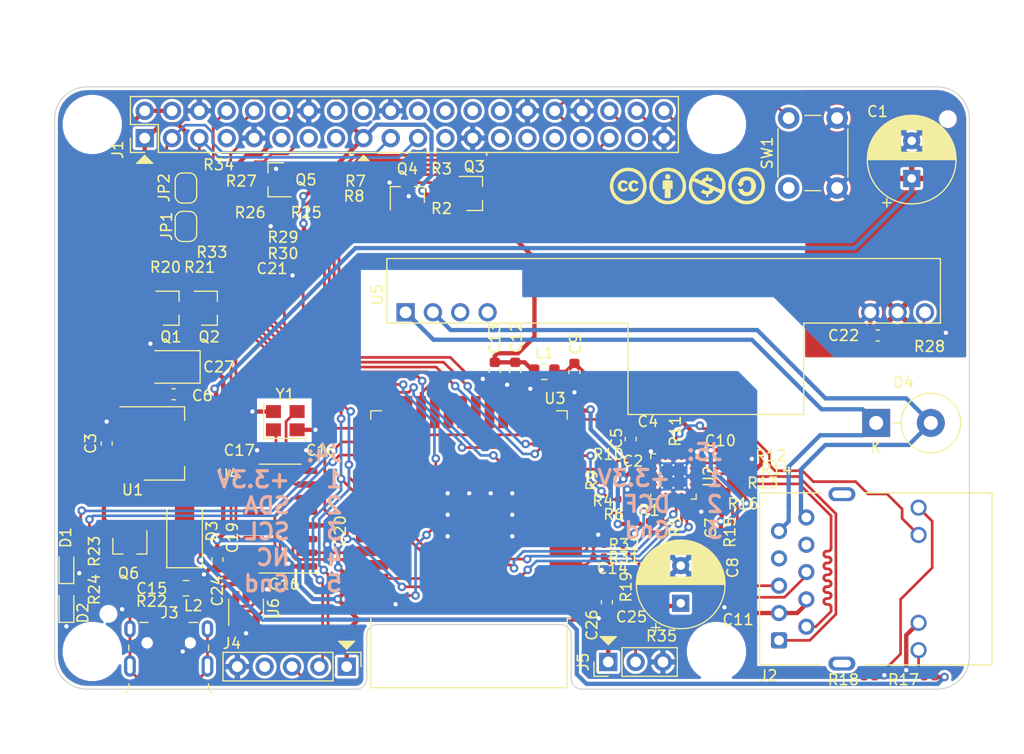
<source format=kicad_pcb>
(kicad_pcb (version 20171130) (host pcbnew "(5.1.5)-3")
  (layers (0 F.Cu signal) (31 B.Cu signal) (34 B.Paste user hide) (35 F.Paste user hide) (36 B.SilkS user) (37 F.SilkS user) (38 B.Mask user hide) (39 F.Mask user hide) (44 Edge.Cuts user))
  (net 0 "")
  (net 1 GND)
  (net 2 +3V3)
  (net 3 +5V)
  (net 4 "Net-(C4-Pad1)")
  (net 5 /EN)
  (net 6 /HM_BLUE)
  (net 7 /HM_GREEN)
  (net 8 /HM_RED)
  (net 9 /HM_RST)
  (net 10 /HM_BTN)
  (net 11 /HM_RX)
  (net 12 /HM_TX)
  (net 13 /HM_SCL)
  (net 14 /HM_SDA)
  (net 15 /RXD0)
  (net 16 /TXD0)
  (net 17 "Net-(Q1-Pad1)")
  (net 18 "Net-(Q2-Pad1)")
  (net 19 /IO0)
  (net 20 /LAN_CRS)
  (net 21 /LAN_MDIO)
  (net 22 /LAN_RXD1)
  (net 23 /LAN_RXD0)
  (net 24 "Net-(R11-Pad1)")
  (net 25 "Net-(R12-Pad2)")
  (net 26 "Net-(J2-Pad11)")
  (net 27 "Net-(C15-Pad1)")
  (net 28 "Net-(C18-Pad1)")
  (net 29 "Net-(D1-Pad2)")
  (net 30 /LAN_MDC)
  (net 31 /LAN_TXEN)
  (net 32 /LAN_TXD0)
  (net 33 /LAN_TXD1)
  (net 34 /PHY_TX+)
  (net 35 /PHY_TX-)
  (net 36 /PHY_RX+)
  (net 37 /PHY_RX-)
  (net 38 /USB+)
  (net 39 /USB-)
  (net 40 "Net-(C17-Pad2)")
  (net 41 /LAN_CLK)
  (net 42 "Net-(R1-Pad2)")
  (net 43 "Net-(R4-Pad2)")
  (net 44 "Net-(R9-Pad1)")
  (net 45 "Net-(R10-Pad1)")
  (net 46 "Net-(D2-Pad2)")
  (net 47 /LED_STATUS)
  (net 48 /DTR)
  (net 49 /RTS)
  (net 50 /HM_RST_INV)
  (net 51 "Net-(Q5-Pad1)")
  (net 52 /LED_PWR)
  (net 53 +5VL)
  (net 54 /POE+)
  (net 55 /POE-)
  (net 56 "Net-(J2-Pad14)")
  (net 57 VBUS)
  (net 58 /HM_BTN_DEBOUNCE)
  (net 59 "Net-(R28-Pad2)")
  (net 60 /VCC_ETH)
  (net 61 /VBUS_RAW)
  (net 62 "Net-(J2-Pad13)")
  (net 63 "Net-(J1-Pad7)")
  (net 64 "Net-(J1-Pad11)")
  (net 65 "Net-(J1-Pad13)")
  (net 66 "Net-(J1-Pad15)")
  (net 67 "Net-(J1-Pad18)")
  (net 68 "Net-(J1-Pad22)")
  (net 69 "Net-(J1-Pad23)")
  (net 70 "Net-(J1-Pad24)")
  (net 71 "Net-(J1-Pad26)")
  (net 72 "Net-(J1-Pad27)")
  (net 73 "Net-(J1-Pad28)")
  (net 74 "Net-(J1-Pad29)")
  (net 75 "Net-(J1-Pad31)")
  (net 76 "Net-(J1-Pad33)")
  (net 77 "Net-(J1-Pad37)")
  (net 78 "Net-(J2-PadSH)")
  (net 79 "Net-(J3-Pad4)")
  (net 80 "Net-(U2-Pad2)")
  (net 81 "Net-(U2-Pad4)")
  (net 82 "Net-(U2-Pad10)")
  (net 83 "Net-(U3-Pad32)")
  (net 84 "Net-(U3-Pad22)")
  (net 85 "Net-(U3-Pad21)")
  (net 86 "Net-(U3-Pad20)")
  (net 87 "Net-(U3-Pad19)")
  (net 88 "Net-(U3-Pad18)")
  (net 89 "Net-(U3-Pad17)")
  (net 90 "Net-(U4-Pad9)")
  (net 91 "Net-(U4-Pad10)")
  (net 92 "Net-(U4-Pad11)")
  (net 93 "Net-(U4-Pad12)")
  (net 94 "Net-(U4-Pad15)")
  (net 95 "Net-(U5-Pad4)")
  (net 96 "Net-(U5-Pad3)")
  (net 97 "Net-(U6-Pad1)")
  (net 98 "Net-(U6-Pad6)")
  (net 99 /REV_DETECT)
  (net 100 "Net-(J1-Pad16)")
  (net 101 "Net-(J4-Pad4)")
  (net 102 /DCF_IN)
  (net 103 "Net-(JP1-Pad1)")
  (net 104 "Net-(JP2-Pad1)")
  (net 105 /VCC_ETH_RAW)
  (net 106 "Net-(Q3-Pad1)")
  (net 107 "Net-(Q4-Pad1)")
  (net 108 "Net-(R5-Pad2)")
  (net 109 /LAN_PWR)
  (net 110 "Net-(Q4-Pad3)")
  (module Capacitor_THT:CP_Radial_D8.0mm_P3.50mm (layer F.Cu) (at 138.176 112.014 90)
    (fp_text reference C8 (at 3.302 4.826 90) (layer F.SilkS))
    (fp_text value 470u)
    (pad 1 thru_hole rect (at 0 0 90) (size 1.6 1.6) (drill 0.8) (layers *.Cu *.Mask) (net 2 +3V3))
    (pad 2 thru_hole circle (at 3.5 0 90) (size 1.6 1.6) (drill 0.8) (layers *.Cu *.Mask) (net 1 GND))
  )
  (module Homebrew:ESP32-WROOM-32_Handsoldering (layer F.Cu) (at 118.5 104 180)
    (fp_text reference U3 (at -7.992 11.036 180) (layer F.SilkS))
    (fp_text value ESP32-WROOM-32)
    (pad 38 smd rect (at 9 -8.255 180) (size 3 0.9) (layers F.Cu F.Paste F.Mask) (net 1 GND))
    (pad 37 smd rect (at 9 -6.985 180) (size 3 0.9) (layers F.Cu F.Paste F.Mask) (net 9 /HM_RST))
    (pad 36 smd rect (at 9 -5.715 180) (size 3 0.9) (layers F.Cu F.Paste F.Mask) (net 33 /LAN_TXD1))
    (pad 35 smd rect (at 9 -4.445 180) (size 3 0.9) (layers F.Cu F.Paste F.Mask) (net 16 /TXD0))
    (pad 34 smd rect (at 9 -3.175 180) (size 3 0.9) (layers F.Cu F.Paste F.Mask) (net 15 /RXD0))
    (pad 33 smd rect (at 9 -1.905 180) (size 3 0.9) (layers F.Cu F.Paste F.Mask) (net 31 /LAN_TXEN))
    (pad 32 smd rect (at 9 -0.635 180) (size 3 0.9) (layers F.Cu F.Paste F.Mask) (net 83 "Net-(U3-Pad32)"))
    (pad 31 smd rect (at 9 0.635 180) (size 3 0.9) (layers F.Cu F.Paste F.Mask) (net 32 /LAN_TXD0))
    (pad 30 smd rect (at 9 1.905 180) (size 3 0.9) (layers F.Cu F.Paste F.Mask) (net 14 /HM_SDA))
    (pad 29 smd rect (at 9 3.175 180) (size 3 0.9) (layers F.Cu F.Paste F.Mask) (net 13 /HM_SCL))
    (pad 28 smd rect (at 9 4.445 180) (size 3 0.9) (layers F.Cu F.Paste F.Mask) (net 41 /LAN_CLK))
    (pad 27 smd rect (at 9 5.715 180) (size 3 0.9) (layers F.Cu F.Paste F.Mask) (net 52 /LED_PWR))
    (pad 26 smd rect (at 9 6.985 180) (size 3 0.9) (layers F.Cu F.Paste F.Mask) (net 47 /LED_STATUS))
    (pad 25 smd rect (at 9 8.255 180) (size 3 0.9) (layers F.Cu F.Paste F.Mask) (net 19 /IO0))
    (pad 24 smd rect (at 5.715 9.755 270) (size 3 0.9) (layers F.Cu F.Paste F.Mask) (net 12 /HM_TX))
    (pad 23 smd rect (at 4.445 9.755 270) (size 3 0.9) (layers F.Cu F.Paste F.Mask) (net 8 /HM_RED))
    (pad 22 smd rect (at 3.175 9.755 270) (size 3 0.9) (layers F.Cu F.Paste F.Mask) (net 84 "Net-(U3-Pad22)"))
    (pad 21 smd rect (at 1.905 9.755 270) (size 3 0.9) (layers F.Cu F.Paste F.Mask) (net 85 "Net-(U3-Pad21)"))
    (pad 20 smd rect (at 0.635 9.755 270) (size 3 0.9) (layers F.Cu F.Paste F.Mask) (net 86 "Net-(U3-Pad20)"))
    (pad 19 smd rect (at -0.635 9.755 270) (size 3 0.9) (layers F.Cu F.Paste F.Mask) (net 87 "Net-(U3-Pad19)"))
    (pad 18 smd rect (at -1.905 9.755 270) (size 3 0.9) (layers F.Cu F.Paste F.Mask) (net 88 "Net-(U3-Pad18)"))
    (pad 17 smd rect (at -3.175 9.755 270) (size 3 0.9) (layers F.Cu F.Paste F.Mask) (net 89 "Net-(U3-Pad17)"))
    (pad 16 smd rect (at -4.445 9.755 270) (size 3 0.9) (layers F.Cu F.Paste F.Mask) (net 109 /LAN_PWR))
    (pad 15 smd rect (at -5.715 9.755 270) (size 3 0.9) (layers F.Cu F.Paste F.Mask) (net 1 GND))
    (pad 14 smd rect (at -9 8.255 180) (size 3 0.9) (layers F.Cu F.Paste F.Mask) (net 6 /HM_BLUE))
    (pad 13 smd rect (at -9 6.985 180) (size 3 0.9) (layers F.Cu F.Paste F.Mask) (net 7 /HM_GREEN))
    (pad 12 smd rect (at -9 5.715 180) (size 3 0.9) (layers F.Cu F.Paste F.Mask) (net 20 /LAN_CRS))
    (pad 11 smd rect (at -9 4.445 180) (size 3 0.9) (layers F.Cu F.Paste F.Mask) (net 22 /LAN_RXD1))
    (pad 10 smd rect (at -9 3.175 180) (size 3 0.9) (layers F.Cu F.Paste F.Mask) (net 23 /LAN_RXD0))
    (pad 9 smd rect (at -9 1.905 180) (size 3 0.9) (layers F.Cu F.Paste F.Mask) (net 21 /LAN_MDIO))
    (pad 8 smd rect (at -9 0.635 180) (size 3 0.9) (layers F.Cu F.Paste F.Mask) (net 30 /LAN_MDC))
    (pad 7 smd rect (at -9 -0.635 180) (size 3 0.9) (layers F.Cu F.Paste F.Mask) (net 11 /HM_RX))
    (pad 6 smd rect (at -9 -1.905 180) (size 3 0.9) (layers F.Cu F.Paste F.Mask) (net 58 /HM_BTN_DEBOUNCE))
    (pad 5 smd rect (at -9 -3.175 180) (size 3 0.9) (layers F.Cu F.Paste F.Mask) (net 102 /DCF_IN))
    (pad 4 smd rect (at -9 -4.445 180) (size 3 0.9) (layers F.Cu F.Paste F.Mask) (net 99 /REV_DETECT))
    (pad 3 smd rect (at -9 -5.715 180) (size 3 0.9) (layers F.Cu F.Paste F.Mask) (net 5 /EN))
    (pad 2 smd rect (at -9 -6.985 180) (size 3 0.9) (layers F.Cu F.Paste F.Mask) (net 2 +3V3))
    (pad 1 smd rect (at -9 -8.255 180) (size 3 0.9) (layers F.Cu F.Paste F.Mask) (net 1 GND))
    (pad 39 smd rect (at -1 -0.755 180) (size 5 5) (layers F.Cu F.Paste F.Mask) (net 1 GND))
  )
  (module Package_TO_SOT_SMD:SOT-223-3_TabPin2 (layer F.Cu) (at 90.17 97.155)
    (fp_text reference U1 (at -2.921 4.318) (layer F.SilkS))
    (fp_text value AMS1117-3.3)
    (pad 1 smd rect (at -3.15 -2.3) (size 2 1.5) (layers F.Cu F.Paste F.Mask) (net 1 GND))
    (pad 3 smd rect (at -3.15 2.3) (size 2 1.5) (layers F.Cu F.Paste F.Mask) (net 3 +5V))
    (pad 2 smd rect (at -3.15 0) (size 2 1.5) (layers F.Cu F.Paste F.Mask) (net 2 +3V3))
    (pad 2 smd rect (at 3.15 0) (size 2 3.8) (layers F.Cu F.Paste F.Mask) (net 2 +3V3))
  )
  (module Homebrew:MountingHole_M2.5 (layer F.Cu) (at 141.5 116.5)
    (fp_text reference "#MH3" hide)
    (fp_text value MountingHole_M2.5)
    (pad "" np_thru_hole circle (at 0 0) (size 2.7 2.7) (drill 2.7) (layers *.Cu *.Mask) (clearance 1.4))
  )
  (module Homebrew:MountingHole_M2.5 (layer F.Cu) (at 141.5 67.5)
    (fp_text reference "#MH4" hide)
    (fp_text value MountingHole_M2.5)
    (pad "" np_thru_hole circle (at 0 0) (size 2.7 2.7) (drill 2.7) (layers *.Cu *.Mask) (clearance 1.4))
  )
  (module Homebrew:MountingHole_M2.5 (layer F.Cu) (at 83.5 67.5)
    (fp_text reference "#MH1" hide)
    (fp_text value MountingHole_M2.5)
    (pad "" np_thru_hole circle (at 0 0) (size 2.7 2.7) (drill 2.7) (layers *.Cu *.Mask) (clearance 1.4))
  )
  (module Homebrew:MountingHole_M2.5 (layer F.Cu) (at 83.5 116.5)
    (fp_text reference "#MH2" hide)
    (fp_text value MountingHole_M2.5)
    (pad "" np_thru_hole circle (at 0 0) (size 2.7 2.7) (drill 2.7) (layers *.Cu *.Mask) (clearance 1.4))
  )
  (module "Homebrew:JLCPCB Tooling Hole" (layer F.Cu) (at 163 117)
    (fp_text reference "#TH2" hide)
    (fp_text value "JLCPCB Tooling Hole")
    (pad "" np_thru_hole circle (at 0 0) (size 1.152 1.152) (drill 1.152) (layers *.Cu *.Mask) (clearance 0.124))
  )
  (module "Homebrew:JLCPCB Tooling Hole" (layer F.Cu) (at 163 67)
    (fp_text reference "#TH1" hide)
    (fp_text value "JLCPCB Tooling Hole")
    (pad "" np_thru_hole circle (at 0 0) (size 1.152 1.152) (drill 1.152) (layers *.Cu *.Mask) (clearance 0.124))
  )
  (module "Homebrew:JLCPCB Tooling Hole" (layer F.Cu) (at 85 113)
    (fp_text reference "#TH3" hide)
    (fp_text value "JLCPCB Tooling Hole")
    (pad "" np_thru_hole circle (at 0 0) (size 1.152 1.152) (drill 1.152) (layers *.Cu *.Mask) (clearance 0.124))
  )
  (module Capacitor_SMD:C_0402_1005Metric (layer F.Cu) (at 129.91084 109.47146 90)
    (fp_text reference C14 (at 0.69088 1.91516) (layer F.SilkS))
    (fp_text value 100n)
    (pad 2 smd roundrect (at 0.485 0 90) (size 0.59 0.64) (layers F.Cu F.Paste F.Mask) (net 1 GND))
    (pad 1 smd roundrect (at -0.485 0 90) (size 0.59 0.64) (layers F.Cu F.Paste F.Mask) (net 5 /EN))
  )
  (module Homebrew:RJ45_Hanrun_HY934711C (layer F.Cu) (at 156.2 109.75 270)
    (fp_text reference J2 (at 8.995 9.896 180) (layer F.SilkS))
    (fp_text value HY931147C)
    (pad 14 thru_hole circle (at -6.625 -4.08 270) (size 1.5 1.5) (drill 1.02) (layers *.Cu *.Mask) (net 56 "Net-(J2-Pad14)"))
    (pad 13 thru_hole circle (at -4.085 -4.08 270) (size 1.5 1.5) (drill 1.02) (layers *.Cu *.Mask) (net 62 "Net-(J2-Pad13)"))
    (pad 11 thru_hole circle (at 6.625 -4.08 270) (size 1.5 1.5) (drill 1.02) (layers *.Cu *.Mask) (net 26 "Net-(J2-Pad11)"))
    (pad 12 thru_hole circle (at 4.085 -4.08 270) (size 1.5 1.5) (drill 1.02) (layers *.Cu *.Mask) (net 1 GND))
    (pad 10 thru_hole circle (at -5.715 6.35 270) (size 1.5 1.5) (drill 0.9) (layers *.Cu *.Mask) (net 55 /POE-))
    (pad 9 thru_hole circle (at -4.445 8.89 270) (size 1.5 1.5) (drill 0.9) (layers *.Cu *.Mask) (net 54 /POE+))
    (pad "" thru_hole oval (at 7.875 3.05 270) (size 1.3 2.5) (drill oval 0.7 1.7) (layers *.Cu *.Mask))
    (pad 8 thru_hole circle (at -3.175 6.35 270) (size 1.5 1.5) (drill 0.9) (layers *.Cu *.Mask))
    (pad SH thru_hole oval (at -7.875 3.05 270) (size 1.3 2.5) (drill oval 0.7 1.8) (layers *.Cu *.Mask) (net 78 "Net-(J2-PadSH)"))
    (pad 7 thru_hole circle (at -1.905 8.89 270) (size 1.5 1.5) (drill 0.9) (layers *.Cu *.Mask))
    (pad 6 thru_hole circle (at -0.635 6.35) (size 1.5 1.5) (drill 0.9) (layers *.Cu *.Mask) (net 35 /PHY_TX-))
    (pad 5 thru_hole circle (at 0.635 8.89 270) (size 1.5 1.5) (drill 0.9) (layers *.Cu *.Mask) (net 34 /PHY_TX+))
    (pad 4 thru_hole circle (at 1.905 6.35 270) (size 1.5 1.5) (drill 0.9) (layers *.Cu *.Mask) (net 60 /VCC_ETH))
    (pad 3 thru_hole circle (at 3.175 8.89 270) (size 1.5 1.5) (drill 0.9) (layers *.Cu *.Mask) (net 60 /VCC_ETH))
    (pad 2 thru_hole circle (at 4.445 6.35 270) (size 1.5 1.5) (drill 0.9) (layers *.Cu *.Mask) (net 37 /PHY_RX-))
    (pad 1 thru_hole roundrect (at 5.715 8.89 270) (size 1.5 1.5) (drill 0.9) (layers *.Cu *.Mask) (roundrect_rratio 0.167) (net 36 /PHY_RX+))
    (pad "" np_thru_hole circle (at -5.715 0 270) (size 3.25 3.25) (drill 3.25) (layers *.Cu *.Mask))
    (pad "" np_thru_hole circle (at 5.715 0 270) (size 3.25 3.25) (drill 3.25) (layers *.Cu *.Mask))
  )
  (module Capacitor_SMD:C_0603_1608Metric (layer F.Cu) (at 156.4895 87.122)
    (fp_text reference C22 (at -3.175 0) (layer F.SilkS))
    (fp_text value 22u)
    (pad 2 smd roundrect (at 0.7875 0) (size 0.875 0.95) (layers F.Cu F.Paste F.Mask) (net 53 +5VL))
    (pad 1 smd roundrect (at -0.7875 0) (size 0.875 0.95) (layers F.Cu F.Paste F.Mask) (net 1 GND))
  )
  (module Homebrew:RT9400 (layer F.Cu) (at 136.271 84.963)
    (fp_text reference U5 (at -26.289 -1.651 90) (layer F.SilkS))
    (fp_text value RT9400)
    (pad 7 thru_hole circle (at 24.6 0) (size 1.7 1.7) (drill 1.1) (layers *.Cu *.Mask) (net 59 "Net-(R28-Pad2)"))
    (pad 6 thru_hole circle (at 22.06 0) (size 1.7 1.7) (drill 1.1) (layers *.Cu *.Mask) (net 53 +5VL))
    (pad 5 thru_hole circle (at 19.52 0) (size 1.7 1.7) (drill 1.1) (layers *.Cu *.Mask) (net 1 GND))
    (pad 4 thru_hole circle (at -16.04 0) (size 1.7 1.7) (drill 1.1) (layers *.Cu *.Mask) (net 95 "Net-(U5-Pad4)"))
    (pad 3 thru_hole circle (at -18.58 0) (size 1.7 1.7) (drill 1.1) (layers *.Cu *.Mask) (net 96 "Net-(U5-Pad3)"))
    (pad 2 thru_hole circle (at -21.12 0) (size 1.7 1.7) (drill 1.1) (layers *.Cu *.Mask) (net 55 /POE-))
    (pad 1 thru_hole rect (at -23.66 0) (size 1.7 1.7) (drill 1.1) (layers *.Cu *.Mask) (net 54 /POE+))
  )
  (module Capacitor_SMD:C_0402_1005Metric (layer F.Cu) (at 143.51 112.395)
    (fp_text reference C11 (at 0 1.143) (layer F.SilkS))
    (fp_text value 22n)
    (pad 1 smd roundrect (at -0.485 0) (size 0.59 0.64) (layers F.Cu F.Paste F.Mask) (net 1 GND))
    (pad 2 smd roundrect (at 0.485 0) (size 0.59 0.64) (layers F.Cu F.Paste F.Mask) (net 60 /VCC_ETH))
  )
  (module Homebrew:CC-BY-ND-SA (layer F.Cu) (at 138.7856 73.2028)
    (fp_text reference "#CC_LOGO" hide)
    (fp_text value LOGO hide)
  )
  (module Connector_PinHeader_2.54mm:PinHeader_2x20_P2.54mm_Vertical (layer F.Cu) (at 88.37 68.77 90)
    (fp_text reference J1 (at -1.08 -2.518 90) (layer F.SilkS))
    (fp_text value CON_GPIO)
    (pad 1 thru_hole rect (at 0 0 90) (size 1.7 1.7) (drill 1) (layers *.Cu *.Mask) (net 2 +3V3))
    (pad 2 thru_hole oval (at 2.54 0 90) (size 1.7 1.7) (drill 1) (layers *.Cu *.Mask) (net 3 +5V))
    (pad 3 thru_hole oval (at 0 2.54 90) (size 1.7 1.7) (drill 1) (layers *.Cu *.Mask) (net 14 /HM_SDA))
    (pad 4 thru_hole oval (at 2.54 2.54 90) (size 1.7 1.7) (drill 1) (layers *.Cu *.Mask) (net 3 +5V))
    (pad 5 thru_hole oval (at 0 5.08 90) (size 1.7 1.7) (drill 1) (layers *.Cu *.Mask) (net 13 /HM_SCL))
    (pad 6 thru_hole oval (at 2.54 5.08 90) (size 1.7 1.7) (drill 1) (layers *.Cu *.Mask) (net 1 GND))
    (pad 7 thru_hole oval (at 0 7.62 90) (size 1.7 1.7) (drill 1) (layers *.Cu *.Mask) (net 63 "Net-(J1-Pad7)"))
    (pad 8 thru_hole oval (at 2.54 7.62 90) (size 1.7 1.7) (drill 1) (layers *.Cu *.Mask) (net 12 /HM_TX))
    (pad 9 thru_hole oval (at 0 10.16 90) (size 1.7 1.7) (drill 1) (layers *.Cu *.Mask) (net 1 GND))
    (pad 10 thru_hole oval (at 2.54 10.16 90) (size 1.7 1.7) (drill 1) (layers *.Cu *.Mask) (net 11 /HM_RX))
    (pad 11 thru_hole oval (at 0 12.7 90) (size 1.7 1.7) (drill 1) (layers *.Cu *.Mask) (net 64 "Net-(J1-Pad11)"))
    (pad 12 thru_hole oval (at 2.54 12.7 90) (size 1.7 1.7) (drill 1) (layers *.Cu *.Mask) (net 50 /HM_RST_INV))
    (pad 13 thru_hole oval (at 0 15.24 90) (size 1.7 1.7) (drill 1) (layers *.Cu *.Mask) (net 65 "Net-(J1-Pad13)"))
    (pad 14 thru_hole oval (at 2.54 15.24 90) (size 1.7 1.7) (drill 1) (layers *.Cu *.Mask) (net 1 GND))
    (pad 15 thru_hole oval (at 0 17.78 90) (size 1.7 1.7) (drill 1) (layers *.Cu *.Mask) (net 66 "Net-(J1-Pad15)"))
    (pad 16 thru_hole oval (at 2.54 17.78 90) (size 1.7 1.7) (drill 1) (layers *.Cu *.Mask) (net 100 "Net-(J1-Pad16)"))
    (pad 17 thru_hole oval (at 0 20.32 90) (size 1.7 1.7) (drill 1) (layers *.Cu *.Mask) (net 2 +3V3))
    (pad 18 thru_hole oval (at 2.54 20.32 90) (size 1.7 1.7) (drill 1) (layers *.Cu *.Mask) (net 67 "Net-(J1-Pad18)"))
    (pad 19 thru_hole oval (at 0 22.86 90) (size 1.7 1.7) (drill 1) (layers *.Cu *.Mask) (net 14 /HM_SDA))
    (pad 20 thru_hole oval (at 2.54 22.86 90) (size 1.7 1.7) (drill 1) (layers *.Cu *.Mask) (net 1 GND))
    (pad 21 thru_hole oval (at 0 25.4 90) (size 1.7 1.7) (drill 1) (layers *.Cu *.Mask) (net 13 /HM_SCL))
    (pad 22 thru_hole oval (at 2.54 25.4 90) (size 1.7 1.7) (drill 1) (layers *.Cu *.Mask) (net 68 "Net-(J1-Pad22)"))
    (pad 23 thru_hole oval (at 0 27.94 90) (size 1.7 1.7) (drill 1) (layers *.Cu *.Mask) (net 69 "Net-(J1-Pad23)"))
    (pad 24 thru_hole oval (at 2.54 27.94 90) (size 1.7 1.7) (drill 1) (layers *.Cu *.Mask) (net 70 "Net-(J1-Pad24)"))
    (pad 25 thru_hole oval (at 0 30.48 90) (size 1.7 1.7) (drill 1) (layers *.Cu *.Mask) (net 1 GND))
    (pad 26 thru_hole oval (at 2.54 30.48 90) (size 1.7 1.7) (drill 1) (layers *.Cu *.Mask) (net 71 "Net-(J1-Pad26)"))
    (pad 27 thru_hole oval (at 0 33.02 90) (size 1.7 1.7) (drill 1) (layers *.Cu *.Mask) (net 72 "Net-(J1-Pad27)"))
    (pad 28 thru_hole oval (at 2.54 33.02 90) (size 1.7 1.7) (drill 1) (layers *.Cu *.Mask) (net 73 "Net-(J1-Pad28)"))
    (pad 29 thru_hole oval (at 0 35.56 90) (size 1.7 1.7) (drill 1) (layers *.Cu *.Mask) (net 74 "Net-(J1-Pad29)"))
    (pad 30 thru_hole oval (at 2.54 35.56 90) (size 1.7 1.7) (drill 1) (layers *.Cu *.Mask) (net 1 GND))
    (pad 31 thru_hole oval (at 0 38.1 90) (size 1.7 1.7) (drill 1) (layers *.Cu *.Mask) (net 75 "Net-(J1-Pad31)"))
    (pad 32 thru_hole oval (at 2.54 38.1 90) (size 1.7 1.7) (drill 1) (layers *.Cu *.Mask) (net 10 /HM_BTN))
    (pad 33 thru_hole oval (at 0 40.64 90) (size 1.7 1.7) (drill 1) (layers *.Cu *.Mask) (net 76 "Net-(J1-Pad33)"))
    (pad 34 thru_hole oval (at 2.54 40.64 90) (size 1.7 1.7) (drill 1) (layers *.Cu *.Mask) (net 1 GND))
    (pad 35 thru_hole oval (at 0 43.18 90) (size 1.7 1.7) (drill 1) (layers *.Cu *.Mask) (net 9 /HM_RST))
    (pad 36 thru_hole oval (at 2.54 43.18 90) (size 1.7 1.7) (drill 1) (layers *.Cu *.Mask) (net 8 /HM_RED))
    (pad 37 thru_hole oval (at 0 45.72 90) (size 1.7 1.7) (drill 1) (layers *.Cu *.Mask) (net 77 "Net-(J1-Pad37)"))
    (pad 38 thru_hole oval (at 2.54 45.72 90) (size 1.7 1.7) (drill 1) (layers *.Cu *.Mask) (net 7 /HM_GREEN))
    (pad 39 thru_hole oval (at 0 48.26 90) (size 1.7 1.7) (drill 1) (layers *.Cu *.Mask) (net 1 GND))
    (pad 40 thru_hole oval (at 2.54 48.26 90) (size 1.7 1.7) (drill 1) (layers *.Cu *.Mask) (net 6 /HM_BLUE))
  )
  (module Inductor_SMD:L_0805_2012Metric (layer F.Cu) (at 125.5 90.5)
    (fp_text reference L1 (at 0 -1.778) (layer F.SilkS))
    (fp_text value FB/600R)
    (pad 1 smd roundrect (at -0.9375 0) (size 0.975 1.4) (layers F.Cu F.Paste F.Mask) (net 105 /VCC_ETH_RAW))
    (pad 2 smd roundrect (at 0.9375 0) (size 0.975 1.4) (layers F.Cu F.Paste F.Mask) (net 60 /VCC_ETH))
  )
  (module Inductor_SMD:L_0805_2012Metric (layer F.Cu) (at 92.202 110.617 180)
    (fp_text reference L2 (at -0.6858 -1.6256) (layer F.SilkS))
    (fp_text value FB/100R)
    (pad 2 smd roundrect (at 0.9375 0 180) (size 0.975 1.4) (layers F.Cu F.Paste F.Mask) (net 57 VBUS))
    (pad 1 smd roundrect (at -0.9375 0 180) (size 0.975 1.4) (layers F.Cu F.Paste F.Mask) (net 61 /VBUS_RAW))
  )
  (module Package_TO_SOT_SMD:SOT-23 (layer F.Cu) (at 90.805 84.582)
    (fp_text reference Q1 (at 0 2.667) (layer F.SilkS))
    (fp_text value S8050)
    (pad 3 smd rect (at 1 0) (size 0.9 0.8) (layers F.Cu F.Paste F.Mask) (net 5 /EN))
    (pad 2 smd rect (at -1 0.95) (size 0.9 0.8) (layers F.Cu F.Paste F.Mask) (net 49 /RTS))
    (pad 1 smd rect (at -1 -0.95) (size 0.9 0.8) (layers F.Cu F.Paste F.Mask) (net 17 "Net-(Q1-Pad1)"))
  )
  (module Package_TO_SOT_SMD:SOT-23 (layer F.Cu) (at 94.361 84.582)
    (fp_text reference Q2 (at 0 2.667) (layer F.SilkS))
    (fp_text value S8050)
    (pad 1 smd rect (at -1 -0.95) (size 0.9 0.8) (layers F.Cu F.Paste F.Mask) (net 18 "Net-(Q2-Pad1)"))
    (pad 2 smd rect (at -1 0.95) (size 0.9 0.8) (layers F.Cu F.Paste F.Mask) (net 48 /DTR))
    (pad 3 smd rect (at 1 0) (size 0.9 0.8) (layers F.Cu F.Paste F.Mask) (net 19 /IO0))
  )
  (module Package_SO:SOIC-16_3.9x9.9mm_P1.27mm (layer F.Cu) (at 100.965 104.145 180)
    (fp_text reference U4 (at 4.826 4.069) (layer F.SilkS))
    (fp_text value CH340C)
    (pad 1 smd roundrect (at -2.475 -4.445 180) (size 1.95 0.6) (layers F.Cu F.Paste F.Mask) (net 1 GND))
    (pad 2 smd roundrect (at -2.475 -3.175 180) (size 1.95 0.6) (layers F.Cu F.Paste F.Mask) (net 15 /RXD0))
    (pad 3 smd roundrect (at -2.475 -1.905 180) (size 1.95 0.6) (layers F.Cu F.Paste F.Mask) (net 16 /TXD0))
    (pad 4 smd roundrect (at -2.475 -0.635 180) (size 1.95 0.6) (layers F.Cu F.Paste F.Mask) (net 2 +3V3))
    (pad 5 smd roundrect (at -2.475 0.635 180) (size 1.95 0.6) (layers F.Cu F.Paste F.Mask) (net 38 /USB+))
    (pad 6 smd roundrect (at -2.475 1.905 180) (size 1.95 0.6) (layers F.Cu F.Paste F.Mask) (net 39 /USB-))
    (pad 7 smd roundrect (at -2.475 3.175 180) (size 1.95 0.6) (layers F.Cu F.Paste F.Mask) (net 40 "Net-(C17-Pad2)"))
    (pad 8 smd roundrect (at -2.475 4.445 180) (size 1.95 0.6) (layers F.Cu F.Paste F.Mask) (net 28 "Net-(C18-Pad1)"))
    (pad 9 smd roundrect (at 2.475 4.445 180) (size 1.95 0.6) (layers F.Cu F.Paste F.Mask) (net 90 "Net-(U4-Pad9)"))
    (pad 10 smd roundrect (at 2.475 3.175 180) (size 1.95 0.6) (layers F.Cu F.Paste F.Mask) (net 91 "Net-(U4-Pad10)"))
    (pad 11 smd roundrect (at 2.475 1.905 180) (size 1.95 0.6) (layers F.Cu F.Paste F.Mask) (net 92 "Net-(U4-Pad11)"))
    (pad 12 smd roundrect (at 2.475 0.635 180) (size 1.95 0.6) (layers F.Cu F.Paste F.Mask) (net 93 "Net-(U4-Pad12)"))
    (pad 13 smd roundrect (at 2.475 -0.635 180) (size 1.95 0.6) (layers F.Cu F.Paste F.Mask) (net 48 /DTR))
    (pad 14 smd roundrect (at 2.475 -1.905 180) (size 1.95 0.6) (layers F.Cu F.Paste F.Mask) (net 49 /RTS))
    (pad 15 smd roundrect (at 2.475 -3.175 180) (size 1.95 0.6) (layers F.Cu F.Paste F.Mask) (net 94 "Net-(U4-Pad15)"))
    (pad 16 smd roundrect (at 2.475 -4.445 180) (size 1.95 0.6) (layers F.Cu F.Paste F.Mask) (net 2 +3V3))
  )
  (module Crystal:Crystal_SMD_3225-4Pin_3.2x2.5mm (layer F.Cu) (at 101.43 95.04)
    (fp_text reference Y1 (at 0 -2.45) (layer F.SilkS))
    (fp_text value dnp)
    (pad 4 smd rect (at -1.1 -0.85) (size 1.4 1.2) (layers F.Cu F.Paste F.Mask) (net 1 GND))
    (pad 3 smd rect (at 1.1 -0.85) (size 1.4 1.2) (layers F.Cu F.Paste F.Mask) (net 28 "Net-(C18-Pad1)"))
    (pad 2 smd rect (at 1.1 0.85) (size 1.4 1.2) (layers F.Cu F.Paste F.Mask) (net 1 GND))
    (pad 1 smd rect (at -1.1 0.85) (size 1.4 1.2) (layers F.Cu F.Paste F.Mask) (net 40 "Net-(C17-Pad2)"))
  )
  (module Capacitor_SMD:C_0603_1608Metric (layer F.Cu) (at 84.836 97.155 270)
    (fp_text reference C3 (at 0 1.49098 90) (layer F.SilkS))
    (fp_text value 10u)
    (pad 1 smd roundrect (at -0.7875 0 270) (size 0.875 0.95) (layers F.Cu F.Paste F.Mask) (net 1 GND))
    (pad 2 smd roundrect (at 0.7875 0 270) (size 0.875 0.95) (layers F.Cu F.Paste F.Mask) (net 3 +5V))
  )
  (module Capacitor_SMD:C_0603_1608Metric (layer F.Cu) (at 133.5278 96.7486 270)
    (fp_text reference C5 (at -0.0762 1.3208 90) (layer F.SilkS))
    (fp_text value 1u)
    (pad 1 smd roundrect (at -0.7875 0 270) (size 0.875 0.95) (layers F.Cu F.Paste F.Mask) (net 4 "Net-(C4-Pad1)"))
    (pad 2 smd roundrect (at 0.7875 0 270) (size 0.875 0.95) (layers F.Cu F.Paste F.Mask) (net 1 GND))
  )
  (module Capacitor_SMD:C_0603_1608Metric (layer F.Cu) (at 91.059 92.583)
    (fp_text reference C6 (at 2.667 0.127) (layer F.SilkS))
    (fp_text value 22u)
    (pad 1 smd roundrect (at -0.7875 0) (size 0.875 0.95) (layers F.Cu F.Paste F.Mask) (net 1 GND))
    (pad 2 smd roundrect (at 0.7875 0) (size 0.875 0.95) (layers F.Cu F.Paste F.Mask) (net 2 +3V3))
  )
  (module Capacitor_SMD:C_0603_1608Metric (layer F.Cu) (at 128.3 90.5 90)
    (fp_text reference C9 (at 2.6 0.1 90) (layer F.SilkS))
    (fp_text value 22u)
    (pad 2 smd roundrect (at 0.7875 0 90) (size 0.875 0.95) (layers F.Cu F.Paste F.Mask) (net 60 /VCC_ETH))
    (pad 1 smd roundrect (at -0.7875 0 90) (size 0.875 0.95) (layers F.Cu F.Paste F.Mask) (net 1 GND))
  )
  (module Capacitor_SMD:C_0603_1608Metric (layer F.Cu) (at 122.8 90.4 90)
    (fp_text reference C12 (at 3.1 0.1 270) (layer F.SilkS))
    (fp_text value 22u)
    (pad 2 smd roundrect (at 0.7875 0 90) (size 0.875 0.95) (layers F.Cu F.Paste F.Mask) (net 105 /VCC_ETH_RAW))
    (pad 1 smd roundrect (at -0.7875 0 90) (size 0.875 0.95) (layers F.Cu F.Paste F.Mask) (net 1 GND))
  )
  (module Capacitor_SMD:C_0603_1608Metric (layer F.Cu) (at 120.9 90.4 270)
    (fp_text reference C13 (at -3 0 270) (layer F.SilkS))
    (fp_text value 22u)
    (pad 1 smd roundrect (at -0.7875 0 270) (size 0.875 0.95) (layers F.Cu F.Paste F.Mask) (net 105 /VCC_ETH_RAW))
    (pad 2 smd roundrect (at 0.7875 0 270) (size 0.875 0.95) (layers F.Cu F.Paste F.Mask) (net 1 GND))
  )
  (module Resistor_SMD:R_0402_1005Metric (layer F.Cu) (at 135.255 104.879 90)
    (fp_text reference R1 (at 1.501 0) (layer F.SilkS))
    (fp_text value 10K)
    (pad 1 smd roundrect (at -0.485 0 90) (size 0.59 0.64) (layers F.Cu F.Paste F.Mask) (net 105 /VCC_ETH_RAW))
    (pad 2 smd roundrect (at 0.485 0 90) (size 0.59 0.64) (layers F.Cu F.Paste F.Mask) (net 42 "Net-(R1-Pad2)"))
  )
  (module Resistor_SMD:R_0402_1005Metric (layer F.Cu) (at 132.865 102.362)
    (fp_text reference R4 (at -1.928 0.127) (layer F.SilkS))
    (fp_text value 100R)
    (pad 2 smd roundrect (at 0.485 0) (size 0.59 0.64) (layers F.Cu F.Paste F.Mask) (net 43 "Net-(R4-Pad2)"))
    (pad 1 smd roundrect (at -0.485 0) (size 0.59 0.64) (layers F.Cu F.Paste F.Mask) (net 20 /LAN_CRS))
  )
  (module Resistor_SMD:R_0402_1005Metric (layer F.Cu) (at 136.525 105.029 90)
    (fp_text reference R5 (at 0.127 1.143 270) (layer F.SilkS))
    (fp_text value 10K)
    (pad 1 smd roundrect (at -0.485 0 90) (size 0.59 0.64) (layers F.Cu F.Paste F.Mask) (net 105 /VCC_ETH_RAW))
    (pad 2 smd roundrect (at 0.485 0 90) (size 0.59 0.64) (layers F.Cu F.Paste F.Mask) (net 108 "Net-(R5-Pad2)"))
  )
  (module Resistor_SMD:R_0402_1005Metric (layer F.Cu) (at 133.35 104.117 270)
    (fp_text reference R6 (at -0.358 1.397 180) (layer F.SilkS))
    (fp_text value 2K)
    (pad 2 smd roundrect (at 0.485 0 270) (size 0.59 0.64) (layers F.Cu F.Paste F.Mask) (net 105 /VCC_ETH_RAW))
    (pad 1 smd roundrect (at -0.485 0 270) (size 0.59 0.64) (layers F.Cu F.Paste F.Mask) (net 21 /LAN_MDIO))
  )
  (module Resistor_SMD:R_0402_1005Metric (layer F.Cu) (at 131.445 100.33 180)
    (fp_text reference R9 (at 1.524 -0.254 90) (layer F.SilkS))
    (fp_text value 100R)
    (pad 2 smd roundrect (at 0.485 0 180) (size 0.59 0.64) (layers F.Cu F.Paste F.Mask) (net 23 /LAN_RXD0))
    (pad 1 smd roundrect (at -0.485 0 180) (size 0.59 0.64) (layers F.Cu F.Paste F.Mask) (net 44 "Net-(R9-Pad1)"))
  )
  (module Resistor_SMD:R_0402_1005Metric (layer F.Cu) (at 131.445 99.187 180)
    (fp_text reference R10 (at 0 1.016) (layer F.SilkS))
    (fp_text value 100R)
    (pad 1 smd roundrect (at -0.485 0 180) (size 0.59 0.64) (layers F.Cu F.Paste F.Mask) (net 45 "Net-(R10-Pad1)"))
    (pad 2 smd roundrect (at 0.485 0 180) (size 0.59 0.64) (layers F.Cu F.Paste F.Mask) (net 22 /LAN_RXD1))
  )
  (module Resistor_SMD:R_0402_1005Metric (layer F.Cu) (at 143.3575 98.552 180)
    (fp_text reference R12 (at -3.2005 0.254) (layer F.SilkS))
    (fp_text value 12.1K)
    (pad 1 smd roundrect (at -0.485 0 180) (size 0.59 0.64) (layers F.Cu F.Paste F.Mask) (net 1 GND))
    (pad 2 smd roundrect (at 0.485 0 180) (size 0.59 0.64) (layers F.Cu F.Paste F.Mask) (net 25 "Net-(R12-Pad2)"))
  )
  (module Resistor_SMD:R_0402_1005Metric (layer F.Cu) (at 143.256 100.584 180)
    (fp_text reference R13 (at -2.54 -0.254 180) (layer F.SilkS))
    (fp_text value 49.9R)
    (pad 2 smd roundrect (at 0.485 0 180) (size 0.59 0.64) (layers F.Cu F.Paste F.Mask) (net 60 /VCC_ETH))
    (pad 1 smd roundrect (at -0.485 0 180) (size 0.59 0.64) (layers F.Cu F.Paste F.Mask) (net 37 /PHY_RX-))
  )
  (module Resistor_SMD:R_0402_1005Metric (layer F.Cu) (at 144.526 99.568)
    (fp_text reference R14 (at 2.54 0) (layer F.SilkS))
    (fp_text value 49.9R)
    (pad 2 smd roundrect (at 0.485 0) (size 0.59 0.64) (layers F.Cu F.Paste F.Mask) (net 60 /VCC_ETH))
    (pad 1 smd roundrect (at -0.485 0) (size 0.59 0.64) (layers F.Cu F.Paste F.Mask) (net 36 /PHY_RX+))
  )
  (module Resistor_SMD:R_0402_1005Metric (layer F.Cu) (at 141.986 103.101 270)
    (fp_text reference R15 (at 2.309 -0.762 270) (layer F.SilkS))
    (fp_text value 49.9R)
    (pad 1 smd roundrect (at -0.485 0 270) (size 0.59 0.64) (layers F.Cu F.Paste F.Mask) (net 35 /PHY_TX-))
    (pad 2 smd roundrect (at 0.485 0 270) (size 0.59 0.64) (layers F.Cu F.Paste F.Mask) (net 60 /VCC_ETH))
  )
  (module Resistor_SMD:R_0402_1005Metric (layer F.Cu) (at 143.002 101.6)
    (fp_text reference R16 (at 0.9652 1.1684 180) (layer F.SilkS))
    (fp_text value 49.9R)
    (pad 2 smd roundrect (at 0.485 0) (size 0.59 0.64) (layers F.Cu F.Paste F.Mask) (net 60 /VCC_ETH))
    (pad 1 smd roundrect (at -0.485 0) (size 0.59 0.64) (layers F.Cu F.Paste F.Mask) (net 34 /PHY_TX+))
  )
  (module Resistor_SMD:R_0402_1005Metric (layer F.Cu) (at 155.702 118.872 180)
    (fp_text reference R18 (at 2.413 -0.254) (layer F.SilkS))
    (fp_text value 330R)
    (pad 1 smd roundrect (at -0.485 0 180) (size 0.59 0.64) (layers F.Cu F.Paste F.Mask) (net 1 GND))
    (pad 2 smd roundrect (at 0.485 0 180) (size 0.59 0.64) (layers F.Cu F.Paste F.Mask) (net 56 "Net-(J2-Pad14)"))
  )
  (module Resistor_SMD:R_0402_1005Metric (layer F.Cu) (at 131.445 109.855 180)
    (fp_text reference R19 (at -1.651 -0.635 270) (layer F.SilkS))
    (fp_text value 10K)
    (pad 1 smd roundrect (at -0.485 0 180) (size 0.59 0.64) (layers F.Cu F.Paste F.Mask) (net 2 +3V3))
    (pad 2 smd roundrect (at 0.485 0 180) (size 0.59 0.64) (layers F.Cu F.Paste F.Mask) (net 5 /EN))
  )
  (module Resistor_SMD:R_0402_1005Metric (layer F.Cu) (at 90.932 82.042)
    (fp_text reference R20 (at -0.635 -1.27) (layer F.SilkS))
    (fp_text value 10K)
    (pad 1 smd roundrect (at -0.485 0) (size 0.59 0.64) (layers F.Cu F.Paste F.Mask) (net 17 "Net-(Q1-Pad1)"))
    (pad 2 smd roundrect (at 0.485 0) (size 0.59 0.64) (layers F.Cu F.Paste F.Mask) (net 48 /DTR))
  )
  (module Resistor_SMD:R_0402_1005Metric (layer F.Cu) (at 92.964 82.042 180)
    (fp_text reference R21 (at -0.508 1.27) (layer F.SilkS))
    (fp_text value 10K)
    (pad 2 smd roundrect (at 0.485 0 180) (size 0.59 0.64) (layers F.Cu F.Paste F.Mask) (net 49 /RTS))
    (pad 1 smd roundrect (at -0.485 0 180) (size 0.59 0.64) (layers F.Cu F.Paste F.Mask) (net 18 "Net-(Q2-Pad1)"))
  )
  (module Resistor_SMD:R_0402_1005Metric (layer F.Cu) (at 86.6418 111.8108 180)
    (fp_text reference R22 (at -2.3598 -0.0254) (layer F.SilkS))
    (fp_text value 1M)
    (pad 1 smd roundrect (at -0.485 0 180) (size 0.59 0.64) (layers F.Cu F.Paste F.Mask) (net 27 "Net-(C15-Pad1)"))
    (pad 2 smd roundrect (at 0.485 0 180) (size 0.59 0.64) (layers F.Cu F.Paste F.Mask) (net 1 GND))
  )
  (module Resistor_SMD:R_0402_1005Metric (layer F.Cu) (at 82.423 107.188 90)
    (fp_text reference R23 (at 0 1.27 90) (layer F.SilkS))
    (fp_text value 1K)
    (pad 1 smd roundrect (at -0.485 0 90) (size 0.59 0.64) (layers F.Cu F.Paste F.Mask) (net 29 "Net-(D1-Pad2)"))
    (pad 2 smd roundrect (at 0.485 0 90) (size 0.59 0.64) (layers F.Cu F.Paste F.Mask) (net 47 /LED_STATUS))
  )
  (module Capacitor_SMD:C_0402_1005Metric (layer F.Cu) (at 134.8486 96.6216 270)
    (fp_text reference C4 (at -1.4986 -0.2794 180) (layer F.SilkS))
    (fp_text value 470p)
    (pad 2 smd roundrect (at 0.485 0 270) (size 0.59 0.64) (layers F.Cu F.Paste F.Mask) (net 1 GND))
    (pad 1 smd roundrect (at -0.485 0 270) (size 0.59 0.64) (layers F.Cu F.Paste F.Mask) (net 4 "Net-(C4-Pad1)"))
  )
  (module Capacitor_SMD:C_0402_1005Metric (layer F.Cu) (at 140.97 103.124 90)
    (fp_text reference C7 (at -1.905 0 90) (layer F.SilkS))
    (fp_text value 100n)
    (pad 2 smd roundrect (at 0.485 0 90) (size 0.59 0.64) (layers F.Cu F.Paste F.Mask) (net 60 /VCC_ETH))
    (pad 1 smd roundrect (at -0.485 0 90) (size 0.59 0.64) (layers F.Cu F.Paste F.Mask) (net 1 GND))
  )
  (module Capacitor_SMD:C_0402_1005Metric (layer F.Cu) (at 139.446 97.028 180)
    (fp_text reference C10 (at -2.413 0.127) (layer F.SilkS))
    (fp_text value 100n)
    (pad 1 smd roundrect (at -0.485 0 180) (size 0.59 0.64) (layers F.Cu F.Paste F.Mask) (net 1 GND))
    (pad 2 smd roundrect (at 0.485 0 180) (size 0.59 0.64) (layers F.Cu F.Paste F.Mask) (net 60 /VCC_ETH))
  )
  (module Capacitor_SMD:C_0402_1005Metric (layer F.Cu) (at 86.637 110.6424 180)
    (fp_text reference C15 (at -2.39 0) (layer F.SilkS))
    (fp_text value 10n)
    (pad 1 smd roundrect (at -0.485 0 180) (size 0.59 0.64) (layers F.Cu F.Paste F.Mask) (net 27 "Net-(C15-Pad1)"))
    (pad 2 smd roundrect (at 0.485 0 180) (size 0.59 0.64) (layers F.Cu F.Paste F.Mask) (net 1 GND))
  )
  (module Capacitor_SMD:C_0402_1005Metric (layer F.Cu) (at 98.933 109.982)
    (fp_text reference C16 (at 2.413 0.254) (layer F.SilkS))
    (fp_text value 100n)
    (pad 1 smd roundrect (at -0.485 0) (size 0.59 0.64) (layers F.Cu F.Paste F.Mask) (net 61 /VBUS_RAW))
    (pad 2 smd roundrect (at 0.485 0) (size 0.59 0.64) (layers F.Cu F.Paste F.Mask) (net 1 GND))
  )
  (module Capacitor_SMD:C_0402_1005Metric (layer F.Cu) (at 100.076 97.795)
    (fp_text reference C17 (at -2.921 0) (layer F.SilkS))
    (fp_text value dnp)
    (pad 1 smd roundrect (at -0.485 0) (size 0.59 0.64) (layers F.Cu F.Paste F.Mask) (net 1 GND))
    (pad 2 smd roundrect (at 0.485 0) (size 0.59 0.64) (layers F.Cu F.Paste F.Mask) (net 40 "Net-(C17-Pad2)"))
  )
  (module Capacitor_SMD:C_0402_1005Metric (layer F.Cu) (at 102.108 97.795)
    (fp_text reference C18 (at 2.667 0) (layer F.SilkS))
    (fp_text value dnp)
    (pad 2 smd roundrect (at 0.485 0) (size 0.59 0.64) (layers F.Cu F.Paste F.Mask) (net 1 GND))
    (pad 1 smd roundrect (at -0.485 0) (size 0.59 0.64) (layers F.Cu F.Paste F.Mask) (net 28 "Net-(C18-Pad1)"))
  )
  (module Capacitor_SMD:C_0402_1005Metric (layer F.Cu) (at 96.52 108.435 90)
    (fp_text reference C19 (at 2.517 0 270) (layer F.SilkS))
    (fp_text value 100n)
    (pad 1 smd roundrect (at -0.485 0 90) (size 0.59 0.64) (layers F.Cu F.Paste F.Mask) (net 1 GND))
    (pad 2 smd roundrect (at 0.485 0 90) (size 0.59 0.64) (layers F.Cu F.Paste F.Mask) (net 2 +3V3))
  )
  (module Capacitor_SMD:C_0402_1005Metric (layer F.Cu) (at 105.41 105.283 90)
    (fp_text reference C20 (at 0 1.143 90) (layer F.SilkS))
    (fp_text value 100n)
    (pad 2 smd roundrect (at 0.485 0 90) (size 0.59 0.64) (layers F.Cu F.Paste F.Mask) (net 2 +3V3))
    (pad 1 smd roundrect (at -0.485 0 90) (size 0.59 0.64) (layers F.Cu F.Paste F.Mask) (net 1 GND))
  )
  (module Resistor_SMD:R_0402_1005Metric (layer F.Cu) (at 136.525 96.139 90)
    (fp_text reference R11 (at 0.127 1.143 90) (layer F.SilkS))
    (fp_text value 33R)
    (pad 1 smd roundrect (at -0.485 0 90) (size 0.59 0.64) (layers F.Cu F.Paste F.Mask) (net 24 "Net-(R11-Pad1)"))
    (pad 2 smd roundrect (at 0.485 0 90) (size 0.59 0.64) (layers F.Cu F.Paste F.Mask) (net 41 /LAN_CLK))
  )
  (module Capacitor_SMD:C_0402_1005Metric (layer F.Cu) (at 133.76148 100.27412 90)
    (fp_text reference C2 (at 1.46812 -0.03048 180) (layer F.SilkS))
    (fp_text value 100n)
    (pad 1 smd roundrect (at -0.485 0 90) (size 0.59 0.64) (layers F.Cu F.Paste F.Mask) (net 1 GND))
    (pad 2 smd roundrect (at 0.485 0 90) (size 0.59 0.64) (layers F.Cu F.Paste F.Mask) (net 105 /VCC_ETH_RAW))
  )
  (module Resistor_SMD:R_0402_1005Metric (layer F.Cu) (at 82.423 110.744 90)
    (fp_text reference R24 (at 0 1.27 90) (layer F.SilkS))
    (fp_text value 1K)
    (pad 1 smd roundrect (at -0.485 0 90) (size 0.59 0.64) (layers F.Cu F.Paste F.Mask) (net 46 "Net-(D2-Pad2)"))
    (pad 2 smd roundrect (at 0.485 0 90) (size 0.59 0.64) (layers F.Cu F.Paste F.Mask) (net 52 /LED_PWR))
  )
  (module LED_SMD:LED_0603_1608Metric_Castellated (layer F.Cu) (at 81.1 108.5 90)
    (fp_text reference D1 (at 2.582 -0.074 90) (layer F.SilkS))
    (fp_text value LED_Status)
    (pad 1 smd roundrect (at -0.8125 0 90) (size 1.225 0.85) (layers F.Cu F.Paste F.Mask) (net 1 GND))
    (pad 2 smd roundrect (at 0.8125 0 90) (size 1.225 0.85) (layers F.Cu F.Paste F.Mask) (net 29 "Net-(D1-Pad2)"))
  )
  (module LED_SMD:LED_0603_1608Metric_Castellated (layer F.Cu) (at 81.1 112.1 90)
    (fp_text reference D2 (at -0.82078 1.5262 90) (layer F.SilkS))
    (fp_text value LED_Power)
    (pad 1 smd roundrect (at -0.8125 0 90) (size 1.225 0.85) (layers F.Cu F.Paste F.Mask) (net 1 GND))
    (pad 2 smd roundrect (at 0.8125 0 90) (size 1.225 0.85) (layers F.Cu F.Paste F.Mask) (net 46 "Net-(D2-Pad2)"))
  )
  (module Package_TO_SOT_SMD:SOT-23 (layer F.Cu) (at 100.584 72.644 180)
    (fp_text reference Q5 (at -2.7686 0) (layer F.SilkS))
    (fp_text value S8050)
    (pad 1 smd rect (at -1 -0.95 180) (size 0.9 0.8) (layers F.Cu F.Paste F.Mask) (net 51 "Net-(Q5-Pad1)"))
    (pad 2 smd rect (at -1 0.95 180) (size 0.9 0.8) (layers F.Cu F.Paste F.Mask) (net 1 GND))
    (pad 3 smd rect (at 1 0 180) (size 0.9 0.8) (layers F.Cu F.Paste F.Mask) (net 50 /HM_RST_INV))
  )
  (module Resistor_SMD:R_0402_1005Metric (layer F.Cu) (at 101.346 75.692 270)
    (fp_text reference R25 (at 0 -2.032 180) (layer F.SilkS))
    (fp_text value 10K)
    (pad 1 smd roundrect (at -0.485 0 270) (size 0.59 0.64) (layers F.Cu F.Paste F.Mask) (net 51 "Net-(Q5-Pad1)"))
    (pad 2 smd roundrect (at 0.485 0 270) (size 0.59 0.64) (layers F.Cu F.Paste F.Mask) (net 9 /HM_RST))
  )
  (module Resistor_SMD:R_0402_1005Metric (layer F.Cu) (at 100.076 75.692 90)
    (fp_text reference R26 (at 0 -1.905 180) (layer F.SilkS))
    (fp_text value 10K)
    (pad 2 smd roundrect (at 0.485 0 90) (size 0.59 0.64) (layers F.Cu F.Paste F.Mask) (net 51 "Net-(Q5-Pad1)"))
    (pad 1 smd roundrect (at -0.485 0 90) (size 0.59 0.64) (layers F.Cu F.Paste F.Mask) (net 1 GND))
  )
  (module Resistor_SMD:R_0402_1005Metric (layer F.Cu) (at 97.66808 71.42988 180)
    (fp_text reference R27 (at 0.33274 -1.3335 180) (layer F.SilkS))
    (fp_text value 10K)
    (pad 1 smd roundrect (at -0.485 0 180) (size 0.59 0.64) (layers F.Cu F.Paste F.Mask) (net 50 /HM_RST_INV))
    (pad 2 smd roundrect (at 0.485 0 180) (size 0.59 0.64) (layers F.Cu F.Paste F.Mask) (net 2 +3V3))
  )
  (module Homebrew:U-F-M5DD-Y-1 (layer F.Cu) (at 90.6 117.85)
    (fp_text reference J3 (at 0.078 -4.947) (layer F.SilkS))
    (fp_text value USB_B_Micro)
    (pad 6 smd roundrect (at 1.5 1.15) (size 1.1 1) (layers F.Cu F.Paste F.Mask) (roundrect_rratio 0.1) (net 27 "Net-(C15-Pad1)"))
    (pad 6 smd roundrect (at -1.5 1.15) (size 1.1 1) (layers F.Cu F.Paste F.Mask) (roundrect_rratio 0.1) (net 27 "Net-(C15-Pad1)"))
    (pad 6 thru_hole oval (at 3.6 0) (size 1.09 2) (drill oval 0.5 1.4) (layers *.Cu *.Mask) (net 27 "Net-(C15-Pad1)"))
    (pad 6 thru_hole oval (at -3.6 0) (size 1.09 2) (drill oval 0.5 1.4) (layers *.Cu *.Mask) (net 27 "Net-(C15-Pad1)"))
    (pad 6 thru_hole oval (at -3.6 -3.45) (size 1.05 1.6) (drill oval 0.45 1) (layers *.Cu *.Mask) (net 27 "Net-(C15-Pad1)"))
    (pad 6 thru_hole oval (at 3.6 -3.45) (size 1.05 1.6) (drill oval 0.45 1) (layers *.Cu *.Mask) (net 27 "Net-(C15-Pad1)"))
    (pad "" np_thru_hole circle (at 2 -2.15) (size 0.55 0.55) (drill 0.55) (layers *.Cu *.Mask))
    (pad "" np_thru_hole circle (at -2 -2.15) (size 0.55 0.55) (drill 0.55) (layers *.Cu *.Mask))
    (pad 1 smd roundrect (at -1.3 -3.25) (size 0.4 1.6) (layers F.Cu F.Paste F.Mask) (roundrect_rratio 0.125) (net 61 /VBUS_RAW))
    (pad 3 smd roundrect (at 0 -3.25) (size 0.4 1.6) (layers F.Cu F.Paste F.Mask) (roundrect_rratio 0.125) (net 38 /USB+))
    (pad 2 smd roundrect (at -0.65 -3.25) (size 0.4 1.6) (layers F.Cu F.Paste F.Mask) (roundrect_rratio 0.125) (net 39 /USB-))
    (pad 4 smd roundrect (at 0.65 -3.25) (size 0.4 1.6) (layers F.Cu F.Paste F.Mask) (roundrect_rratio 0.125) (net 79 "Net-(J3-Pad4)"))
    (pad 5 smd roundrect (at 1.3 -3.25) (size 0.4 1.6) (layers F.Cu F.Paste F.Mask) (roundrect_rratio 0.125) (net 1 GND))
  )
  (module Capacitor_THT:CP_Radial_D8.0mm_P3.50mm (layer F.Cu) (at 159.639 72.517 90)
    (fp_text reference C1 (at 6.223 -3.175 180) (layer F.SilkS))
    (fp_text value 470u)
    (pad 1 thru_hole rect (at 0 0 90) (size 1.6 1.6) (drill 0.8) (layers *.Cu *.Mask) (net 53 +5VL))
    (pad 2 thru_hole circle (at 3.5 0 90) (size 1.6 1.6) (drill 0.8) (layers *.Cu *.Mask) (net 1 GND))
  )
  (module Diode_SMD:D_SMA (layer F.Cu) (at 92.075 105.315 90)
    (fp_text reference D3 (at 0 2.54 90) (layer F.SilkS))
    (fp_text value SS34)
    (pad 1 smd rect (at -2 0 90) (size 2.5 1.8) (layers F.Cu F.Paste F.Mask) (net 3 +5V))
    (pad 2 smd rect (at 2 0 90) (size 2.5 1.8) (layers F.Cu F.Paste F.Mask) (net 53 +5VL))
  )
  (module Package_TO_SOT_SMD:SOT-23 (layer F.Cu) (at 86.995 106.68 270)
    (fp_text reference Q6 (at 2.54 0.127 180) (layer F.SilkS))
    (fp_text value AO3401A)
    (pad 1 smd rect (at -1 -0.95 270) (size 0.9 0.8) (layers F.Cu F.Paste F.Mask) (net 53 +5VL))
    (pad 2 smd rect (at -1 0.95 270) (size 0.9 0.8) (layers F.Cu F.Paste F.Mask) (net 3 +5V))
    (pad 3 smd rect (at 1 0 270) (size 0.9 0.8) (layers F.Cu F.Paste F.Mask) (net 57 VBUS))
  )
  (module Capacitor_SMD:C_0402_1005Metric (layer F.Cu) (at 102.616 80.772)
    (fp_text reference C21 (at -2.413 0.127) (layer F.SilkS))
    (fp_text value 10n)
    (pad 1 smd roundrect (at -0.485 0) (size 0.59 0.64) (layers F.Cu F.Paste F.Mask) (net 1 GND))
    (pad 2 smd roundrect (at 0.485 0) (size 0.59 0.64) (layers F.Cu F.Paste F.Mask) (net 58 /HM_BTN_DEBOUNCE))
  )
  (module Resistor_SMD:R_0402_1005Metric (layer F.Cu) (at 161.267 86.868 180)
    (fp_text reference R28 (at -0.023 -1.27) (layer F.SilkS))
    (fp_text value 100K)
    (pad 1 smd roundrect (at -0.485 0 180) (size 0.59 0.64) (layers F.Cu F.Paste F.Mask) (net 1 GND))
    (pad 2 smd roundrect (at 0.485 0 180) (size 0.59 0.64) (layers F.Cu F.Paste F.Mask) (net 59 "Net-(R28-Pad2)"))
  )
  (module Resistor_SMD:R_0402_1005Metric (layer F.Cu) (at 103.655 77.978 180)
    (fp_text reference R29 (at 2.436 0) (layer F.SilkS))
    (fp_text value 10K)
    (pad 1 smd roundrect (at -0.485 0 180) (size 0.59 0.64) (layers F.Cu F.Paste F.Mask) (net 10 /HM_BTN))
    (pad 2 smd roundrect (at 0.485 0 180) (size 0.59 0.64) (layers F.Cu F.Paste F.Mask) (net 2 +3V3))
  )
  (module Resistor_SMD:R_0402_1005Metric (layer F.Cu) (at 103.632 79.502)
    (fp_text reference R30 (at -2.413 0) (layer F.SilkS))
    (fp_text value 10K)
    (pad 2 smd roundrect (at 0.485 0) (size 0.59 0.64) (layers F.Cu F.Paste F.Mask) (net 10 /HM_BTN))
    (pad 1 smd roundrect (at -0.485 0) (size 0.59 0.64) (layers F.Cu F.Paste F.Mask) (net 58 /HM_BTN_DEBOUNCE))
  )
  (module Package_TO_SOT_SMD:SOT-23-6 (layer F.Cu) (at 97.79 112.522 90)
    (fp_text reference U6 (at 0 2.54 90) (layer F.SilkS))
    (fp_text value SRV05-4)
    (pad 1 smd rect (at -1.1 -0.95 90) (size 1.06 0.65) (layers F.Cu F.Paste F.Mask) (net 97 "Net-(U6-Pad1)"))
    (pad 2 smd rect (at -1.1 0 90) (size 1.06 0.65) (layers F.Cu F.Paste F.Mask) (net 1 GND))
    (pad 3 smd rect (at -1.1 0.95 90) (size 1.06 0.65) (layers F.Cu F.Paste F.Mask) (net 38 /USB+))
    (pad 4 smd rect (at 1.1 0.95 90) (size 1.06 0.65) (layers F.Cu F.Paste F.Mask) (net 39 /USB-))
    (pad 6 smd rect (at 1.1 -0.95 90) (size 1.06 0.65) (layers F.Cu F.Paste F.Mask) (net 98 "Net-(U6-Pad6)"))
    (pad 5 smd rect (at 1.1 0 90) (size 1.06 0.65) (layers F.Cu F.Paste F.Mask) (net 61 /VBUS_RAW))
  )
  (module Diode_THT:D_DO-201AE_P5.08mm_Vertical_KathodeUp (layer F.Cu) (at 156.337 95.25)
    (fp_text reference D4 (at 2.54 -3.77) (layer F.SilkS))
    (fp_text value 1.5KE68CA)
    (fp_text user K (at 0 2.3) (layer F.SilkS))
    (pad 1 thru_hole rect (at 0 0) (size 2.6 2.6) (drill 1.3) (layers *.Cu *.Mask) (net 54 /POE+))
    (pad 2 thru_hole oval (at 5.08 0) (size 2.6 2.6) (drill 1.3) (layers *.Cu *.Mask) (net 55 /POE-))
  )
  (module Button_Switch_THT:SW_PUSH_6mm (layer F.Cu) (at 148.209 73.406 90)
    (fp_text reference SW1 (at 3.25 -2 90) (layer F.SilkS))
    (fp_text value BTN)
    (pad 2 thru_hole circle (at 0 4.5 180) (size 2 2) (drill 1.1) (layers *.Cu *.Mask) (net 1 GND))
    (pad "" thru_hole circle (at 0 0 180) (size 2 2) (drill 1.1) (layers *.Cu *.Mask))
    (pad 2 thru_hole circle (at 6.5 4.5 180) (size 2 2) (drill 1.1) (layers *.Cu *.Mask) (net 1 GND))
    (pad 1 thru_hole circle (at 6.5 0 180) (size 2 2) (drill 1.1) (layers *.Cu *.Mask) (net 10 /HM_BTN))
  )
  (module Capacitor_SMD:C_0603_1608Metric (layer F.Cu) (at 95.123 107.95 90)
    (fp_text reference C24 (at -2.921 0 90) (layer F.SilkS))
    (fp_text value 22u)
    (pad 1 smd roundrect (at -0.7875 0 90) (size 0.875 0.95) (layers F.Cu F.Paste F.Mask) (net 1 GND))
    (pad 2 smd roundrect (at 0.7875 0 90) (size 0.875 0.95) (layers F.Cu F.Paste F.Mask) (net 2 +3V3))
  )
  (module Capacitor_SMD:C_0603_1608Metric (layer F.Cu) (at 131.318 111.9125 90)
    (fp_text reference C25 (at -1.3715 2.286 180) (layer F.SilkS))
    (fp_text value 10u)
    (pad 2 smd roundrect (at 0.7875 0 90) (size 0.875 0.95) (layers F.Cu F.Paste F.Mask) (net 2 +3V3))
    (pad 1 smd roundrect (at -0.7875 0 90) (size 0.875 0.95) (layers F.Cu F.Paste F.Mask) (net 1 GND))
  )
  (module Capacitor_SMD:C_0402_1005Metric (layer F.Cu) (at 130.048 111.633 90)
    (fp_text reference C26 (at -2.413 -0.127 90) (layer F.SilkS))
    (fp_text value 100n)
    (pad 1 smd roundrect (at -0.485 0 90) (size 0.59 0.64) (layers F.Cu F.Paste F.Mask) (net 1 GND))
    (pad 2 smd roundrect (at 0.485 0 90) (size 0.59 0.64) (layers F.Cu F.Paste F.Mask) (net 2 +3V3))
  )
  (module Package_DFN_QFN:QFN-24-1EP_4x4mm_P0.5mm_EP2.6x2.6mm_ThermalVias (layer F.Cu) (at 137.5 100.224 270)
    (fp_text reference U2 (at 0 -3.3 90) (layer F.SilkS))
    (fp_text value LAN8720A)
    (pad 25 smd roundrect (at 0 0 270) (size 2.6 2.6) (layers F.Cu F.Mask) (roundrect_rratio 0.096154) (net 1 GND))
    (pad 25 thru_hole circle (at -1.05 -1.05 270) (size 0.5 0.5) (drill 0.2) (layers *.Cu) (net 1 GND))
    (pad 25 thru_hole circle (at 0 -1.05 270) (size 0.5 0.5) (drill 0.2) (layers *.Cu) (net 1 GND))
    (pad 25 thru_hole circle (at 1.05 -1.05 270) (size 0.5 0.5) (drill 0.2) (layers *.Cu) (net 1 GND))
    (pad 25 thru_hole circle (at -1.05 0 270) (size 0.5 0.5) (drill 0.2) (layers *.Cu) (net 1 GND))
    (pad 25 thru_hole circle (at 0 0 270) (size 0.5 0.5) (drill 0.2) (layers *.Cu) (net 1 GND))
    (pad 25 thru_hole circle (at 1.05 0 270) (size 0.5 0.5) (drill 0.2) (layers *.Cu) (net 1 GND))
    (pad 25 thru_hole circle (at -1.05 1.05 270) (size 0.5 0.5) (drill 0.2) (layers *.Cu) (net 1 GND))
    (pad 25 thru_hole circle (at 0 1.05 270) (size 0.5 0.5) (drill 0.2) (layers *.Cu) (net 1 GND))
    (pad 25 thru_hole circle (at 1.05 1.05 270) (size 0.5 0.5) (drill 0.2) (layers *.Cu) (net 1 GND))
    (pad 25 smd roundrect (at 0 0 270) (size 2.6 2.6) (layers B.Cu) (roundrect_rratio 0.096154) (net 1 GND))
    (pad 1 smd roundrect (at -1.9375 -1.25 270) (size 0.825 0.25) (layers F.Cu F.Paste F.Mask) (net 60 /VCC_ETH))
    (pad 2 smd roundrect (at -1.9375 -0.75 270) (size 0.825 0.25) (layers F.Cu F.Paste F.Mask) (net 80 "Net-(U2-Pad2)"))
    (pad 3 smd roundrect (at -1.9375 -0.25 270) (size 0.825 0.25) (layers F.Cu F.Paste F.Mask) (net 62 "Net-(J2-Pad13)"))
    (pad 4 smd roundrect (at -1.9375 0.25 270) (size 0.825 0.25) (layers F.Cu F.Paste F.Mask) (net 81 "Net-(U2-Pad4)"))
    (pad 5 smd roundrect (at -1.9375 0.75 270) (size 0.825 0.25) (layers F.Cu F.Paste F.Mask) (net 24 "Net-(R11-Pad1)"))
    (pad 6 smd roundrect (at -1.9375 1.25 270) (size 0.825 0.25) (layers F.Cu F.Paste F.Mask) (net 4 "Net-(C4-Pad1)"))
    (pad 7 smd roundrect (at -1.25 1.9375 270) (size 0.25 0.825) (layers F.Cu F.Paste F.Mask) (net 45 "Net-(R10-Pad1)"))
    (pad 8 smd roundrect (at -0.75 1.9375 270) (size 0.25 0.825) (layers F.Cu F.Paste F.Mask) (net 44 "Net-(R9-Pad1)"))
    (pad 9 smd roundrect (at -0.25 1.9375 270) (size 0.25 0.825) (layers F.Cu F.Paste F.Mask) (net 105 /VCC_ETH_RAW))
    (pad 10 smd roundrect (at 0.25 1.9375 270) (size 0.25 0.825) (layers F.Cu F.Paste F.Mask) (net 82 "Net-(U2-Pad10)"))
    (pad 11 smd roundrect (at 0.75 1.9375 270) (size 0.25 0.825) (layers F.Cu F.Paste F.Mask) (net 43 "Net-(R4-Pad2)"))
    (pad 12 smd roundrect (at 1.25 1.9375 270) (size 0.25 0.825) (layers F.Cu F.Paste F.Mask) (net 21 /LAN_MDIO))
    (pad 13 smd roundrect (at 1.9375 1.25 270) (size 0.825 0.25) (layers F.Cu F.Paste F.Mask) (net 30 /LAN_MDC))
    (pad 14 smd roundrect (at 1.9375 0.75 270) (size 0.825 0.25) (layers F.Cu F.Paste F.Mask) (net 42 "Net-(R1-Pad2)"))
    (pad 15 smd roundrect (at 1.9375 0.25 270) (size 0.825 0.25) (layers F.Cu F.Paste F.Mask) (net 108 "Net-(R5-Pad2)"))
    (pad 16 smd roundrect (at 1.9375 -0.25 270) (size 0.825 0.25) (layers F.Cu F.Paste F.Mask) (net 31 /LAN_TXEN))
    (pad 17 smd roundrect (at 1.9375 -0.75 270) (size 0.825 0.25) (layers F.Cu F.Paste F.Mask) (net 32 /LAN_TXD0))
    (pad 18 smd roundrect (at 1.9375 -1.25 270) (size 0.825 0.25) (layers F.Cu F.Paste F.Mask) (net 33 /LAN_TXD1))
    (pad 19 smd roundrect (at 1.25 -1.9375 270) (size 0.25 0.825) (layers F.Cu F.Paste F.Mask) (net 60 /VCC_ETH))
    (pad 20 smd roundrect (at 0.75 -1.9375 270) (size 0.25 0.825) (layers F.Cu F.Paste F.Mask) (net 35 /PHY_TX-))
    (pad 21 smd roundrect (at 0.25 -1.9375 270) (size 0.25 0.825) (layers F.Cu F.Paste F.Mask) (net 34 /PHY_TX+))
    (pad 22 smd roundrect (at -0.25 -1.9375 270) (size 0.25 0.825) (layers F.Cu F.Paste F.Mask) (net 37 /PHY_RX-))
    (pad 23 smd roundrect (at -0.75 -1.9375 270) (size 0.25 0.825) (layers F.Cu F.Paste F.Mask) (net 36 /PHY_RX+))
    (pad 24 smd roundrect (at -1.25 -1.9375 270) (size 0.25 0.825) (layers F.Cu F.Paste F.Mask) (net 25 "Net-(R12-Pad2)"))
  )
  (module Resistor_SMD:R_0402_1005Metric (layer F.Cu) (at 161.29 118.872)
    (fp_text reference R17 (at -2.413 0.254) (layer F.SilkS))
    (fp_text value 1K)
    (pad 1 smd roundrect (at -0.485 0) (size 0.59 0.64) (layers F.Cu F.Paste F.Mask) (net 26 "Net-(J2-Pad11)"))
    (pad 2 smd roundrect (at 0.485 0) (size 0.59 0.64) (layers F.Cu F.Paste F.Mask) (net 53 +5VL))
  )
  (module Resistor_SMD:R_0402_1005Metric (layer F.Cu) (at 130.556 107.696)
    (fp_text reference R31 (at 2.3495 0.0635) (layer F.SilkS))
    (fp_text value 2K)
    (pad 1 smd roundrect (at -0.485 0) (size 0.59 0.64) (layers F.Cu F.Paste F.Mask) (net 99 /REV_DETECT))
    (pad 2 smd roundrect (at 0.485 0) (size 0.59 0.64) (layers F.Cu F.Paste F.Mask) (net 2 +3V3))
  )
  (module Resistor_SMD:R_0402_1005Metric (layer F.Cu) (at 130.556 106.553 180)
    (fp_text reference R32 (at -2.3495 -0.0127) (layer F.SilkS))
    (fp_text value 10K)
    (pad 2 smd roundrect (at 0.485 0 180) (size 0.59 0.64) (layers F.Cu F.Paste F.Mask) (net 99 /REV_DETECT))
    (pad 1 smd roundrect (at -0.485 0 180) (size 0.59 0.64) (layers F.Cu F.Paste F.Mask) (net 1 GND))
  )
  (module Connector_PinHeader_2.54mm:PinHeader_1x05_P2.54mm_Vertical (layer F.Cu) (at 107.1372 117.9068 270)
    (fp_text reference J4 (at -2.159 10.668 180) (layer F.SilkS))
    (fp_text value CON_I2C)
    (pad 1 thru_hole rect (at 0 0 270) (size 1.7 1.7) (drill 1) (layers *.Cu *.Mask) (net 2 +3V3))
    (pad 2 thru_hole oval (at 0 2.54 270) (size 1.7 1.7) (drill 1) (layers *.Cu *.Mask) (net 14 /HM_SDA))
    (pad 3 thru_hole oval (at 0 5.08 270) (size 1.7 1.7) (drill 1) (layers *.Cu *.Mask) (net 13 /HM_SCL))
    (pad 4 thru_hole oval (at 0 7.62 270) (size 1.7 1.7) (drill 1) (layers *.Cu *.Mask) (net 101 "Net-(J4-Pad4)"))
    (pad 5 thru_hole oval (at 0 10.16 270) (size 1.7 1.7) (drill 1) (layers *.Cu *.Mask) (net 1 GND))
  )
  (module Jumper:SolderJumper-2_P1.3mm_Open_RoundedPad1.0x1.5mm (layer F.Cu) (at 92.202 73.406 270)
    (fp_text reference JP2 (at -0.015 2.032 90) (layer F.SilkS))
    (fp_text value I2C_PULLUP)
    (pad 1 smd custom (at -0.65 0 270) (size 1 0.5) (layers F.Cu F.Mask) (net 104 "Net-(JP2-Pad1)") (options (clearance outline) (anchor rect)) (primitives (gr_circle (center 0 0.25) (end 0.5 0.25) (width 0)) (gr_circle (center 0 -0.25) (end 0.5 -0.25) (width 0)) (gr_poly (pts (xy 0 -0.75) (xy 0.5 -0.75) (xy 0.5 0.75) (xy 0 0.75)) (width 0))))
    (pad 2 smd custom (at 0.65 0 270) (size 1 0.5) (layers F.Cu F.Mask) (net 2 +3V3) (options (clearance outline) (anchor rect)) (primitives (gr_circle (center 0 0.25) (end 0.5 0.25) (width 0)) (gr_circle (center 0 -0.25) (end 0.5 -0.25) (width 0)) (gr_poly (pts (xy 0 -0.75) (xy -0.5 -0.75) (xy -0.5 0.75) (xy 0 0.75)) (width 0))))
  )
  (module Resistor_SMD:R_0402_1005Metric (layer F.Cu) (at 92.225 79.248)
    (fp_text reference R33 (at 2.39 0.127) (layer F.SilkS))
    (fp_text value 2K)
    (pad 1 smd roundrect (at -0.485 0) (size 0.59 0.64) (layers F.Cu F.Paste F.Mask) (net 14 /HM_SDA))
    (pad 2 smd roundrect (at 0.485 0) (size 0.59 0.64) (layers F.Cu F.Paste F.Mask) (net 103 "Net-(JP1-Pad1)"))
  )
  (module Resistor_SMD:R_0402_1005Metric (layer F.Cu) (at 92.964 71.247 180)
    (fp_text reference R34 (at -2.286 0 180) (layer F.SilkS))
    (fp_text value 2K)
    (pad 2 smd roundrect (at 0.485 0 180) (size 0.59 0.64) (layers F.Cu F.Paste F.Mask) (net 104 "Net-(JP2-Pad1)"))
    (pad 1 smd roundrect (at -0.485 0 180) (size 0.59 0.64) (layers F.Cu F.Paste F.Mask) (net 13 /HM_SCL))
  )
  (module Resistor_SMD:R_0402_1005Metric (layer F.Cu) (at 133.858 114.808 180)
    (fp_text reference R35 (at -2.54 -0.254) (layer F.SilkS))
    (fp_text value 10K)
    (pad 1 smd roundrect (at -0.485 0 180) (size 0.59 0.64) (layers F.Cu F.Paste F.Mask) (net 102 /DCF_IN))
    (pad 2 smd roundrect (at 0.485 0 180) (size 0.59 0.64) (layers F.Cu F.Paste F.Mask) (net 2 +3V3))
  )
  (module Connector_PinHeader_2.54mm:PinHeader_1x03_P2.54mm_Vertical (layer F.Cu) (at 131.445 117.475 90)
    (fp_text reference J5 (at 0 -2.33 90) (layer F.SilkS))
    (fp_text value CON_DCF)
    (pad 1 thru_hole rect (at 0 0 90) (size 1.7 1.7) (drill 1) (layers *.Cu *.Mask) (net 2 +3V3))
    (pad 2 thru_hole oval (at 0 2.54 90) (size 1.7 1.7) (drill 1) (layers *.Cu *.Mask) (net 102 /DCF_IN))
    (pad 3 thru_hole oval (at 0 5.08 90) (size 1.7 1.7) (drill 1) (layers *.Cu *.Mask) (net 1 GND))
  )
  (module Jumper:SolderJumper-2_P1.3mm_Open_RoundedPad1.0x1.5mm (layer F.Cu) (at 92.202 76.977 90)
    (fp_text reference JP1 (at 0 -1.8 90) (layer F.SilkS))
    (fp_text value I2C_PULLUP)
    (pad 1 smd custom (at -0.65 0 90) (size 1 0.5) (layers F.Cu F.Mask) (net 103 "Net-(JP1-Pad1)") (options (clearance outline) (anchor rect)) (primitives (gr_circle (center 0 0.25) (end 0.5 0.25) (width 0)) (gr_circle (center 0 -0.25) (end 0.5 -0.25) (width 0)) (gr_poly (pts (xy 0 -0.75) (xy 0.5 -0.75) (xy 0.5 0.75) (xy 0 0.75)) (width 0))))
    (pad 2 smd custom (at 0.65 0 90) (size 1 0.5) (layers F.Cu F.Mask) (net 2 +3V3) (options (clearance outline) (anchor rect)) (primitives (gr_circle (center 0 0.25) (end 0.5 0.25) (width 0)) (gr_circle (center 0 -0.25) (end 0.5 -0.25) (width 0)) (gr_poly (pts (xy 0 -0.75) (xy -0.5 -0.75) (xy -0.5 0.75) (xy 0 0.75)) (width 0))))
  )
  (module Capacitor_Tantalum_SMD:CP_EIA-3528-15_AVX-H (layer F.Cu) (at 91.059 90.043 180)
    (fp_text reference C27 (at -4.191 0) (layer F.SilkS))
    (fp_text value 100u)
    (pad 1 smd roundrect (at -1.5375 0 180) (size 1.325 2.35) (layers F.Cu F.Paste F.Mask) (roundrect_rratio 0.188679) (net 2 +3V3))
    (pad 2 smd roundrect (at 1.5375 0 180) (size 1.325 2.35) (layers F.Cu F.Paste F.Mask) (roundrect_rratio 0.188679) (net 1 GND))
  )
  (module Package_TO_SOT_SMD:SOT-23 (layer F.Cu) (at 118.999 73.914)
    (fp_text reference Q3 (at 0 -2.5) (layer F.SilkS))
    (fp_text value AO3401A)
    (pad 1 smd rect (at -1 -0.95) (size 0.9 0.8) (layers F.Cu F.Paste F.Mask) (net 106 "Net-(Q3-Pad1)"))
    (pad 2 smd rect (at -1 0.95) (size 0.9 0.8) (layers F.Cu F.Paste F.Mask) (net 2 +3V3))
    (pad 3 smd rect (at 1 0) (size 0.9 0.8) (layers F.Cu F.Paste F.Mask) (net 105 /VCC_ETH_RAW))
  )
  (module Package_TO_SOT_SMD:SOT-23 (layer F.Cu) (at 112.776 74.041 90)
    (fp_text reference Q4 (at 2.413 0 180) (layer F.SilkS))
    (fp_text value S8050)
    (pad 3 smd rect (at 1 0 90) (size 0.9 0.8) (layers F.Cu F.Paste F.Mask) (net 110 "Net-(Q4-Pad3)"))
    (pad 2 smd rect (at -1 0.95 90) (size 0.9 0.8) (layers F.Cu F.Paste F.Mask) (net 1 GND))
    (pad 1 smd rect (at -1 -0.95 90) (size 0.9 0.8) (layers F.Cu F.Paste F.Mask) (net 107 "Net-(Q4-Pad1)"))
  )
  (module Resistor_SMD:R_0402_1005Metric (layer F.Cu) (at 115.951 74.041)
    (fp_text reference R2 (at 0 1.27) (layer F.SilkS))
    (fp_text value 10K)
    (pad 1 smd roundrect (at -0.485 0) (size 0.59 0.64) (layers F.Cu F.Paste F.Mask) (net 2 +3V3))
    (pad 2 smd roundrect (at 0.485 0) (size 0.59 0.64) (layers F.Cu F.Paste F.Mask) (net 106 "Net-(Q3-Pad1)"))
  )
  (module Resistor_SMD:R_0402_1005Metric (layer F.Cu) (at 109.855 72.898)
    (fp_text reference R7 (at -1.905 -0.127) (layer F.SilkS))
    (fp_text value 10K)
    (pad 2 smd roundrect (at 0.485 0) (size 0.59 0.64) (layers F.Cu F.Paste F.Mask) (net 1 GND))
    (pad 1 smd roundrect (at -0.485 0) (size 0.59 0.64) (layers F.Cu F.Paste F.Mask) (net 107 "Net-(Q4-Pad1)"))
  )
  (module Resistor_SMD:R_0402_1005Metric (layer F.Cu) (at 109.855 74.041)
    (fp_text reference R8 (at -2.032 0.127) (layer F.SilkS))
    (fp_text value 10K)
    (pad 1 smd roundrect (at -0.485 0) (size 0.59 0.64) (layers F.Cu F.Paste F.Mask) (net 109 /LAN_PWR))
    (pad 2 smd roundrect (at 0.485 0) (size 0.59 0.64) (layers F.Cu F.Paste F.Mask) (net 107 "Net-(Q4-Pad1)"))
  )
  (module Resistor_SMD:R_0402_1005Metric (layer F.Cu) (at 115.951 72.898 180)
    (fp_text reference R3 (at 0 1.27) (layer F.SilkS))
    (fp_text value 1K)
    (pad 1 smd roundrect (at -0.485 0 180) (size 0.59 0.64) (layers F.Cu F.Paste F.Mask) (net 106 "Net-(Q3-Pad1)"))
    (pad 2 smd roundrect (at 0.485 0 180) (size 0.59 0.64) (layers F.Cu F.Paste F.Mask) (net 110 "Net-(Q4-Pad3)"))
  )
  (gr_text "J5:\n1   +3.3V\n2   DCF\n3   Gnd" (at 142.24 101.6) (layer B.SilkS) (effects (font (size 1.5 1.5) (thickness 0.3)) (justify left mirror)))
  (gr_text "J4:\n1   +3.3V\n2   SDA\n3   SCL\n4   NC\n5   Gnd" (at 106.8832 104.14) (layer B.SilkS) (effects (font (size 1.5 1.5) (thickness 0.3)) (justify left mirror)))
  (gr_text "Designed for debmatic" (at 136.4996 77.216) (layer F.Cu) (effects (font (size 1.5 1.5) (thickness 0.3))))
  (gr_poly (pts (xy 130.683 115.1128) (xy 132.207 115.1128) (xy 131.445 115.8748)) (layer F.SilkS) (width 0.1))
  (gr_poly (pts (xy 106.3752 115.5446) (xy 107.8992 115.5446) (xy 107.1372 116.3066)) (layer F.SilkS) (width 0.1))
  (gr_poly (pts (xy 109.22 70.866) (xy 108.204 70.866) (xy 108.712 70.358)) (layer F.SilkS) (width 0.1))
  (gr_line (start 120.142 70.104) (end 120.142 70.358) (layer F.SilkS) (width 0.15))
  (gr_line (start 107.442 70.104) (end 107.442 70.358) (layer F.SilkS) (width 0.15))
  (gr_poly (pts (xy 89.1286 71.12) (xy 87.6046 71.12) (xy 88.3666 70.358)) (layer F.SilkS) (width 0.1))
  (gr_text "(c) Alexander Reinert" (at 86.106 92.71 90) (layer F.Cu) (effects (font (size 1.2 1.2) (thickness 0.3)) (justify left)))
  (gr_text "Version 1.8 - 06/2020" (at 84.201 92.456 90) (layer F.Cu) (effects (font (size 1.2 1.2) (thickness 0.3)) (justify left)))
  (gr_text HB-RF-ETH (at 82.128 92.752 90) (layer F.Cu) (effects (font (size 1.5 1.5) (thickness 0.3)) (justify left)))
  (gr_line (start 129 120) (end 162 120) (layer Edge.Cuts) (width 0.1))
  (gr_line (start 128 115) (end 128 119) (layer Edge.Cuts) (width 0.1))
  (gr_line (start 110 114) (end 127 114) (layer Edge.Cuts) (width 0.1))
  (gr_line (start 109 119) (end 109 115) (layer Edge.Cuts) (width 0.1))
  (gr_line (start 83 120) (end 108 120) (layer Edge.Cuts) (width 0.1))
  (gr_arc (start 129 119) (end 128 119) (angle -90) (layer Edge.Cuts) (width 0.1))
  (gr_arc (start 127 115) (end 128 115) (angle -90) (layer Edge.Cuts) (width 0.1))
  (gr_arc (start 110 115) (end 110 114) (angle -90) (layer Edge.Cuts) (width 0.1))
  (gr_arc (start 108 119) (end 108 120) (angle -90) (layer Edge.Cuts) (width 0.1))
  (gr_line (start 80 67) (end 80 117) (layer Edge.Cuts) (width 0.1))
  (gr_line (start 162 64) (end 83 64) (layer Edge.Cuts) (width 0.1))
  (gr_line (start 165 117) (end 165 67) (layer Edge.Cuts) (width 0.1))
  (gr_arc (start 83 67) (end 83 64) (angle -90) (layer Edge.Cuts) (width 0.1))
  (gr_arc (start 83 117) (end 80 117) (angle -90) (layer Edge.Cuts) (width 0.1))
  (gr_arc (start 162 117) (end 162 120) (angle -90) (layer Edge.Cuts) (width 0.1))
  (gr_arc (start 162 67) (end 165 67) (angle -90) (layer Edge.Cuts) (width 0.1))
  (segment (start 91.85 115.46) (end 91.85 114.525) (width 0.25) (layer F.Cu) (net 1))
  (segment (start 137.5 100.224) (end 137.5 101.274) (width 0.25) (layer B.Cu) (net 1))
  (segment (start 137.5 100.224) (end 138.55 101.274) (width 0.25) (layer B.Cu) (net 1))
  (segment (start 137.5 100.224) (end 138.55 100.224) (width 0.25) (layer B.Cu) (net 1))
  (segment (start 138.55 99.174) (end 137.5 100.224) (width 0.25) (layer B.Cu) (net 1))
  (segment (start 137.5 100.224) (end 137.5 99.174) (width 0.25) (layer B.Cu) (net 1))
  (segment (start 137.5 100.224) (end 136.45 100.224) (width 0.25) (layer B.Cu) (net 1))
  (segment (start 143.8425 98.552) (end 144.74199 98.552) (width 0.25) (layer F.Cu) (net 1))
  (segment (start 144.74199 98.552) (end 144.78 98.59001) (width 0.25) (layer F.Cu) (net 1))
  (via (at 144.78 98.59001) (size 0.8) (drill 0.4) (layers F.Cu B.Cu) (net 1))
  (via (at 91.9 116.5) (size 0.8) (drill 0.4) (layers F.Cu B.Cu) (net 1))
  (segment (start 91.9 114.69) (end 91.9 116.5) (width 0.4) (layer F.Cu) (net 1))
  (via (at 142.24 112.395) (size 0.8) (drill 0.4) (layers F.Cu B.Cu) (net 1))
  (segment (start 143.025 112.395) (end 142.24 112.395) (width 0.4) (layer F.Cu) (net 1))
  (via (at 100.584 71.628) (size 0.8) (drill 0.4) (layers F.Cu B.Cu) (net 1))
  (segment (start 101.584 71.694) (end 100.65 71.694) (width 0.4) (layer F.Cu) (net 1))
  (segment (start 100.65 71.694) (end 100.584 71.628) (width 0.4) (layer F.Cu) (net 1))
  (via (at 100.076 76.962) (size 0.8) (drill 0.4) (layers F.Cu B.Cu) (net 1))
  (segment (start 100.076 76.177) (end 100.076 76.962) (width 0.4) (layer F.Cu) (net 1))
  (via (at 102.108 81.534) (size 0.8) (drill 0.4) (layers F.Cu B.Cu) (net 1))
  (segment (start 102.131 80.772) (end 102.131 81.511) (width 0.4) (layer F.Cu) (net 1))
  (segment (start 102.131 81.511) (end 102.108 81.534) (width 0.4) (layer F.Cu) (net 1))
  (via (at 98.376 94.19) (size 0.8) (drill 0.4) (layers F.Cu B.Cu) (net 1))
  (segment (start 100.33 94.19) (end 98.376 94.19) (width 0.4) (layer F.Cu) (net 1))
  (via (at 104.239096 95.890004) (size 0.8) (drill 0.4) (layers F.Cu B.Cu) (net 1))
  (segment (start 102.53 95.89) (end 104.239092 95.89) (width 0.4) (layer F.Cu) (net 1))
  (via (at 128.3 92.4) (size 0.8) (drill 0.4) (layers F.Cu B.Cu) (net 1))
  (segment (start 128.3 91.2875) (end 128.3 92.4) (width 0.4) (layer F.Cu) (net 1))
  (segment (start 102.43 96.09) (end 102.53 96.09) (width 0.25) (layer F.Cu) (net 1))
  (via (at 97.79 114.808) (size 0.8) (drill 0.4) (layers F.Cu B.Cu) (net 1))
  (segment (start 97.79 113.622) (end 97.79 114.808) (width 0.4) (layer F.Cu) (net 1))
  (via (at 98.806 97.79) (size 0.8) (drill 0.4) (layers F.Cu B.Cu) (net 1))
  (segment (start 99.591 97.795) (end 98.811 97.795) (width 0.4) (layer F.Cu) (net 1))
  (segment (start 98.811 97.795) (end 98.806 97.79) (width 0.4) (layer F.Cu) (net 1))
  (via (at 101.727 108.331) (size 0.8) (drill 0.4) (layers F.Cu B.Cu) (net 1))
  (segment (start 103.44 108.59) (end 101.986 108.59) (width 0.4) (layer F.Cu) (net 1))
  (segment (start 101.986 108.59) (end 101.727 108.331) (width 0.4) (layer F.Cu) (net 1))
  (segment (start 127 112.255) (end 127.013 112.268) (width 0.25) (layer F.Cu) (net 1))
  (via (at 124.206 92.074988) (size 0.8) (drill 0.4) (layers F.Cu B.Cu) (net 1))
  (segment (start 124.215 94.745) (end 124.206 94.736) (width 0.25) (layer F.Cu) (net 1))
  (segment (start 124.206 92.640673) (end 124.206 92.074988) (width 0.25) (layer F.Cu) (net 1))
  (segment (start 124.206 94.736) (end 124.206 92.640673) (width 0.25) (layer F.Cu) (net 1))
  (segment (start 122.292511 91.694989) (end 122.047 91.694989) (width 0.4) (layer F.Cu) (net 1))
  (segment (start 122.8 91.1875) (end 122.292511 91.694989) (width 0.4) (layer F.Cu) (net 1))
  (via (at 122.047 91.694989) (size 0.8) (drill 0.4) (layers F.Cu B.Cu) (net 1))
  (via (at 119.790505 91.156495) (size 0.8) (drill 0.4) (layers F.Cu B.Cu) (net 1))
  (segment (start 120.9 91.1875) (end 119.82151 91.1875) (width 0.4) (layer F.Cu) (net 1))
  (segment (start 119.82151 91.1875) (end 119.790505 91.156495) (width 0.4) (layer F.Cu) (net 1))
  (segment (start 124.215 92.083988) (end 124.206 92.074988) (width 0.4) (layer F.Cu) (net 1))
  (segment (start 124.215 94.245) (end 124.215 92.083988) (width 0.4) (layer F.Cu) (net 1))
  (via (at 162.814 86.868) (size 0.8) (drill 0.4) (layers F.Cu B.Cu) (net 1))
  (segment (start 161.752 86.868) (end 162.814 86.868) (width 0.4) (layer F.Cu) (net 1))
  (segment (start 155.791 87.008) (end 155.905 87.122) (width 0.4) (layer F.Cu) (net 1))
  (segment (start 155.791 87.084) (end 155.829 87.122) (width 0.4) (layer F.Cu) (net 1))
  (segment (start 155.791 87.033) (end 155.702 87.122) (width 0.4) (layer F.Cu) (net 1))
  (segment (start 155.791 84.963) (end 155.791 87.033) (width 0.4) (layer F.Cu) (net 1))
  (segment (start 102.593 97.795) (end 103.373 97.795) (width 0.4) (layer F.Cu) (net 1))
  (segment (start 103.373 97.795) (end 103.378 97.79) (width 0.4) (layer F.Cu) (net 1))
  (via (at 103.378 97.79) (size 0.8) (drill 0.4) (layers F.Cu B.Cu) (net 1))
  (segment (start 129.911 112.255) (end 130.048 112.118) (width 0.4) (layer F.Cu) (net 1))
  (segment (start 127.5 112.255) (end 129.911 112.255) (width 0.4) (layer F.Cu) (net 1))
  (segment (start 130.736 112.118) (end 131.318 112.7) (width 0.4) (layer F.Cu) (net 1))
  (segment (start 130.048 112.118) (end 130.736 112.118) (width 0.4) (layer F.Cu) (net 1))
  (via (at 130.556 113.411) (size 0.8) (drill 0.4) (layers F.Cu B.Cu) (net 1))
  (segment (start 131.318 112.7) (end 130.607 113.411) (width 0.4) (layer F.Cu) (net 1))
  (segment (start 130.607 113.411) (end 130.556 113.411) (width 0.4) (layer F.Cu) (net 1))
  (via (at 82.296 109.22) (size 0.8) (drill 0.4) (layers F.Cu B.Cu) (net 1))
  (segment (start 81.1 109.3125) (end 82.2035 109.3125) (width 0.4) (layer F.Cu) (net 1))
  (segment (start 82.2035 109.3125) (end 82.296 109.22) (width 0.4) (layer F.Cu) (net 1))
  (segment (start 137.5 101.624) (end 137.50036 101.62436) (width 0.4) (layer B.Cu) (net 1))
  (segment (start 137.5 100.224) (end 137.5 101.624) (width 0.4) (layer B.Cu) (net 1))
  (segment (start 137.50036 101.62436) (end 137.50036 102.02164) (width 0.4) (layer B.Cu) (net 1))
  (segment (start 138.799999 101.523999) (end 138.799999 101.528039) (width 0.4) (layer B.Cu) (net 1))
  (segment (start 138.55 101.274) (end 138.799999 101.523999) (width 0.4) (layer B.Cu) (net 1))
  (segment (start 138.799999 101.528039) (end 139.0396 101.76764) (width 0.4) (layer B.Cu) (net 1))
  (segment (start 138.9 100.224) (end 138.90068 100.22332) (width 0.4) (layer B.Cu) (net 1))
  (segment (start 137.5 100.224) (end 138.9 100.224) (width 0.4) (layer B.Cu) (net 1))
  (segment (start 138.90068 100.22332) (end 139.32408 100.22332) (width 0.4) (layer B.Cu) (net 1))
  (segment (start 138.799999 98.924001) (end 138.799999 98.918601) (width 0.4) (layer B.Cu) (net 1))
  (segment (start 138.55 99.174) (end 138.799999 98.924001) (width 0.4) (layer B.Cu) (net 1))
  (segment (start 138.799999 98.918601) (end 139.05738 98.66122) (width 0.4) (layer B.Cu) (net 1))
  (segment (start 137.5 98.824) (end 137.50036 98.82364) (width 0.4) (layer B.Cu) (net 1))
  (segment (start 137.5 100.224) (end 137.5 98.824) (width 0.4) (layer B.Cu) (net 1))
  (segment (start 137.50036 98.82364) (end 137.50036 98.5266) (width 0.4) (layer B.Cu) (net 1))
  (segment (start 136.202513 98.926513) (end 136.202513 98.925473) (width 0.4) (layer B.Cu) (net 1))
  (segment (start 137.5 100.224) (end 136.202513 98.926513) (width 0.4) (layer B.Cu) (net 1))
  (segment (start 136.202513 98.925473) (end 135.87222 98.59518) (width 0.4) (layer B.Cu) (net 1))
  (segment (start 136.1 100.224) (end 136.09932 100.22332) (width 0.4) (layer B.Cu) (net 1))
  (segment (start 137.5 100.224) (end 136.1 100.224) (width 0.4) (layer B.Cu) (net 1))
  (segment (start 136.09932 100.22332) (end 135.7249 100.22332) (width 0.4) (layer B.Cu) (net 1))
  (segment (start 136.202513 101.521487) (end 136.202193 101.521487) (width 0.4) (layer B.Cu) (net 1))
  (segment (start 137.5 100.224) (end 136.202513 101.521487) (width 0.4) (layer B.Cu) (net 1))
  (segment (start 136.202193 101.521487) (end 135.94588 101.7778) (width 0.4) (layer B.Cu) (net 1))
  (via (at 116.5225 101.7905) (size 0.8) (drill 0.4) (layers F.Cu B.Cu) (net 1))
  (via (at 118.5225 101.7905) (size 0.8) (drill 0.4) (layers F.Cu B.Cu) (net 1))
  (via (at 120.5225 101.7905) (size 0.8) (drill 0.4) (layers F.Cu B.Cu) (net 1))
  (via (at 122.5225 101.7905) (size 0.8) (drill 0.4) (layers F.Cu B.Cu) (net 1))
  (via (at 116.5225 103.7905) (size 0.8) (drill 0.4) (layers F.Cu B.Cu) (net 1))
  (via (at 122.5225 103.7905) (size 0.8) (drill 0.4) (layers F.Cu B.Cu) (net 1))
  (via (at 116.5225 105.7905) (size 0.8) (drill 0.4) (layers F.Cu B.Cu) (net 1))
  (via (at 122.5225 105.7905) (size 0.8) (drill 0.4) (layers F.Cu B.Cu) (net 1))
  (segment (start 118.5225 103.7775) (end 119.5 104.755) (width 0.4) (layer F.Cu) (net 1))
  (segment (start 118.5225 101.7905) (end 118.5225 103.7775) (width 0.4) (layer F.Cu) (net 1))
  (segment (start 120.5225 103.7325) (end 119.5 104.755) (width 0.4) (layer F.Cu) (net 1))
  (segment (start 120.5225 101.7905) (end 120.5225 103.7325) (width 0.4) (layer F.Cu) (net 1))
  (segment (start 119.558 104.755) (end 119.5 104.755) (width 0.4) (layer F.Cu) (net 1))
  (segment (start 122.5225 101.7905) (end 119.558 104.755) (width 0.4) (layer F.Cu) (net 1))
  (segment (start 120.4645 103.7905) (end 119.5 104.755) (width 0.4) (layer F.Cu) (net 1))
  (segment (start 122.5225 103.7905) (end 120.4645 103.7905) (width 0.4) (layer F.Cu) (net 1))
  (segment (start 120.5355 105.7905) (end 119.5 104.755) (width 0.4) (layer F.Cu) (net 1))
  (segment (start 122.5225 105.7905) (end 120.5355 105.7905) (width 0.4) (layer F.Cu) (net 1))
  (segment (start 118.4645 105.7905) (end 119.5 104.755) (width 0.4) (layer F.Cu) (net 1))
  (segment (start 116.5225 105.7905) (end 118.4645 105.7905) (width 0.4) (layer F.Cu) (net 1))
  (segment (start 118.5355 103.7905) (end 119.5 104.755) (width 0.4) (layer F.Cu) (net 1))
  (segment (start 116.5225 103.7905) (end 118.5355 103.7905) (width 0.4) (layer F.Cu) (net 1))
  (segment (start 116.935499 102.190499) (end 119.5 104.755) (width 0.4) (layer F.Cu) (net 1))
  (segment (start 116.922499 102.190499) (end 116.935499 102.190499) (width 0.4) (layer F.Cu) (net 1))
  (segment (start 116.5225 101.7905) (end 116.922499 102.190499) (width 0.4) (layer F.Cu) (net 1))
  (segment (start 159.129999 114.985001) (end 159.129999 118.235999) (width 0.4) (layer F.Cu) (net 1))
  (segment (start 160.28 113.835) (end 159.129999 114.985001) (width 0.4) (layer F.Cu) (net 1))
  (via (at 159.131 118.237) (size 0.8) (drill 0.4) (layers F.Cu B.Cu) (net 1))
  (segment (start 159.129999 118.235999) (end 159.131 118.237) (width 0.4) (layer F.Cu) (net 1))
  (via (at 157.099 118.70699) (size 0.8) (drill 0.4) (layers F.Cu B.Cu) (net 1))
  (segment (start 156.93399 118.872) (end 157.099 118.70699) (width 0.4) (layer F.Cu) (net 1))
  (segment (start 156.187 118.872) (end 156.93399 118.872) (width 0.4) (layer F.Cu) (net 1))
  (segment (start 110 112.255) (end 109.968079 112.223079) (width 0.25) (layer F.Cu) (net 1))
  (via (at 105.324387 106.553) (size 0.8) (drill 0.4) (layers F.Cu B.Cu) (net 1))
  (segment (start 105.41 105.768) (end 105.41 106.467387) (width 0.4) (layer F.Cu) (net 1))
  (segment (start 105.41 106.467387) (end 105.324387 106.553) (width 0.4) (layer F.Cu) (net 1))
  (via (at 139.7 97.917) (size 0.8) (drill 0.4) (layers F.Cu B.Cu) (net 1))
  (segment (start 139.931 97.028) (end 139.931 97.686) (width 0.4) (layer F.Cu) (net 1))
  (segment (start 139.931 97.686) (end 139.7 97.917) (width 0.4) (layer F.Cu) (net 1))
  (via (at 135.4074 97.8916) (size 0.8) (drill 0.4) (layers F.Cu B.Cu) (net 1))
  (segment (start 134.8486 97.1066) (end 134.8486 97.3328) (width 0.4) (layer F.Cu) (net 1))
  (segment (start 134.8486 97.3328) (end 135.4074 97.8916) (width 0.4) (layer F.Cu) (net 1))
  (segment (start 134.8462 97.1042) (end 134.8486 97.1066) (width 0.4) (layer F.Cu) (net 1))
  (segment (start 133.985 97.1042) (end 134.8462 97.1042) (width 0.4) (layer F.Cu) (net 1))
  (segment (start 133.5278 97.5361) (end 133.5531 97.5361) (width 0.4) (layer F.Cu) (net 1))
  (segment (start 133.5531 97.5361) (end 133.985 97.1042) (width 0.4) (layer F.Cu) (net 1))
  (via (at 130.83286 108.9152) (size 0.8) (drill 0.4) (layers F.Cu B.Cu) (net 1))
  (segment (start 129.91084 108.98646) (end 130.7616 108.98646) (width 0.4) (layer F.Cu) (net 1))
  (segment (start 130.7616 108.98646) (end 130.83286 108.9152) (width 0.4) (layer F.Cu) (net 1))
  (via (at 133.21792 101.42982) (size 0.8) (drill 0.4) (layers F.Cu B.Cu) (net 1))
  (segment (start 133.21792 101.30268) (end 133.76148 100.75912) (width 0.4) (layer F.Cu) (net 1))
  (segment (start 133.21792 101.42982) (end 133.21792 101.30268) (width 0.4) (layer F.Cu) (net 1))
  (via (at 99.72802 110.7186) (size 0.8) (drill 0.4) (layers F.Cu B.Cu) (net 1))
  (segment (start 99.418 109.982) (end 99.418 110.40858) (width 0.4) (layer F.Cu) (net 1))
  (segment (start 99.418 110.40858) (end 99.72802 110.7186) (width 0.4) (layer F.Cu) (net 1))
  (segment (start 95.3055 108.92) (end 95.123 108.7375) (width 0.4) (layer F.Cu) (net 1))
  (segment (start 96.52 108.92) (end 95.3055 108.92) (width 0.4) (layer F.Cu) (net 1))
  (via (at 93.87586 109.32922) (size 0.8) (drill 0.4) (layers F.Cu B.Cu) (net 1))
  (segment (start 95.123 108.7375) (end 94.46758 108.7375) (width 0.4) (layer F.Cu) (net 1))
  (segment (start 94.46758 108.7375) (end 93.87586 109.32922) (width 0.4) (layer F.Cu) (net 1))
  (segment (start 109.5 112.255) (end 111.537775 112.255) (width 0.4) (layer F.Cu) (net 1))
  (segment (start 111.537775 112.255) (end 111.682886 112.109889) (width 0.4) (layer F.Cu) (net 1))
  (via (at 111.682886 112.109889) (size 0.8) (drill 0.4) (layers F.Cu B.Cu) (net 1))
  (via (at 81.09712 114.15776) (size 0.8) (drill 0.4) (layers F.Cu B.Cu) (net 1))
  (segment (start 81.1 112.9125) (end 81.1 114.15488) (width 0.4) (layer F.Cu) (net 1))
  (segment (start 81.1 114.15488) (end 81.09712 114.15776) (width 0.4) (layer F.Cu) (net 1))
  (segment (start 86.152 111.806) (end 86.1568 111.8108) (width 0.4) (layer F.Cu) (net 1))
  (segment (start 86.152 110.6424) (end 86.152 111.806) (width 0.4) (layer F.Cu) (net 1))
  (via (at 86.275 112.5728) (size 0.8) (drill 0.4) (layers F.Cu B.Cu) (net 1))
  (segment (start 86.1568 111.8108) (end 86.1568 112.4546) (width 0.4) (layer F.Cu) (net 1))
  (segment (start 86.1568 112.4546) (end 86.275 112.5728) (width 0.4) (layer F.Cu) (net 1))
  (segment (start 131.041 106.553) (end 131.041 106.276) (width 0.4) (layer F.Cu) (net 1))
  (segment (start 131.041 106.276) (end 130.4925 105.7275) (width 0.4) (layer F.Cu) (net 1))
  (via (at 130.507589 105.643995) (size 0.8) (drill 0.4) (layers F.Cu B.Cu) (net 1))
  (segment (start 89.5215 91.833) (end 90.2715 92.583) (width 0.4) (layer F.Cu) (net 1))
  (segment (start 89.5215 90.043) (end 89.5215 91.833) (width 0.4) (layer F.Cu) (net 1))
  (via (at 84.836 95.123) (size 0.8) (drill 0.4) (layers F.Cu B.Cu) (net 1))
  (segment (start 84.836 96.3675) (end 84.836 95.123) (width 0.4) (layer F.Cu) (net 1))
  (segment (start 87.02 94.855) (end 86.755 94.855) (width 0.4) (layer F.Cu) (net 1))
  (segment (start 85.2425 96.3675) (end 84.836 96.3675) (width 0.4) (layer F.Cu) (net 1))
  (segment (start 86.755 94.855) (end 85.2425 96.3675) (width 0.4) (layer F.Cu) (net 1))
  (segment (start 90.2715 92.7355) (end 90.2715 92.583) (width 0.4) (layer F.Cu) (net 1))
  (segment (start 87.02 94.855) (end 88.152 94.855) (width 0.4) (layer F.Cu) (net 1))
  (segment (start 88.152 94.855) (end 90.2715 92.7355) (width 0.4) (layer F.Cu) (net 1))
  (segment (start 140.9215 103.505) (end 140.646685 103.505) (width 0.25) (layer F.Cu) (net 1))
  (via (at 140.081 103.505) (size 0.8) (drill 0.4) (layers F.Cu B.Cu) (net 1))
  (segment (start 140.646685 103.505) (end 140.081 103.505) (width 0.25) (layer F.Cu) (net 1))
  (segment (start 140.97 103.4565) (end 140.9215 103.505) (width 0.25) (layer F.Cu) (net 1))
  (via (at 88.9 87.884) (size 0.8) (drill 0.4) (layers F.Cu B.Cu) (net 1))
  (segment (start 89.5215 90.043) (end 89.5215 88.5055) (width 0.4) (layer F.Cu) (net 1))
  (segment (start 89.5215 88.5055) (end 88.9 87.884) (width 0.4) (layer F.Cu) (net 1))
  (segment (start 110.34 72.898) (end 111.125 72.898) (width 0.4) (layer F.Cu) (net 1))
  (via (at 111.125 72.898) (size 0.8) (drill 0.4) (layers F.Cu B.Cu) (net 1))
  (via (at 112.903 74.168) (size 0.8) (drill 0.4) (layers F.Cu B.Cu) (net 1))
  (segment (start 113.726 75.041) (end 113.726 74.991) (width 0.4) (layer F.Cu) (net 1))
  (segment (start 113.726 74.991) (end 112.903 74.168) (width 0.4) (layer F.Cu) (net 1))
  (segment (start 107.439999 67.519999) (end 108.69 68.77) (width 0.4) (layer F.Cu) (net 2))
  (segment (start 107.439999 65.669997) (end 107.439999 67.519999) (width 0.4) (layer F.Cu) (net 2))
  (segment (start 88.37 68.77) (end 88.37 68.558) (width 0.4) (layer F.Cu) (net 2))
  (segment (start 106.750001 64.979999) (end 107.439999 65.669997) (width 0.4) (layer F.Cu) (net 2))
  (segment (start 96.647 107.95) (end 96.52 107.95) (width 0.4) (layer F.Cu) (net 2))
  (segment (start 97.282 108.585) (end 96.647 107.95) (width 0.4) (layer F.Cu) (net 2))
  (segment (start 98.49 108.59) (end 98.485 108.585) (width 0.4) (layer F.Cu) (net 2))
  (segment (start 98.485 108.585) (end 97.282 108.585) (width 0.4) (layer F.Cu) (net 2))
  (via (at 95.104001 106.153001) (size 0.8) (drill 0.4) (layers F.Cu B.Cu) (net 2))
  (segment (start 95.123 106.172) (end 95.104001 106.153001) (width 0.4) (layer F.Cu) (net 2))
  (segment (start 95.123 107.1625) (end 95.123 106.172) (width 0.4) (layer F.Cu) (net 2))
  (segment (start 95.7325 107.1625) (end 96.52 107.95) (width 0.4) (layer F.Cu) (net 2))
  (segment (start 95.123 107.1625) (end 95.7325 107.1625) (width 0.4) (layer F.Cu) (net 2))
  (segment (start 131.93 110.513) (end 131.318 111.125) (width 0.4) (layer F.Cu) (net 2))
  (segment (start 131.93 109.855) (end 131.93 110.513) (width 0.4) (layer F.Cu) (net 2))
  (segment (start 131.295 111.148) (end 131.318 111.125) (width 0.4) (layer F.Cu) (net 2))
  (segment (start 130.048 111.148) (end 131.295 111.148) (width 0.4) (layer F.Cu) (net 2))
  (segment (start 129.885 110.985) (end 130.048 111.148) (width 0.4) (layer F.Cu) (net 2))
  (segment (start 127.5 110.985) (end 129.885 110.985) (width 0.4) (layer F.Cu) (net 2))
  (via (at 106.3498 108.686604) (size 0.8) (drill 0.4) (layers F.Cu B.Cu) (net 2))
  (segment (start 106.349799 106.029305) (end 106.349799 106.59499) (width 0.4) (layer F.Cu) (net 2))
  (segment (start 106.349799 107.160675) (end 106.349799 106.59499) (width 0.4) (layer B.Cu) (net 2))
  (segment (start 106.349799 105.606314) (end 106.349799 106.029305) (width 0.4) (layer F.Cu) (net 2))
  (segment (start 105.523485 104.78) (end 106.349799 105.606314) (width 0.4) (layer F.Cu) (net 2))
  (via (at 106.349799 106.59499) (size 0.8) (drill 0.4) (layers F.Cu B.Cu) (net 2))
  (segment (start 106.3498 108.686604) (end 106.349799 107.160675) (width 0.4) (layer B.Cu) (net 2))
  (segment (start 103.44 104.78) (end 105.523485 104.78) (width 0.4) (layer F.Cu) (net 2))
  (segment (start 100.161361 64.979999) (end 99.780001 65.361359) (width 0.4) (layer F.Cu) (net 2))
  (segment (start 100.963281 64.979999) (end 100.161361 64.979999) (width 0.4) (layer F.Cu) (net 2))
  (segment (start 100.963281 64.979999) (end 106.750001 64.979999) (width 0.4) (layer F.Cu) (net 2))
  (segment (start 99.780001 69.635459) (end 99.780001 65.361359) (width 0.4) (layer F.Cu) (net 2))
  (segment (start 99.08286 70.3326) (end 99.780001 69.635459) (width 0.4) (layer F.Cu) (net 2))
  (segment (start 97.86036 70.3326) (end 99.08286 70.3326) (width 0.4) (layer F.Cu) (net 2))
  (segment (start 97.18308 71.42988) (end 97.18308 71.00988) (width 0.4) (layer F.Cu) (net 2))
  (segment (start 97.18308 71.00988) (end 97.86036 70.3326) (width 0.4) (layer F.Cu) (net 2))
  (via (at 106.298994 111.633) (size 0.8) (drill 0.4) (layers F.Cu B.Cu) (net 2))
  (segment (start 131.93 108.585) (end 131.041 107.696) (width 0.4) (layer F.Cu) (net 2))
  (segment (start 131.93 109.07) (end 131.93 108.585) (width 0.4) (layer F.Cu) (net 2))
  (segment (start 131.93 109.855) (end 131.93 108.585) (width 0.4) (layer F.Cu) (net 2))
  (segment (start 108.203994 113.538) (end 129.174602 113.538) (width 0.4) (layer F.Cu) (net 2))
  (segment (start 129.847604 114.211002) (end 131.914998 114.211002) (width 0.4) (layer F.Cu) (net 2))
  (segment (start 106.298994 111.633) (end 108.203994 113.538) (width 0.4) (layer F.Cu) (net 2))
  (segment (start 129.174602 113.538) (end 129.847604 114.211002) (width 0.4) (layer F.Cu) (net 2))
  (segment (start 107.1372 114.604794) (end 107.1372 117.9068) (width 0.4) (layer F.Cu) (net 2))
  (segment (start 108.203994 113.538) (end 107.1372 114.604794) (width 0.4) (layer F.Cu) (net 2))
  (segment (start 104.013 111.633) (end 106.298994 111.633) (width 0.4) (layer B.Cu) (net 2))
  (segment (start 102.743 110.363) (end 104.013 111.633) (width 0.4) (layer B.Cu) (net 2))
  (segment (start 102.743 108.077006) (end 102.743 110.363) (width 0.4) (layer B.Cu) (net 2))
  (segment (start 95.104001 106.153001) (end 100.818995 106.153001) (width 0.4) (layer B.Cu) (net 2))
  (segment (start 100.818995 106.153001) (end 102.743 108.077006) (width 0.4) (layer B.Cu) (net 2))
  (segment (start 106.749799 111.182195) (end 106.698993 111.233001) (width 0.4) (layer F.Cu) (net 2))
  (segment (start 106.698993 111.233001) (end 106.298994 111.633) (width 0.4) (layer F.Cu) (net 2))
  (segment (start 106.3498 108.686604) (end 106.749799 109.086603) (width 0.4) (layer F.Cu) (net 2))
  (segment (start 106.749799 109.086603) (end 106.749799 111.182195) (width 0.4) (layer F.Cu) (net 2))
  (segment (start 92.074998 74.183002) (end 92.202 74.056) (width 0.4) (layer F.Cu) (net 2))
  (segment (start 92.074998 75.184) (end 92.074998 74.183002) (width 0.4) (layer F.Cu) (net 2))
  (segment (start 92.074998 76.199998) (end 92.202 76.327) (width 0.4) (layer F.Cu) (net 2))
  (segment (start 92.074998 75.184) (end 92.074998 76.199998) (width 0.4) (layer F.Cu) (net 2))
  (segment (start 88.37 85.8165) (end 92.5965 90.043) (width 0.4) (layer F.Cu) (net 2))
  (segment (start 88.37 68.77) (end 88.37 85.8165) (width 0.4) (layer F.Cu) (net 2))
  (segment (start 92.5965 91.833) (end 91.8465 92.583) (width 0.4) (layer F.Cu) (net 2))
  (segment (start 92.5965 90.043) (end 92.5965 91.833) (width 0.4) (layer F.Cu) (net 2))
  (segment (start 94.234 90.043) (end 94.615 90.043) (width 0.4) (layer F.Cu) (net 2))
  (segment (start 94.234 90.043) (end 94.488 90.043) (width 0.4) (layer F.Cu) (net 2))
  (segment (start 92.5965 90.043) (end 94.234 90.043) (width 0.4) (layer F.Cu) (net 2))
  (segment (start 94.488 90.043) (end 94.615 90.043) (width 0.4) (layer F.Cu) (net 2))
  (segment (start 95.504 105.753002) (end 95.104001 106.153001) (width 0.4) (layer F.Cu) (net 2))
  (segment (start 95.669001 105.588001) (end 95.504 105.753002) (width 0.4) (layer F.Cu) (net 2))
  (segment (start 95.669001 91.097001) (end 95.669001 105.588001) (width 0.4) (layer F.Cu) (net 2))
  (segment (start 94.615 90.043) (end 95.669001 91.097001) (width 0.4) (layer F.Cu) (net 2))
  (segment (start 88.583 68.77) (end 88.37 68.77) (width 0.4) (layer F.Cu) (net 2))
  (segment (start 89.872999 67.480001) (end 88.583 68.77) (width 0.4) (layer F.Cu) (net 2))
  (segment (start 91.510001 67.480001) (end 89.872999 67.480001) (width 0.4) (layer F.Cu) (net 2))
  (segment (start 92.849999 64.979999) (end 92.160001 65.669997) (width 0.4) (layer F.Cu) (net 2))
  (segment (start 99.780001 65.361359) (end 99.398641 64.979999) (width 0.4) (layer F.Cu) (net 2))
  (segment (start 92.160001 65.669997) (end 92.160001 66.830001) (width 0.4) (layer F.Cu) (net 2))
  (segment (start 99.398641 64.979999) (end 92.849999 64.979999) (width 0.4) (layer F.Cu) (net 2))
  (segment (start 92.160001 66.830001) (end 91.510001 67.480001) (width 0.4) (layer F.Cu) (net 2))
  (segment (start 92.160001 68.169999) (end 92.160001 69.370001) (width 0.4) (layer F.Cu) (net 2))
  (segment (start 91.510001 67.480001) (end 91.510001 67.519999) (width 0.4) (layer F.Cu) (net 2))
  (segment (start 91.510001 67.519999) (end 92.160001 68.169999) (width 0.4) (layer F.Cu) (net 2))
  (segment (start 91.454408 74.056) (end 92.202 74.056) (width 0.4) (layer F.Cu) (net 2))
  (segment (start 91.05199 73.653582) (end 91.454408 74.056) (width 0.4) (layer F.Cu) (net 2))
  (segment (start 91.05199 70.478012) (end 91.05199 73.653582) (width 0.4) (layer F.Cu) (net 2))
  (segment (start 92.160001 69.370001) (end 91.05199 70.478012) (width 0.4) (layer F.Cu) (net 2))
  (segment (start 87.02 97.155) (end 93.32 97.155) (width 0.4) (layer F.Cu) (net 2))
  (segment (start 91.8465 92.583) (end 91.8465 94.5135) (width 0.4) (layer F.Cu) (net 2))
  (segment (start 93.32 95.987) (end 93.32 97.155) (width 0.4) (layer F.Cu) (net 2))
  (segment (start 91.8465 94.5135) (end 93.32 95.987) (width 0.4) (layer F.Cu) (net 2))
  (via (at 103.119347 74.163347) (size 0.8) (drill 0.4) (layers F.Cu B.Cu) (net 2))
  (segment (start 108.69 68.77) (end 103.296653 74.163347) (width 0.4) (layer F.Cu) (net 2))
  (segment (start 103.296653 74.163347) (end 103.119347 74.163347) (width 0.4) (layer F.Cu) (net 2))
  (via (at 114.173 73.66) (size 0.8) (drill 0.4) (layers F.Cu B.Cu) (net 2))
  (segment (start 115.466 74.041) (end 114.554 74.041) (width 0.4) (layer F.Cu) (net 2))
  (segment (start 114.554 74.041) (end 114.173 73.66) (width 0.4) (layer F.Cu) (net 2))
  (segment (start 109.940001 67.519999) (end 109.539999 67.920001) (width 0.4) (layer B.Cu) (net 2))
  (segment (start 114.370001 67.519999) (end 109.940001 67.519999) (width 0.4) (layer B.Cu) (net 2))
  (segment (start 115.020001 68.169999) (end 114.370001 67.519999) (width 0.4) (layer B.Cu) (net 2))
  (segment (start 115.020001 72.247314) (end 115.020001 68.169999) (width 0.4) (layer B.Cu) (net 2))
  (segment (start 109.539999 67.920001) (end 108.69 68.77) (width 0.4) (layer B.Cu) (net 2))
  (segment (start 114.173 73.094315) (end 115.020001 72.247314) (width 0.4) (layer B.Cu) (net 2))
  (segment (start 114.173 73.66) (end 114.173 73.094315) (width 0.4) (layer B.Cu) (net 2))
  (segment (start 115.466 74.361) (end 115.466 74.041) (width 0.4) (layer F.Cu) (net 2))
  (segment (start 115.969 74.864) (end 115.466 74.361) (width 0.4) (layer F.Cu) (net 2))
  (segment (start 117.999 74.864) (end 115.969 74.864) (width 0.4) (layer F.Cu) (net 2))
  (segment (start 103.17 77.978) (end 103.17 76.754) (width 0.4) (layer F.Cu) (net 2))
  (via (at 103.124 76.708) (size 0.8) (drill 0.4) (layers F.Cu B.Cu) (net 2))
  (segment (start 103.17 76.754) (end 103.124 76.708) (width 0.4) (layer F.Cu) (net 2))
  (segment (start 103.119347 74.163347) (end 103.119347 76.703347) (width 0.4) (layer B.Cu) (net 2))
  (segment (start 103.119347 76.703347) (end 103.124 76.708) (width 0.4) (layer B.Cu) (net 2))
  (segment (start 132.511996 114.808) (end 133.373 114.808) (width 0.4) (layer F.Cu) (net 2))
  (segment (start 131.914998 114.211002) (end 132.511996 114.808) (width 0.4) (layer F.Cu) (net 2))
  (segment (start 133.373 115.547) (end 133.373 114.808) (width 0.4) (layer F.Cu) (net 2))
  (segment (start 132.588 113.538) (end 132.588 112.268) (width 0.4) (layer F.Cu) (net 2))
  (segment (start 131.914998 114.211002) (end 132.588 113.538) (width 0.4) (layer F.Cu) (net 2))
  (segment (start 131.445 111.125) (end 131.318 111.125) (width 0.4) (layer F.Cu) (net 2))
  (segment (start 132.588 112.268) (end 131.445 111.125) (width 0.4) (layer F.Cu) (net 2))
  (segment (start 137.922 112.268) (end 132.588 112.268) (width 0.4) (layer F.Cu) (net 2))
  (segment (start 138.176 112.014) (end 137.922 112.268) (width 0.4) (layer F.Cu) (net 2))
  (segment (start 131.846 115.824) (end 133.096 115.824) (width 0.4) (layer F.Cu) (net 2))
  (segment (start 131.445 116.225) (end 131.846 115.824) (width 0.4) (layer F.Cu) (net 2))
  (segment (start 131.445 117.475) (end 131.445 116.225) (width 0.4) (layer F.Cu) (net 2))
  (segment (start 133.096 115.824) (end 133.373 115.547) (width 0.4) (layer F.Cu) (net 2))
  (segment (start 91.44 106.68) (end 92.075 107.315) (width 0.4) (layer F.Cu) (net 3))
  (segment (start 87.0958 106.7308) (end 86.045 105.68) (width 0.4) (layer F.Cu) (net 3))
  (segment (start 92.075 107.315) (end 91.4908 106.7308) (width 0.4) (layer F.Cu) (net 3))
  (segment (start 91.4908 106.7308) (end 87.0958 106.7308) (width 0.4) (layer F.Cu) (net 3))
  (segment (start 90.91 66.23) (end 88.37 66.23) (width 0.4) (layer F.Cu) (net 3))
  (segment (start 84.582 104.217) (end 86.045 105.68) (width 0.4) (layer F.Cu) (net 3))
  (segment (start 84.836 97.9425) (end 84.582 98.1965) (width 0.4) (layer F.Cu) (net 3))
  (segment (start 84.582 98.1965) (end 84.582 104.217) (width 0.4) (layer F.Cu) (net 3))
  (segment (start 87.02 99.455) (end 86.501 99.455) (width 0.4) (layer F.Cu) (net 3))
  (segment (start 84.9885 97.9425) (end 84.836 97.9425) (width 0.4) (layer F.Cu) (net 3))
  (segment (start 86.501 99.455) (end 84.9885 97.9425) (width 0.4) (layer F.Cu) (net 3))
  (segment (start 84.836 97.917) (end 84.836 97.9425) (width 0.4) (layer F.Cu) (net 3))
  (segment (start 83.566 96.647) (end 84.836 97.917) (width 0.4) (layer F.Cu) (net 3))
  (segment (start 84.603001 93.704999) (end 83.566 94.742) (width 0.4) (layer F.Cu) (net 3))
  (segment (start 86.762001 93.704999) (end 84.603001 93.704999) (width 0.4) (layer F.Cu) (net 3))
  (segment (start 87.656008 92.810992) (end 86.762001 93.704999) (width 0.4) (layer F.Cu) (net 3))
  (segment (start 88.329 66.23) (end 86.741 67.818) (width 0.4) (layer F.Cu) (net 3))
  (segment (start 83.566 94.742) (end 83.566 96.647) (width 0.4) (layer F.Cu) (net 3))
  (segment (start 86.741 70.104) (end 87.656008 71.019008) (width 0.4) (layer F.Cu) (net 3))
  (segment (start 88.37 66.23) (end 88.329 66.23) (width 0.4) (layer F.Cu) (net 3))
  (segment (start 86.741 67.818) (end 86.741 70.104) (width 0.4) (layer F.Cu) (net 3))
  (segment (start 87.656008 71.019008) (end 87.656008 92.810992) (width 0.4) (layer F.Cu) (net 3))
  (segment (start 136.25 97.774) (end 136.25 98.2865) (width 0.25) (layer F.Cu) (net 4))
  (segment (start 136.25 97.519768) (end 136.25 97.774) (width 0.25) (layer F.Cu) (net 4))
  (segment (start 135.201 96.470768) (end 136.25 97.519768) (width 0.25) (layer F.Cu) (net 4))
  (segment (start 135.182768 96.470768) (end 135.201 96.470768) (width 0.25) (layer F.Cu) (net 4))
  (segment (start 134.8486 96.1366) (end 135.182768 96.470768) (width 0.25) (layer F.Cu) (net 4))
  (segment (start 133.7033 96.1366) (end 133.5278 95.9611) (width 0.25) (layer F.Cu) (net 4))
  (segment (start 134.8486 96.1366) (end 133.7033 96.1366) (width 0.25) (layer F.Cu) (net 4))
  (segment (start 129.66938 109.715) (end 129.91084 109.95646) (width 0.25) (layer F.Cu) (net 5))
  (segment (start 127.5 109.715) (end 129.66938 109.715) (width 0.25) (layer F.Cu) (net 5))
  (segment (start 130.85854 109.95646) (end 130.96 109.855) (width 0.25) (layer F.Cu) (net 5))
  (segment (start 129.91084 109.95646) (end 130.85854 109.95646) (width 0.25) (layer F.Cu) (net 5))
  (via (at 107.188 106.02976) (size 0.8) (drill 0.4) (layers F.Cu B.Cu) (net 5))
  (via (at 112.267998 110.49) (size 0.8) (drill 0.4) (layers F.Cu B.Cu) (net 5))
  (segment (start 107.188 106.02976) (end 107.807758 106.02976) (width 0.25) (layer B.Cu) (net 5))
  (segment (start 111.867999 110.090001) (end 112.267998 110.49) (width 0.25) (layer B.Cu) (net 5))
  (segment (start 107.807758 106.02976) (end 111.867999 110.090001) (width 0.25) (layer B.Cu) (net 5))
  (segment (start 112.833683 110.49) (end 112.267998 110.49) (width 0.25) (layer F.Cu) (net 5))
  (segment (start 124.968 110.49) (end 112.833683 110.49) (width 0.25) (layer F.Cu) (net 5))
  (segment (start 127.5 109.715) (end 125.743 109.715) (width 0.25) (layer F.Cu) (net 5))
  (segment (start 125.743 109.715) (end 124.968 110.49) (width 0.25) (layer F.Cu) (net 5))
  (segment (start 94.941998 85.598) (end 93.925998 84.582) (width 0.25) (layer F.Cu) (net 5))
  (segment (start 93.925998 84.582) (end 93.853 84.582) (width 0.25) (layer F.Cu) (net 5))
  (segment (start 107.188 105.464075) (end 105.103514 103.379589) (width 0.25) (layer F.Cu) (net 5))
  (segment (start 105.103514 103.379589) (end 105.103514 93.884334) (width 0.25) (layer F.Cu) (net 5))
  (segment (start 93.853 84.582) (end 91.805 84.582) (width 0.25) (layer F.Cu) (net 5))
  (segment (start 107.188 106.02976) (end 107.188 105.464075) (width 0.25) (layer F.Cu) (net 5))
  (segment (start 105.103514 93.884334) (end 96.81718 85.598) (width 0.25) (layer F.Cu) (net 5))
  (segment (start 96.81718 85.598) (end 94.941998 85.598) (width 0.25) (layer F.Cu) (net 5))
  (via (at 118.377714 91.842025) (size 0.8) (drill 0.4) (layers F.Cu B.Cu) (net 6))
  (via (at 123.7615 97.20326) (size 0.8) (drill 0.4) (layers F.Cu B.Cu) (net 6))
  (segment (start 124.327185 97.20326) (end 123.7615 97.20326) (width 0.25) (layer F.Cu) (net 6))
  (segment (start 124.4219 97.20326) (end 124.327185 97.20326) (width 0.25) (layer F.Cu) (net 6))
  (segment (start 127 95.745) (end 125.88016 95.745) (width 0.25) (layer F.Cu) (net 6))
  (segment (start 125.88016 95.745) (end 124.4219 97.20326) (width 0.25) (layer F.Cu) (net 6))
  (segment (start 123.40844 97.20326) (end 123.7615 97.20326) (width 0.25) (layer B.Cu) (net 6))
  (segment (start 118.377714 91.842025) (end 118.377714 92.172534) (width 0.25) (layer B.Cu) (net 6))
  (segment (start 118.377714 92.172534) (end 123.40844 97.20326) (width 0.25) (layer B.Cu) (net 6))
  (segment (start 138.43 69.85) (end 136.121957 72.158044) (width 0.25) (layer F.Cu) (net 6))
  (segment (start 105.975989 88.172) (end 107.408 89.604011) (width 0.25) (layer F.Cu) (net 6))
  (segment (start 117.977715 91.442026) (end 118.377714 91.842025) (width 0.25) (layer F.Cu) (net 6))
  (segment (start 116.1397 89.604011) (end 117.977715 91.442026) (width 0.25) (layer F.Cu) (net 6))
  (segment (start 107.408 89.604011) (end 116.1397 89.604011) (width 0.25) (layer F.Cu) (net 6))
  (segment (start 108.695598 72.158044) (end 105.975989 74.877653) (width 0.25) (layer F.Cu) (net 6))
  (segment (start 136.121957 72.158044) (end 108.695598 72.158044) (width 0.25) (layer F.Cu) (net 6))
  (segment (start 138.43 68.03) (end 138.43 69.85) (width 0.25) (layer F.Cu) (net 6))
  (segment (start 136.63 66.23) (end 138.43 68.03) (width 0.25) (layer F.Cu) (net 6))
  (segment (start 105.975989 74.877653) (end 105.975989 88.172) (width 0.25) (layer F.Cu) (net 6))
  (via (at 117.220992 91.821) (size 0.8) (drill 0.4) (layers F.Cu B.Cu) (net 7))
  (via (at 124.62256 98.1329) (size 0.8) (drill 0.4) (layers F.Cu B.Cu) (net 7))
  (segment (start 127 97.015) (end 125.74046 97.015) (width 0.25) (layer F.Cu) (net 7))
  (segment (start 125.74046 97.015) (end 125.022559 97.732901) (width 0.25) (layer F.Cu) (net 7))
  (segment (start 124.056875 98.1329) (end 124.62256 98.1329) (width 0.25) (layer B.Cu) (net 7))
  (segment (start 123.532892 98.1329) (end 124.056875 98.1329) (width 0.25) (layer B.Cu) (net 7))
  (segment (start 125.022559 97.732901) (end 124.62256 98.1329) (width 0.25) (layer F.Cu) (net 7))
  (segment (start 117.220992 91.821) (end 123.532892 98.1329) (width 0.25) (layer B.Cu) (net 7))
  (segment (start 116.820993 91.421001) (end 117.220992 91.821) (width 0.25) (layer F.Cu) (net 7))
  (segment (start 135.935557 71.708033) (end 108.509198 71.708033) (width 0.25) (layer F.Cu) (net 7))
  (segment (start 134.939999 67.121999) (end 135.382 67.564) (width 0.25) (layer F.Cu) (net 7))
  (segment (start 107.2216 90.054022) (end 115.454014 90.054022) (width 0.25) (layer F.Cu) (net 7))
  (segment (start 105.525978 88.3584) (end 107.2216 90.054022) (width 0.25) (layer F.Cu) (net 7))
  (segment (start 105.525978 74.691253) (end 105.525978 88.3584) (width 0.25) (layer F.Cu) (net 7))
  (segment (start 115.454014 90.054022) (end 116.820993 91.421001) (width 0.25) (layer F.Cu) (net 7))
  (segment (start 108.509198 71.708033) (end 105.525978 74.691253) (width 0.25) (layer F.Cu) (net 7))
  (segment (start 137.805001 69.838589) (end 135.935557 71.708033) (width 0.25) (layer F.Cu) (net 7))
  (segment (start 137.805001 68.209001) (end 137.805001 69.838589) (width 0.25) (layer F.Cu) (net 7))
  (segment (start 137.16 67.564) (end 137.805001 68.209001) (width 0.25) (layer F.Cu) (net 7))
  (segment (start 135.382 67.564) (end 137.16 67.564) (width 0.25) (layer F.Cu) (net 7))
  (segment (start 134.939999 67.079999) (end 134.939999 67.121999) (width 0.25) (layer F.Cu) (net 7))
  (segment (start 134.09 66.23) (end 134.939999 67.079999) (width 0.25) (layer F.Cu) (net 7))
  (segment (start 114.055 92.979998) (end 114.055 94.745) (width 0.25) (layer F.Cu) (net 8))
  (segment (start 132.399999 67.121999) (end 132.842 67.564) (width 0.25) (layer F.Cu) (net 8))
  (segment (start 134.62 67.564) (end 134.650999 67.594999) (width 0.25) (layer F.Cu) (net 8))
  (segment (start 131.55 66.23) (end 132.399999 67.079999) (width 0.25) (layer F.Cu) (net 8))
  (segment (start 132.399999 67.079999) (end 132.399999 67.121999) (width 0.25) (layer F.Cu) (net 8))
  (segment (start 134.654001 67.594999) (end 135.265001 68.205999) (width 0.25) (layer F.Cu) (net 8))
  (segment (start 132.842 67.564) (end 134.62 67.564) (width 0.25) (layer F.Cu) (net 8))
  (segment (start 135.265001 69.712999) (end 133.719978 71.258022) (width 0.25) (layer F.Cu) (net 8))
  (segment (start 114.577807 90.504033) (end 115.017818 90.944044) (width 0.25) (layer F.Cu) (net 8))
  (segment (start 133.719978 71.258022) (end 108.322798 71.258022) (width 0.25) (layer F.Cu) (net 8))
  (segment (start 107.0352 90.504033) (end 114.577807 90.504033) (width 0.25) (layer F.Cu) (net 8))
  (segment (start 134.650999 67.594999) (end 134.654001 67.594999) (width 0.25) (layer F.Cu) (net 8))
  (segment (start 115.017818 91.532182) (end 114.055 92.495) (width 0.25) (layer F.Cu) (net 8))
  (segment (start 135.265001 68.205999) (end 135.265001 69.712999) (width 0.25) (layer F.Cu) (net 8))
  (segment (start 105.075967 88.5448) (end 107.0352 90.504033) (width 0.25) (layer F.Cu) (net 8))
  (segment (start 115.017818 90.944044) (end 115.017818 91.532182) (width 0.25) (layer F.Cu) (net 8))
  (segment (start 105.075967 74.504853) (end 105.075967 88.5448) (width 0.25) (layer F.Cu) (net 8))
  (segment (start 108.322798 71.258022) (end 105.075967 74.504853) (width 0.25) (layer F.Cu) (net 8))
  (segment (start 114.055 92.495) (end 114.055 94.245) (width 0.25) (layer F.Cu) (net 8))
  (segment (start 112.835616 92.777384) (end 113.241575 93.183343) (width 0.25) (layer B.Cu) (net 9))
  (via (at 115.413841 98.555759) (size 0.8) (drill 0.4) (layers F.Cu B.Cu) (net 9))
  (segment (start 115.2906 98.432518) (end 115.413841 98.555759) (width 0.25) (layer B.Cu) (net 9))
  (segment (start 112.835616 92.777384) (end 115.2906 95.232368) (width 0.25) (layer B.Cu) (net 9))
  (segment (start 115.2906 95.232368) (end 115.2906 98.432518) (width 0.25) (layer B.Cu) (net 9))
  (via (at 113.538 111.295192) (size 0.8) (drill 0.4) (layers F.Cu B.Cu) (net 9))
  (segment (start 110.310192 111.295192) (end 112.972315 111.295192) (width 0.25) (layer F.Cu) (net 9))
  (segment (start 110 110.985) (end 110.310192 111.295192) (width 0.25) (layer F.Cu) (net 9))
  (segment (start 112.972315 111.295192) (end 113.538 111.295192) (width 0.25) (layer F.Cu) (net 9))
  (via (at 114.554 105.664) (size 0.8) (drill 0.4) (layers F.Cu B.Cu) (net 9))
  (segment (start 115.413841 98.555759) (end 115.413841 104.804159) (width 0.25) (layer F.Cu) (net 9))
  (segment (start 115.413841 104.804159) (end 114.554 105.664) (width 0.25) (layer F.Cu) (net 9))
  (segment (start 113.538 106.68) (end 114.554 105.664) (width 0.25) (layer B.Cu) (net 9))
  (segment (start 113.538 111.295192) (end 113.538 106.68) (width 0.25) (layer B.Cu) (net 9))
  (segment (start 112.395 92.336768) (end 112.395 92.244739) (width 0.25) (layer B.Cu) (net 9))
  (segment (start 112.395 92.244739) (end 112.395 91.679054) (width 0.25) (layer B.Cu) (net 9))
  (segment (start 112.835616 92.777384) (end 112.395 92.336768) (width 0.25) (layer B.Cu) (net 9))
  (via (at 112.395 91.679054) (size 0.8) (drill 0.4) (layers F.Cu B.Cu) (net 9))
  (segment (start 101.346 76.177) (end 101.346 86.087655) (width 0.25) (layer F.Cu) (net 9))
  (segment (start 111.829315 91.679054) (end 112.395 91.679054) (width 0.25) (layer F.Cu) (net 9))
  (segment (start 106.937399 91.679054) (end 111.829315 91.679054) (width 0.25) (layer F.Cu) (net 9))
  (segment (start 101.346 86.087655) (end 106.937399 91.679054) (width 0.25) (layer F.Cu) (net 9))
  (segment (start 101.369 76.177) (end 101.346 76.177) (width 0.25) (layer F.Cu) (net 9))
  (segment (start 102.131 76.177) (end 101.369 76.177) (width 0.25) (layer F.Cu) (net 9))
  (segment (start 107.95 70.358) (end 102.131 76.177) (width 0.25) (layer F.Cu) (net 9))
  (segment (start 131.55 68.77) (end 129.962 70.358) (width 0.25) (layer F.Cu) (net 9))
  (segment (start 129.962 70.358) (end 107.95 70.358) (width 0.25) (layer F.Cu) (net 9))
  (segment (start 126.47 66.23) (end 127.645001 67.405001) (width 0.25) (layer F.Cu) (net 10))
  (segment (start 132.842 69.469) (end 131.502989 70.808011) (width 0.25) (layer F.Cu) (net 10))
  (segment (start 108.136398 70.808011) (end 105.918 73.026408) (width 0.25) (layer F.Cu) (net 10))
  (segment (start 132.842 68.326) (end 132.842 69.469) (width 0.25) (layer F.Cu) (net 10))
  (segment (start 127.645001 67.405001) (end 131.921001 67.405001) (width 0.25) (layer F.Cu) (net 10))
  (segment (start 131.921001 67.405001) (end 132.842 68.326) (width 0.25) (layer F.Cu) (net 10))
  (segment (start 131.502989 70.808011) (end 108.136398 70.808011) (width 0.25) (layer F.Cu) (net 10))
  (segment (start 104.14 74.804408) (end 105.918 73.026408) (width 0.25) (layer F.Cu) (net 10))
  (segment (start 104.14 77.978) (end 104.14 74.804408) (width 0.25) (layer F.Cu) (net 10))
  (segment (start 104.14 79.479) (end 104.117 79.502) (width 0.25) (layer F.Cu) (net 10))
  (segment (start 104.14 77.978) (end 104.14 79.479) (width 0.25) (layer F.Cu) (net 10))
  (segment (start 128.184 64.516) (end 127.319999 65.380001) (width 0.25) (layer F.Cu) (net 10))
  (segment (start 127.319999 65.380001) (end 126.47 66.23) (width 0.25) (layer F.Cu) (net 10))
  (segment (start 148.209 66.906) (end 145.819 64.516) (width 0.25) (layer F.Cu) (net 10))
  (segment (start 145.819 64.516) (end 128.184 64.516) (width 0.25) (layer F.Cu) (net 10))
  (via (at 117.85134 97.54066) (size 0.8) (drill 0.4) (layers F.Cu B.Cu) (net 11))
  (segment (start 121.51318 97.54066) (end 117.85134 97.54066) (width 0.25) (layer F.Cu) (net 11))
  (segment (start 124.9426 100.97008) (end 121.51318 97.54066) (width 0.25) (layer F.Cu) (net 11))
  (segment (start 124.9426 103.93426) (end 124.9426 100.97008) (width 0.25) (layer F.Cu) (net 11))
  (segment (start 126.234998 104.635) (end 125.64334 104.635) (width 0.25) (layer F.Cu) (net 11))
  (segment (start 125.64334 104.635) (end 124.9426 103.93426) (width 0.25) (layer F.Cu) (net 11))
  (via (at 113.360582 91.947994) (size 0.8) (drill 0.4) (layers F.Cu B.Cu) (net 11))
  (segment (start 113.360582 92.513679) (end 113.360582 91.947994) (width 0.25) (layer B.Cu) (net 11))
  (segment (start 117.85134 97.54066) (end 117.85134 97.15175) (width 0.25) (layer B.Cu) (net 11))
  (segment (start 113.360582 92.660992) (end 113.360582 92.513679) (width 0.25) (layer B.Cu) (net 11))
  (segment (start 117.85134 97.15175) (end 113.360582 92.660992) (width 0.25) (layer B.Cu) (net 11))
  (segment (start 97.282 69.342) (end 96.3549 70.2691) (width 0.25) (layer F.Cu) (net 11))
  (segment (start 96.3549 70.2691) (end 96.3549 81.7499) (width 0.25) (layer F.Cu) (net 11))
  (segment (start 107.009056 92.404056) (end 112.90452 92.404056) (width 0.25) (layer F.Cu) (net 11))
  (segment (start 112.960583 92.347993) (end 113.360582 91.947994) (width 0.25) (layer F.Cu) (net 11))
  (segment (start 112.90452 92.404056) (end 112.960583 92.347993) (width 0.25) (layer F.Cu) (net 11))
  (segment (start 97.282 67.478) (end 97.282 69.342) (width 0.25) (layer F.Cu) (net 11))
  (segment (start 98.53 66.23) (end 97.282 67.478) (width 0.25) (layer F.Cu) (net 11))
  (segment (start 96.3549 81.7499) (end 107.009056 92.404056) (width 0.25) (layer F.Cu) (net 11))
  (segment (start 94.742 80.774472) (end 106.821595 92.854067) (width 0.25) (layer F.Cu) (net 12))
  (segment (start 95.99 66.23) (end 94.742 67.478) (width 0.25) (layer F.Cu) (net 12))
  (segment (start 112.785 93.351) (end 112.785 94.745) (width 0.25) (layer F.Cu) (net 12))
  (segment (start 94.742 67.478) (end 94.742 80.774472) (width 0.25) (layer F.Cu) (net 12))
  (segment (start 112.288067 92.854067) (end 112.785 93.351) (width 0.25) (layer F.Cu) (net 12))
  (segment (start 106.821595 92.854067) (end 112.288067 92.854067) (width 0.25) (layer F.Cu) (net 12))
  (segment (start 107.341578 100.285458) (end 107.341578 99.699345) (width 0.25) (layer F.Cu) (net 13))
  (segment (start 107.341578 99.699345) (end 107.341578 99.13366) (width 0.25) (layer F.Cu) (net 13))
  (segment (start 107.88112 100.825) (end 107.341578 100.285458) (width 0.25) (layer F.Cu) (net 13))
  (via (at 107.341578 99.13366) (size 0.8) (drill 0.4) (layers F.Cu B.Cu) (net 13))
  (segment (start 110 100.825) (end 107.88112 100.825) (width 0.25) (layer F.Cu) (net 13))
  (via (at 107.508915 94.16907) (size 0.8) (drill 0.4) (layers F.Cu B.Cu) (net 13))
  (segment (start 107.341578 99.13366) (end 107.34802 99.127218) (width 0.25) (layer B.Cu) (net 13))
  (segment (start 107.34802 99.127218) (end 107.34802 94.329965) (width 0.25) (layer B.Cu) (net 13))
  (segment (start 107.34802 94.329965) (end 107.508915 94.16907) (width 0.25) (layer B.Cu) (net 13))
  (segment (start 111.985989 70.554011) (end 112.920001 69.619999) (width 0.25) (layer B.Cu) (net 13))
  (segment (start 93.45 68.77) (end 95.234011 70.554011) (width 0.25) (layer B.Cu) (net 13))
  (segment (start 112.920001 69.619999) (end 113.77 68.77) (width 0.25) (layer B.Cu) (net 13))
  (segment (start 95.234011 70.554011) (end 111.985989 70.554011) (width 0.25) (layer B.Cu) (net 13))
  (segment (start 107.341578 101.447832) (end 104.588455 104.200955) (width 0.25) (layer B.Cu) (net 13))
  (via (at 105.006126 108.921315) (size 0.8) (drill 0.4) (layers F.Cu B.Cu) (net 13))
  (segment (start 104.588455 104.200955) (end 104.588455 108.503644) (width 0.25) (layer B.Cu) (net 13))
  (segment (start 107.341578 99.13366) (end 107.341578 101.447832) (width 0.25) (layer B.Cu) (net 13))
  (segment (start 104.606127 108.521316) (end 105.006126 108.921315) (width 0.25) (layer B.Cu) (net 13))
  (segment (start 104.588455 108.503644) (end 104.606127 108.521316) (width 0.25) (layer B.Cu) (net 13))
  (segment (start 105.406125 109.321314) (end 105.006126 108.921315) (width 0.25) (layer F.Cu) (net 13))
  (segment (start 105.406125 116.709125) (end 105.406125 109.321314) (width 0.25) (layer F.Cu) (net 13))
  (segment (start 103.4034 119.253) (end 105.156 119.253) (width 0.25) (layer F.Cu) (net 13))
  (segment (start 105.918 117.221) (end 105.406125 116.709125) (width 0.25) (layer F.Cu) (net 13))
  (segment (start 102.0572 117.9068) (end 103.4034 119.253) (width 0.25) (layer F.Cu) (net 13))
  (segment (start 105.156 119.253) (end 105.918 118.491) (width 0.25) (layer F.Cu) (net 13))
  (segment (start 105.918 118.491) (end 105.918 117.221) (width 0.25) (layer F.Cu) (net 13))
  (segment (start 107.37707 94.16907) (end 107.508915 94.16907) (width 0.25) (layer F.Cu) (net 13))
  (segment (start 93.45 68.77) (end 93.45 80.242) (width 0.25) (layer F.Cu) (net 13))
  (segment (start 93.45 80.242) (end 107.37707 94.16907) (width 0.25) (layer F.Cu) (net 13))
  (segment (start 108.265005 102.095) (end 107.016567 100.846562) (width 0.25) (layer F.Cu) (net 14))
  (via (at 106.616568 100.446563) (size 0.8) (drill 0.4) (layers F.Cu B.Cu) (net 14))
  (segment (start 110 102.095) (end 108.265005 102.095) (width 0.25) (layer F.Cu) (net 14))
  (segment (start 107.016567 100.846562) (end 106.616568 100.446563) (width 0.25) (layer F.Cu) (net 14))
  (via (at 106.62301 94.855053) (size 0.8) (drill 0.4) (layers F.Cu B.Cu) (net 14))
  (segment (start 106.616568 100.446563) (end 106.616568 94.861495) (width 0.25) (layer B.Cu) (net 14))
  (segment (start 106.616568 94.861495) (end 106.62301 94.855053) (width 0.25) (layer B.Cu) (net 14))
  (segment (start 110.380001 69.619999) (end 111.23 68.77) (width 0.25) (layer B.Cu) (net 14))
  (segment (start 93.983002 67.564) (end 94.6785 68.259498) (width 0.25) (layer B.Cu) (net 14))
  (segment (start 90.91 68.77) (end 92.116 67.564) (width 0.25) (layer B.Cu) (net 14))
  (segment (start 109.896 70.104) (end 110.380001 69.619999) (width 0.25) (layer B.Cu) (net 14))
  (segment (start 94.6785 68.259498) (end 94.6785 69.197502) (width 0.25) (layer B.Cu) (net 14))
  (segment (start 95.584998 70.104) (end 109.896 70.104) (width 0.25) (layer B.Cu) (net 14))
  (segment (start 92.116 67.564) (end 93.983002 67.564) (width 0.25) (layer B.Cu) (net 14))
  (segment (start 94.6785 69.197502) (end 95.584998 70.104) (width 0.25) (layer B.Cu) (net 14))
  (segment (start 104.013 104.14) (end 106.616568 101.536432) (width 0.25) (layer B.Cu) (net 14))
  (segment (start 104.013 106.934) (end 104.013 104.14) (width 0.25) (layer B.Cu) (net 14))
  (segment (start 106.616568 101.536432) (end 106.616568 100.446563) (width 0.25) (layer B.Cu) (net 14))
  (segment (start 104.248007 109.455001) (end 104.648006 109.855) (width 0.25) (layer B.Cu) (net 14))
  (via (at 104.648006 109.855) (size 0.8) (drill 0.4) (layers F.Cu B.Cu) (net 14))
  (segment (start 104.013 106.299) (end 104.013 109.219994) (width 0.25) (layer B.Cu) (net 14))
  (segment (start 104.013 109.219994) (end 104.248007 109.455001) (width 0.25) (layer B.Cu) (net 14))
  (segment (start 104.902 110.108994) (end 104.648006 109.855) (width 0.25) (layer F.Cu) (net 14))
  (segment (start 104.5972 117.9068) (end 104.902 117.602) (width 0.25) (layer F.Cu) (net 14))
  (segment (start 104.902 117.602) (end 104.902 110.108994) (width 0.25) (layer F.Cu) (net 14))
  (segment (start 106.62301 94.13101) (end 106.62301 94.289368) (width 0.25) (layer F.Cu) (net 14))
  (segment (start 92.38501 79.89301) (end 106.62301 94.13101) (width 0.25) (layer F.Cu) (net 14))
  (segment (start 92.366778 79.89301) (end 92.38501 79.89301) (width 0.25) (layer F.Cu) (net 14))
  (segment (start 90.424 69.256) (end 90.424 77.932) (width 0.25) (layer F.Cu) (net 14))
  (segment (start 90.91 68.77) (end 90.424 69.256) (width 0.25) (layer F.Cu) (net 14))
  (segment (start 90.424 77.932) (end 92.08999 79.59799) (width 0.25) (layer F.Cu) (net 14))
  (segment (start 106.62301 94.289368) (end 106.62301 94.855053) (width 0.25) (layer F.Cu) (net 14))
  (segment (start 92.08999 79.59799) (end 92.08999 79.616222) (width 0.25) (layer F.Cu) (net 14))
  (segment (start 92.08999 79.616222) (end 92.366778 79.89301) (width 0.25) (layer F.Cu) (net 14))
  (segment (start 109.855 107.32) (end 110 107.175) (width 0.25) (layer F.Cu) (net 15))
  (segment (start 103.44 107.32) (end 109.855 107.32) (width 0.25) (layer F.Cu) (net 15))
  (segment (start 102.365 106.05) (end 102.13999 106.27501) (width 0.25) (layer F.Cu) (net 16))
  (segment (start 103.44 106.05) (end 102.365 106.05) (width 0.25) (layer F.Cu) (net 16))
  (segment (start 107.257404 108.445) (end 110 108.445) (width 0.25) (layer F.Cu) (net 16))
  (segment (start 102.13999 106.27501) (end 102.13999 107.666758) (width 0.25) (layer F.Cu) (net 16))
  (segment (start 102.13999 107.666758) (end 102.423232 107.95) (width 0.25) (layer F.Cu) (net 16))
  (segment (start 102.423232 107.95) (end 106.762404 107.95) (width 0.25) (layer F.Cu) (net 16))
  (segment (start 106.762404 107.95) (end 107.257404 108.445) (width 0.25) (layer F.Cu) (net 16))
  (segment (start 89.805 82.684) (end 90.447 82.042) (width 0.25) (layer F.Cu) (net 17))
  (segment (start 89.805 83.632) (end 89.805 82.684) (width 0.25) (layer F.Cu) (net 17))
  (segment (start 93.361 82.13) (end 93.449 82.042) (width 0.25) (layer F.Cu) (net 18))
  (segment (start 93.361 83.632) (end 93.361 82.13) (width 0.25) (layer F.Cu) (net 18))
  (segment (start 106.008486 95.745) (end 110 95.745) (width 0.25) (layer F.Cu) (net 19))
  (segment (start 105.553515 95.290029) (end 106.008486 95.745) (width 0.25) (layer F.Cu) (net 19))
  (segment (start 105.553515 93.697925) (end 105.553515 95.290029) (width 0.25) (layer F.Cu) (net 19))
  (segment (start 96.43759 84.582) (end 95.361 84.582) (width 0.25) (layer F.Cu) (net 19))
  (segment (start 100.225295 88.369705) (end 96.43759 84.582) (width 0.25) (layer F.Cu) (net 19))
  (segment (start 100.225295 88.369705) (end 105.553515 93.697925) (width 0.25) (layer F.Cu) (net 19))
  (segment (start 129.228301 98.298) (end 129.793986 98.298) (width 0.25) (layer F.Cu) (net 20))
  (segment (start 127.013 98.298) (end 129.228301 98.298) (width 0.25) (layer F.Cu) (net 20))
  (segment (start 127 98.285) (end 127.013 98.298) (width 0.25) (layer F.Cu) (net 20))
  (via (at 129.793986 98.298) (size 0.8) (drill 0.4) (layers F.Cu B.Cu) (net 20))
  (segment (start 131.209999 101.999999) (end 130.81 101.6) (width 0.25) (layer F.Cu) (net 20))
  (segment (start 131.572 102.362) (end 131.209999 101.999999) (width 0.25) (layer F.Cu) (net 20))
  (via (at 130.81 101.6) (size 0.8) (drill 0.4) (layers F.Cu B.Cu) (net 20))
  (segment (start 132.38 102.362) (end 131.572 102.362) (width 0.25) (layer F.Cu) (net 20))
  (segment (start 129.793986 98.298) (end 129.794 98.298014) (width 0.25) (layer B.Cu) (net 20))
  (segment (start 129.794 100.584) (end 130.81 101.6) (width 0.25) (layer B.Cu) (net 20))
  (segment (start 129.794 98.298014) (end 129.794 100.584) (width 0.25) (layer B.Cu) (net 20))
  (segment (start 133.97001 103.01199) (end 133.35 103.632) (width 0.25) (layer F.Cu) (net 21))
  (segment (start 133.97001 102.44557) (end 133.97001 103.01199) (width 0.25) (layer F.Cu) (net 21))
  (segment (start 135.508 101.474) (end 134.94158 101.474) (width 0.25) (layer F.Cu) (net 21))
  (segment (start 134.94158 101.474) (end 133.97001 102.44557) (width 0.25) (layer F.Cu) (net 21))
  (segment (start 132.93 103.632) (end 133.35 103.632) (width 0.25) (layer F.Cu) (net 21))
  (segment (start 131.572 103.632) (end 132.93 103.632) (width 0.25) (layer F.Cu) (net 21))
  (segment (start 127 102.095) (end 130.035 102.095) (width 0.25) (layer F.Cu) (net 21))
  (segment (start 130.035 102.095) (end 131.572 103.632) (width 0.25) (layer F.Cu) (net 21))
  (segment (start 127 99.555) (end 128.25 99.555) (width 0.25) (layer F.Cu) (net 22))
  (segment (start 130.592 99.555) (end 130.96 99.187) (width 0.25) (layer F.Cu) (net 22))
  (segment (start 127.5 99.555) (end 130.592 99.555) (width 0.25) (layer F.Cu) (net 22))
  (segment (start 127 100.825) (end 128.25 100.825) (width 0.25) (layer F.Cu) (net 23))
  (segment (start 130.465 100.825) (end 130.96 100.33) (width 0.25) (layer F.Cu) (net 23))
  (segment (start 127.5 100.825) (end 130.465 100.825) (width 0.25) (layer F.Cu) (net 23))
  (segment (start 136.75 97.634) (end 136.75 98.2865) (width 0.25) (layer F.Cu) (net 24))
  (segment (start 136.525 96.624) (end 136.75 96.849) (width 0.25) (layer F.Cu) (net 24))
  (segment (start 136.75 96.849) (end 136.75 97.634) (width 0.25) (layer F.Cu) (net 24))
  (segment (start 142.4505 98.974) (end 139.4375 98.974) (width 0.25) (layer F.Cu) (net 25))
  (segment (start 142.8725 98.552) (end 142.4505 98.974) (width 0.25) (layer F.Cu) (net 25))
  (segment (start 160.28 118.347) (end 160.805 118.872) (width 0.25) (layer F.Cu) (net 26))
  (segment (start 160.28 116.375) (end 160.28 118.347) (width 0.25) (layer F.Cu) (net 26))
  (segment (start 89.1 119) (end 87.75 119) (width 0.25) (layer F.Cu) (net 27))
  (segment (start 89.75 119) (end 92.1 119) (width 0.25) (layer F.Cu) (net 27))
  (segment (start 89.1 119) (end 89.75 119) (width 0.25) (layer F.Cu) (net 27))
  (segment (start 92.1 119) (end 93.45 119) (width 0.25) (layer F.Cu) (net 27))
  (segment (start 87 115.45) (end 87 117.85) (width 0.25) (layer F.Cu) (net 27))
  (segment (start 87 114.4) (end 87 115.45) (width 0.25) (layer F.Cu) (net 27))
  (segment (start 87 118.25) (end 87.75 119) (width 0.25) (layer F.Cu) (net 27))
  (segment (start 87 117.85) (end 87 118.25) (width 0.25) (layer F.Cu) (net 27))
  (segment (start 94.2 118.25) (end 93.45 119) (width 0.25) (layer F.Cu) (net 27))
  (segment (start 94.2 117.85) (end 94.2 118.25) (width 0.25) (layer F.Cu) (net 27))
  (segment (start 94.2 116.6) (end 94.2 114.4) (width 0.25) (layer F.Cu) (net 27))
  (segment (start 94.2 117.85) (end 94.2 116.6) (width 0.25) (layer F.Cu) (net 27))
  (segment (start 87 111.9376) (end 87.1268 111.8108) (width 0.25) (layer F.Cu) (net 27))
  (segment (start 87 114.4) (end 87 111.9376) (width 0.25) (layer F.Cu) (net 27))
  (segment (start 87.1268 110.6472) (end 87.122 110.6424) (width 0.25) (layer F.Cu) (net 27))
  (segment (start 87.1268 111.8108) (end 87.1268 110.6472) (width 0.25) (layer F.Cu) (net 27))
  (segment (start 102.365 99.7) (end 101.623 98.958) (width 0.25) (layer F.Cu) (net 28))
  (segment (start 101.504999 95.115001) (end 102.43 94.19) (width 0.25) (layer F.Cu) (net 28))
  (segment (start 101.504999 97.676999) (end 101.504999 95.115001) (width 0.25) (layer F.Cu) (net 28))
  (segment (start 103.44 99.7) (end 102.365 99.7) (width 0.25) (layer F.Cu) (net 28))
  (segment (start 101.623 97.795) (end 101.623 98.321) (width 0.25) (layer F.Cu) (net 28))
  (segment (start 101.623 98.958) (end 101.623 98.321) (width 0.25) (layer F.Cu) (net 28))
  (segment (start 101.623 98.321) (end 101.623 98.215) (width 0.25) (layer F.Cu) (net 28))
  (segment (start 81.1145 107.673) (end 81.1 107.6875) (width 0.25) (layer F.Cu) (net 29))
  (segment (start 82.423 107.673) (end 81.1145 107.673) (width 0.25) (layer F.Cu) (net 29))
  (via (at 134.73896 103.49696) (size 0.8) (drill 0.4) (layers F.Cu B.Cu) (net 30))
  (via (at 133.858002 105.537) (size 0.8) (drill 0.4) (layers F.Cu B.Cu) (net 30))
  (segment (start 134.258001 105.137001) (end 133.858002 105.537) (width 0.25) (layer B.Cu) (net 30))
  (segment (start 134.73896 104.656042) (end 134.258001 105.137001) (width 0.25) (layer B.Cu) (net 30))
  (segment (start 134.73896 103.49696) (end 134.73896 104.656042) (width 0.25) (layer B.Cu) (net 30))
  (segment (start 127 103.365) (end 129.977996 103.365) (width 0.25) (layer F.Cu) (net 30))
  (segment (start 129.977996 103.365) (end 132.149996 105.537) (width 0.25) (layer F.Cu) (net 30))
  (segment (start 132.149996 105.537) (end 133.292317 105.537) (width 0.25) (layer F.Cu) (net 30))
  (segment (start 133.292317 105.537) (end 133.858002 105.537) (width 0.25) (layer F.Cu) (net 30))
  (segment (start 136.25 102.637) (end 135.39004 103.49696) (width 0.25) (layer F.Cu) (net 30))
  (segment (start 135.39004 103.49696) (end 134.73896 103.49696) (width 0.25) (layer F.Cu) (net 30))
  (segment (start 136.25 102.1615) (end 136.25 102.637) (width 0.25) (layer F.Cu) (net 30))
  (via (at 122.683135 108.755022) (size 0.8) (drill 0.4) (layers F.Cu B.Cu) (net 31))
  (segment (start 122.386113 108.458) (end 122.683135 108.755022) (width 0.25) (layer F.Cu) (net 31))
  (segment (start 110 105.905) (end 112.763 105.905) (width 0.25) (layer F.Cu) (net 31))
  (segment (start 115.316 108.458) (end 122.386113 108.458) (width 0.25) (layer F.Cu) (net 31))
  (segment (start 112.763 105.905) (end 115.316 108.458) (width 0.25) (layer F.Cu) (net 31))
  (segment (start 122.683135 108.755022) (end 122.683135 108.069593) (width 0.25) (layer B.Cu) (net 31))
  (segment (start 134.043933 107.187811) (end 137.08429 104.147454) (width 0.25) (layer B.Cu) (net 31))
  (segment (start 137.08429 104.147454) (end 137.484289 103.747455) (width 0.25) (layer B.Cu) (net 31))
  (segment (start 137.75 102.1615) (end 137.75 103.481744) (width 0.25) (layer F.Cu) (net 31))
  (segment (start 137.75 103.481744) (end 137.484289 103.747455) (width 0.25) (layer F.Cu) (net 31))
  (segment (start 123.564917 107.187811) (end 134.043933 107.187811) (width 0.25) (layer B.Cu) (net 31))
  (via (at 137.484289 103.747455) (size 0.8) (drill 0.4) (layers F.Cu B.Cu) (net 31))
  (segment (start 122.683135 108.069593) (end 123.564917 107.187811) (width 0.25) (layer B.Cu) (net 31))
  (via (at 123.912919 107.912813) (size 0.8) (drill 0.4) (layers F.Cu B.Cu) (net 32))
  (segment (start 123.347234 107.912813) (end 123.912919 107.912813) (width 0.25) (layer F.Cu) (net 32))
  (segment (start 115.504311 107.912813) (end 123.347234 107.912813) (width 0.25) (layer F.Cu) (net 32))
  (segment (start 110 103.365) (end 110.956498 103.365) (width 0.25) (layer F.Cu) (net 32))
  (segment (start 110.956498 103.365) (end 115.504311 107.912813) (width 0.25) (layer F.Cu) (net 32))
  (segment (start 123.912919 107.912813) (end 124.187721 107.638011) (width 0.25) (layer B.Cu) (net 32))
  (segment (start 137.308528 104.627882) (end 137.392811 104.627882) (width 0.25) (layer B.Cu) (net 32))
  (segment (start 138.25 102.1615) (end 138.25 104.336378) (width 0.25) (layer F.Cu) (net 32))
  (segment (start 134.298399 107.638011) (end 137.308528 104.627882) (width 0.25) (layer B.Cu) (net 32))
  (segment (start 124.187721 107.638011) (end 134.298399 107.638011) (width 0.25) (layer B.Cu) (net 32))
  (segment (start 137.392811 104.627882) (end 137.958496 104.627882) (width 0.25) (layer B.Cu) (net 32))
  (via (at 137.958496 104.627882) (size 0.8) (drill 0.4) (layers F.Cu B.Cu) (net 32))
  (segment (start 138.25 104.336378) (end 137.958496 104.627882) (width 0.25) (layer F.Cu) (net 32))
  (via (at 123.952 108.912061) (size 0.8) (drill 0.4) (layers F.Cu B.Cu) (net 33))
  (segment (start 123.552001 109.31206) (end 123.952 108.912061) (width 0.25) (layer F.Cu) (net 33))
  (segment (start 110 109.715) (end 123.149061 109.715) (width 0.25) (layer F.Cu) (net 33))
  (segment (start 123.149061 109.715) (end 123.552001 109.31206) (width 0.25) (layer F.Cu) (net 33))
  (segment (start 123.952 108.912061) (end 124.776039 108.088022) (width 0.25) (layer B.Cu) (net 33))
  (via (at 138.912594 104.9274) (size 0.8) (drill 0.4) (layers F.Cu B.Cu) (net 33))
  (segment (start 124.776039 108.088022) (end 134.484799 108.088022) (width 0.25) (layer B.Cu) (net 33))
  (segment (start 138.75 104.764806) (end 138.912594 104.9274) (width 0.25) (layer F.Cu) (net 33))
  (segment (start 138.461795 105.378199) (end 138.512595 105.327399) (width 0.25) (layer B.Cu) (net 33))
  (segment (start 137.194622 105.378199) (end 138.461795 105.378199) (width 0.25) (layer B.Cu) (net 33))
  (segment (start 138.512595 105.327399) (end 138.912594 104.9274) (width 0.25) (layer B.Cu) (net 33))
  (segment (start 134.484799 108.088022) (end 137.194622 105.378199) (width 0.25) (layer B.Cu) (net 33))
  (segment (start 138.75 102.1615) (end 138.75 104.764806) (width 0.25) (layer F.Cu) (net 33))
  (segment (start 141.391 100.474) (end 142.517 101.6) (width 0.25) (layer F.Cu) (net 34))
  (segment (start 139.4375 100.474) (end 141.391 100.474) (width 0.25) (layer F.Cu) (net 34))
  (segment (start 142.517 102.02) (end 142.517 101.6) (width 0.25) (layer F.Cu) (net 34))
  (segment (start 143.4385 102.9415) (end 142.517 102.02) (width 0.25) (layer F.Cu) (net 34))
  (segment (start 143.4385 104.1645) (end 143.4385 102.9415) (width 0.25) (layer F.Cu) (net 34))
  (segment (start 143.463257 104.27297) (end 143.444768 104.22013) (width 0.25) (layer F.Cu) (net 34))
  (segment (start 143.493042 104.320372) (end 143.463257 104.27297) (width 0.25) (layer F.Cu) (net 34))
  (segment (start 143.6885 104.4145) (end 143.632869 104.408231) (width 0.25) (layer F.Cu) (net 34))
  (segment (start 143.887629 104.439257) (end 143.834789 104.420768) (width 0.25) (layer F.Cu) (net 34))
  (segment (start 143.974616 104.508627) (end 143.935031 104.469042) (width 0.25) (layer F.Cu) (net 34))
  (segment (start 144.004401 104.556029) (end 143.974616 104.508627) (width 0.25) (layer F.Cu) (net 34))
  (segment (start 144.02289 104.608869) (end 144.004401 104.556029) (width 0.25) (layer F.Cu) (net 34))
  (segment (start 144.029159 104.6645) (end 144.02289 104.608869) (width 0.25) (layer F.Cu) (net 34))
  (segment (start 143.935031 104.859957) (end 143.974616 104.820372) (width 0.25) (layer F.Cu) (net 34))
  (segment (start 143.834789 104.908231) (end 143.887629 104.889742) (width 0.25) (layer F.Cu) (net 34))
  (segment (start 143.632869 104.920768) (end 143.6885 104.9145) (width 0.25) (layer F.Cu) (net 34))
  (segment (start 143.580029 104.939257) (end 143.632869 104.920768) (width 0.25) (layer F.Cu) (net 34))
  (segment (start 143.532627 104.969042) (end 143.580029 104.939257) (width 0.25) (layer F.Cu) (net 34))
  (segment (start 143.463257 105.056029) (end 143.493042 105.008627) (width 0.25) (layer F.Cu) (net 34))
  (segment (start 143.444768 105.108869) (end 143.463257 105.056029) (width 0.25) (layer F.Cu) (net 34))
  (segment (start 143.463257 105.27297) (end 143.444768 105.22013) (width 0.25) (layer F.Cu) (net 34))
  (segment (start 143.493042 105.320372) (end 143.463257 105.27297) (width 0.25) (layer F.Cu) (net 34))
  (segment (start 143.532627 105.359957) (end 143.493042 105.320372) (width 0.25) (layer F.Cu) (net 34))
  (segment (start 143.580029 105.389742) (end 143.532627 105.359957) (width 0.25) (layer F.Cu) (net 34))
  (segment (start 143.632869 105.408231) (end 143.580029 105.389742) (width 0.25) (layer F.Cu) (net 34))
  (segment (start 143.6885 105.4145) (end 143.632869 105.408231) (width 0.25) (layer F.Cu) (net 34))
  (segment (start 143.779159 105.4145) (end 143.6885 105.4145) (width 0.25) (layer F.Cu) (net 34))
  (segment (start 143.834789 105.420768) (end 143.779159 105.4145) (width 0.25) (layer F.Cu) (net 34))
  (segment (start 143.887629 105.439257) (end 143.834789 105.420768) (width 0.25) (layer F.Cu) (net 34))
  (segment (start 143.935031 105.469042) (end 143.887629 105.439257) (width 0.25) (layer F.Cu) (net 34))
  (segment (start 143.974616 105.508627) (end 143.935031 105.469042) (width 0.25) (layer F.Cu) (net 34))
  (segment (start 144.004401 105.556029) (end 143.974616 105.508627) (width 0.25) (layer F.Cu) (net 34))
  (segment (start 144.02289 105.608869) (end 144.004401 105.556029) (width 0.25) (layer F.Cu) (net 34))
  (segment (start 144.029159 105.6645) (end 144.02289 105.608869) (width 0.25) (layer F.Cu) (net 34))
  (segment (start 144.02289 105.72013) (end 144.029159 105.6645) (width 0.25) (layer F.Cu) (net 34))
  (segment (start 144.004401 105.77297) (end 144.02289 105.72013) (width 0.25) (layer F.Cu) (net 34))
  (segment (start 143.974616 105.820372) (end 144.004401 105.77297) (width 0.25) (layer F.Cu) (net 34))
  (segment (start 143.935031 105.859957) (end 143.974616 105.820372) (width 0.25) (layer F.Cu) (net 34))
  (segment (start 143.887629 105.889742) (end 143.935031 105.859957) (width 0.25) (layer F.Cu) (net 34))
  (segment (start 143.834789 105.908231) (end 143.887629 105.889742) (width 0.25) (layer F.Cu) (net 34))
  (segment (start 143.779159 105.9145) (end 143.834789 105.908231) (width 0.25) (layer F.Cu) (net 34))
  (segment (start 143.6885 105.9145) (end 143.779159 105.9145) (width 0.25) (layer F.Cu) (net 34))
  (segment (start 143.632869 105.920768) (end 143.6885 105.9145) (width 0.25) (layer F.Cu) (net 34))
  (segment (start 143.580029 105.939257) (end 143.632869 105.920768) (width 0.25) (layer F.Cu) (net 34))
  (segment (start 143.532627 105.969042) (end 143.580029 105.939257) (width 0.25) (layer F.Cu) (net 34))
  (segment (start 143.493042 106.008627) (end 143.532627 105.969042) (width 0.25) (layer F.Cu) (net 34))
  (segment (start 143.463257 106.056029) (end 143.493042 106.008627) (width 0.25) (layer F.Cu) (net 34))
  (segment (start 143.444768 106.108869) (end 143.463257 106.056029) (width 0.25) (layer F.Cu) (net 34))
  (segment (start 143.4385 106.1645) (end 143.444768 106.108869) (width 0.25) (layer F.Cu) (net 34))
  (segment (start 143.444768 106.22013) (end 143.4385 106.1645) (width 0.25) (layer F.Cu) (net 34))
  (segment (start 143.463257 106.27297) (end 143.444768 106.22013) (width 0.25) (layer F.Cu) (net 34))
  (segment (start 143.493042 106.320372) (end 143.463257 106.27297) (width 0.25) (layer F.Cu) (net 34))
  (segment (start 143.532627 106.359957) (end 143.493042 106.320372) (width 0.25) (layer F.Cu) (net 34))
  (segment (start 143.580029 106.389742) (end 143.532627 106.359957) (width 0.25) (layer F.Cu) (net 34))
  (segment (start 143.632869 106.408231) (end 143.580029 106.389742) (width 0.25) (layer F.Cu) (net 34))
  (segment (start 143.6885 106.4145) (end 143.632869 106.408231) (width 0.25) (layer F.Cu) (net 34))
  (segment (start 143.779159 106.4145) (end 143.6885 106.4145) (width 0.25) (layer F.Cu) (net 34))
  (segment (start 143.834789 106.420768) (end 143.779159 106.4145) (width 0.25) (layer F.Cu) (net 34))
  (segment (start 143.887629 106.439257) (end 143.834789 106.420768) (width 0.25) (layer F.Cu) (net 34))
  (segment (start 143.935031 106.469042) (end 143.887629 106.439257) (width 0.25) (layer F.Cu) (net 34))
  (segment (start 143.974616 106.508627) (end 143.935031 106.469042) (width 0.25) (layer F.Cu) (net 34))
  (segment (start 144.004401 106.556029) (end 143.974616 106.508627) (width 0.25) (layer F.Cu) (net 34))
  (segment (start 144.02289 106.608869) (end 144.004401 106.556029) (width 0.25) (layer F.Cu) (net 34))
  (segment (start 144.029159 106.6645) (end 144.02289 106.608869) (width 0.25) (layer F.Cu) (net 34))
  (segment (start 144.02289 106.72013) (end 144.029159 106.6645) (width 0.25) (layer F.Cu) (net 34))
  (segment (start 143.4385 108.1645) (end 143.444768 108.108869) (width 0.25) (layer F.Cu) (net 34))
  (segment (start 143.444768 108.22013) (end 143.4385 108.1645) (width 0.25) (layer F.Cu) (net 34))
  (segment (start 143.493042 108.320372) (end 143.463257 108.27297) (width 0.25) (layer F.Cu) (net 34))
  (segment (start 143.580029 108.389742) (end 143.532627 108.359957) (width 0.25) (layer F.Cu) (net 34))
  (segment (start 143.632869 107.408231) (end 143.580029 107.389742) (width 0.25) (layer F.Cu) (net 34))
  (segment (start 143.779159 108.4145) (end 143.6885 108.4145) (width 0.25) (layer F.Cu) (net 34))
  (segment (start 143.834789 108.420768) (end 143.779159 108.4145) (width 0.25) (layer F.Cu) (net 34))
  (segment (start 143.887629 108.439257) (end 143.834789 108.420768) (width 0.25) (layer F.Cu) (net 34))
  (segment (start 143.493042 107.008627) (end 143.532627 106.969042) (width 0.25) (layer F.Cu) (net 34))
  (segment (start 143.935031 108.469042) (end 143.887629 108.439257) (width 0.25) (layer F.Cu) (net 34))
  (segment (start 143.632869 108.408231) (end 143.580029 108.389742) (width 0.25) (layer F.Cu) (net 34))
  (segment (start 144.02289 108.608869) (end 144.004401 108.556029) (width 0.25) (layer F.Cu) (net 34))
  (segment (start 143.632869 104.408231) (end 143.580029 104.389742) (width 0.25) (layer F.Cu) (net 34))
  (segment (start 144.029159 108.6645) (end 144.02289 108.608869) (width 0.25) (layer F.Cu) (net 34))
  (segment (start 143.463257 107.056029) (end 143.493042 107.008627) (width 0.25) (layer F.Cu) (net 34))
  (segment (start 144.02289 108.72013) (end 144.029159 108.6645) (width 0.25) (layer F.Cu) (net 34))
  (segment (start 143.779159 107.4145) (end 143.6885 107.4145) (width 0.25) (layer F.Cu) (net 34))
  (segment (start 143.444768 105.22013) (end 143.4385 105.1645) (width 0.25) (layer F.Cu) (net 34))
  (segment (start 144.004401 108.556029) (end 143.974616 108.508627) (width 0.25) (layer F.Cu) (net 34))
  (segment (start 144.004401 108.77297) (end 144.02289 108.72013) (width 0.25) (layer F.Cu) (net 34))
  (segment (start 143.974616 108.820372) (end 144.004401 108.77297) (width 0.25) (layer F.Cu) (net 34))
  (segment (start 143.532627 104.359957) (end 143.493042 104.320372) (width 0.25) (layer F.Cu) (net 34))
  (segment (start 143.444768 109.108869) (end 143.463257 109.056029) (width 0.25) (layer F.Cu) (net 34))
  (segment (start 143.532627 108.359957) (end 143.493042 108.320372) (width 0.25) (layer F.Cu) (net 34))
  (segment (start 143.4385 105.1645) (end 143.444768 105.108869) (width 0.25) (layer F.Cu) (net 34))
  (segment (start 143.4385 109.1645) (end 143.444768 109.108869) (width 0.25) (layer F.Cu) (net 34))
  (segment (start 143.493042 109.008627) (end 143.532627 108.969042) (width 0.25) (layer F.Cu) (net 34))
  (segment (start 143.580029 108.939257) (end 143.632869 108.920768) (width 0.25) (layer F.Cu) (net 34))
  (segment (start 143.580029 107.389742) (end 143.532627 107.359957) (width 0.25) (layer F.Cu) (net 34))
  (segment (start 144.004401 104.77297) (end 144.02289 104.72013) (width 0.25) (layer F.Cu) (net 34))
  (segment (start 143.974616 108.508627) (end 143.935031 108.469042) (width 0.25) (layer F.Cu) (net 34))
  (segment (start 143.4385 109.4025) (end 143.4385 109.1645) (width 0.25) (layer F.Cu) (net 34))
  (segment (start 144.421 110.385) (end 143.4385 109.4025) (width 0.25) (layer F.Cu) (net 34))
  (segment (start 147.31 110.175) (end 147.1 110.385) (width 0.25) (layer F.Cu) (net 34))
  (segment (start 147.1 110.385) (end 144.421 110.385) (width 0.25) (layer F.Cu) (net 34))
  (segment (start 143.444768 108.108869) (end 143.463257 108.056029) (width 0.25) (layer F.Cu) (net 34))
  (segment (start 143.463257 109.056029) (end 143.493042 109.008627) (width 0.25) (layer F.Cu) (net 34))
  (segment (start 143.532627 106.969042) (end 143.580029 106.939257) (width 0.25) (layer F.Cu) (net 34))
  (segment (start 143.632869 108.920768) (end 143.6885 108.9145) (width 0.25) (layer F.Cu) (net 34))
  (segment (start 143.463257 108.27297) (end 143.444768 108.22013) (width 0.25) (layer F.Cu) (net 34))
  (segment (start 143.834789 106.908231) (end 143.887629 106.889742) (width 0.25) (layer F.Cu) (net 34))
  (segment (start 143.887629 104.889742) (end 143.935031 104.859957) (width 0.25) (layer F.Cu) (net 34))
  (segment (start 143.532627 108.969042) (end 143.580029 108.939257) (width 0.25) (layer F.Cu) (net 34))
  (segment (start 143.6885 108.9145) (end 143.779159 108.9145) (width 0.25) (layer F.Cu) (net 34))
  (segment (start 143.887629 108.889742) (end 143.935031 108.859957) (width 0.25) (layer F.Cu) (net 34))
  (segment (start 143.779159 108.9145) (end 143.834789 108.908231) (width 0.25) (layer F.Cu) (net 34))
  (segment (start 143.6885 108.4145) (end 143.632869 108.408231) (width 0.25) (layer F.Cu) (net 34))
  (segment (start 143.834789 108.908231) (end 143.887629 108.889742) (width 0.25) (layer F.Cu) (net 34))
  (segment (start 143.444768 107.22013) (end 143.4385 107.1645) (width 0.25) (layer F.Cu) (net 34))
  (segment (start 143.935031 108.859957) (end 143.974616 108.820372) (width 0.25) (layer F.Cu) (net 34))
  (segment (start 143.6885 104.9145) (end 143.779159 104.9145) (width 0.25) (layer F.Cu) (net 34))
  (segment (start 143.463257 108.056029) (end 143.493042 108.008627) (width 0.25) (layer F.Cu) (net 34))
  (segment (start 144.004401 106.77297) (end 144.02289 106.72013) (width 0.25) (layer F.Cu) (net 34))
  (segment (start 143.493042 108.008627) (end 143.532627 107.969042) (width 0.25) (layer F.Cu) (net 34))
  (segment (start 143.834789 104.420768) (end 143.779159 104.4145) (width 0.25) (layer F.Cu) (net 34))
  (segment (start 143.532627 107.969042) (end 143.580029 107.939257) (width 0.25) (layer F.Cu) (net 34))
  (segment (start 143.493042 107.320372) (end 143.463257 107.27297) (width 0.25) (layer F.Cu) (net 34))
  (segment (start 143.580029 107.939257) (end 143.632869 107.920768) (width 0.25) (layer F.Cu) (net 34))
  (segment (start 143.632869 107.920768) (end 143.6885 107.9145) (width 0.25) (layer F.Cu) (net 34))
  (segment (start 143.6885 107.9145) (end 143.779159 107.9145) (width 0.25) (layer F.Cu) (net 34))
  (segment (start 143.974616 104.820372) (end 144.004401 104.77297) (width 0.25) (layer F.Cu) (net 34))
  (segment (start 143.779159 107.9145) (end 143.834789 107.908231) (width 0.25) (layer F.Cu) (net 34))
  (segment (start 143.632869 106.920768) (end 143.6885 106.9145) (width 0.25) (layer F.Cu) (net 34))
  (segment (start 144.02289 104.72013) (end 144.029159 104.6645) (width 0.25) (layer F.Cu) (net 34))
  (segment (start 143.834789 107.908231) (end 143.887629 107.889742) (width 0.25) (layer F.Cu) (net 34))
  (segment (start 143.493042 105.008627) (end 143.532627 104.969042) (width 0.25) (layer F.Cu) (net 34))
  (segment (start 143.887629 107.889742) (end 143.935031 107.859957) (width 0.25) (layer F.Cu) (net 34))
  (segment (start 143.580029 106.939257) (end 143.632869 106.920768) (width 0.25) (layer F.Cu) (net 34))
  (segment (start 143.935031 104.469042) (end 143.887629 104.439257) (width 0.25) (layer F.Cu) (net 34))
  (segment (start 143.935031 107.859957) (end 143.974616 107.820372) (width 0.25) (layer F.Cu) (net 34))
  (segment (start 143.580029 104.389742) (end 143.532627 104.359957) (width 0.25) (layer F.Cu) (net 34))
  (segment (start 143.974616 107.820372) (end 144.004401 107.77297) (width 0.25) (layer F.Cu) (net 34))
  (segment (start 144.004401 107.77297) (end 144.02289 107.72013) (width 0.25) (layer F.Cu) (net 34))
  (segment (start 143.779159 104.9145) (end 143.834789 104.908231) (width 0.25) (layer F.Cu) (net 34))
  (segment (start 144.02289 107.72013) (end 144.029159 107.6645) (width 0.25) (layer F.Cu) (net 34))
  (segment (start 143.974616 106.820372) (end 144.004401 106.77297) (width 0.25) (layer F.Cu) (net 34))
  (segment (start 143.779159 104.4145) (end 143.6885 104.4145) (width 0.25) (layer F.Cu) (net 34))
  (segment (start 144.029159 107.6645) (end 144.02289 107.608869) (width 0.25) (layer F.Cu) (net 34))
  (segment (start 143.444768 104.22013) (end 143.4385 104.1645) (width 0.25) (layer F.Cu) (net 34))
  (segment (start 144.02289 107.608869) (end 144.004401 107.556029) (width 0.25) (layer F.Cu) (net 34))
  (segment (start 144.004401 107.556029) (end 143.974616 107.508627) (width 0.25) (layer F.Cu) (net 34))
  (segment (start 143.974616 107.508627) (end 143.935031 107.469042) (width 0.25) (layer F.Cu) (net 34))
  (segment (start 143.935031 107.469042) (end 143.887629 107.439257) (width 0.25) (layer F.Cu) (net 34))
  (segment (start 143.887629 107.439257) (end 143.834789 107.420768) (width 0.25) (layer F.Cu) (net 34))
  (segment (start 143.834789 107.420768) (end 143.779159 107.4145) (width 0.25) (layer F.Cu) (net 34))
  (segment (start 143.6885 107.4145) (end 143.632869 107.408231) (width 0.25) (layer F.Cu) (net 34))
  (segment (start 143.532627 107.359957) (end 143.493042 107.320372) (width 0.25) (layer F.Cu) (net 34))
  (segment (start 143.463257 107.27297) (end 143.444768 107.22013) (width 0.25) (layer F.Cu) (net 34))
  (segment (start 143.4385 107.1645) (end 143.444768 107.108869) (width 0.25) (layer F.Cu) (net 34))
  (segment (start 143.444768 107.108869) (end 143.463257 107.056029) (width 0.25) (layer F.Cu) (net 34))
  (segment (start 143.6885 106.9145) (end 143.779159 106.9145) (width 0.25) (layer F.Cu) (net 34))
  (segment (start 143.779159 106.9145) (end 143.834789 106.908231) (width 0.25) (layer F.Cu) (net 34))
  (segment (start 143.887629 106.889742) (end 143.935031 106.859957) (width 0.25) (layer F.Cu) (net 34))
  (segment (start 143.935031 106.859957) (end 143.974616 106.820372) (width 0.25) (layer F.Cu) (net 34))
  (segment (start 141.986 102.221) (end 141.986 102.616) (width 0.25) (layer F.Cu) (net 35))
  (segment (start 140.739 100.974) (end 141.986 102.221) (width 0.25) (layer F.Cu) (net 35))
  (segment (start 139.4375 100.974) (end 140.739 100.974) (width 0.25) (layer F.Cu) (net 35))
  (segment (start 142.406 102.616) (end 142.988489 103.198489) (width 0.25) (layer F.Cu) (net 35))
  (segment (start 147.826001 111.460001) (end 149.85 109.436002) (width 0.25) (layer F.Cu) (net 35))
  (segment (start 149.85 109.436002) (end 149.85 109.325) (width 0.25) (layer F.Cu) (net 35))
  (segment (start 142.988489 109.714489) (end 144.734001 111.460001) (width 0.25) (layer F.Cu) (net 35))
  (segment (start 142.988489 103.198489) (end 142.988489 109.714489) (width 0.25) (layer F.Cu) (net 35))
  (segment (start 141.986 102.616) (end 142.406 102.616) (width 0.25) (layer F.Cu) (net 35))
  (segment (start 144.734001 111.460001) (end 147.826001 111.460001) (width 0.25) (layer F.Cu) (net 35))
  (segment (start 143.947 99.474) (end 144.041 99.568) (width 0.25) (layer F.Cu) (net 36))
  (segment (start 139.4375 99.474) (end 143.947 99.474) (width 0.25) (layer F.Cu) (net 36))
  (segment (start 150.171002 115.465) (end 152.596011 113.039991) (width 0.25) (layer F.Cu) (net 36))
  (segment (start 149.133433 100.237022) (end 144.69179 100.237022) (width 0.25) (layer F.Cu) (net 36))
  (segment (start 152.596011 103.6996) (end 149.133433 100.237022) (width 0.25) (layer F.Cu) (net 36))
  (segment (start 144.375168 99.9204) (end 144.375168 99.902168) (width 0.25) (layer F.Cu) (net 36))
  (segment (start 152.596011 113.039991) (end 152.596011 103.6996) (width 0.25) (layer F.Cu) (net 36))
  (segment (start 144.69179 100.237022) (end 144.375168 99.9204) (width 0.25) (layer F.Cu) (net 36))
  (segment (start 144.375168 99.902168) (end 144.041 99.568) (width 0.25) (layer F.Cu) (net 36))
  (segment (start 147.31 115.465) (end 150.171002 115.465) (width 0.25) (layer F.Cu) (net 36))
  (segment (start 143.406832 100.249832) (end 143.741 100.584) (width 0.25) (layer F.Cu) (net 37))
  (segment (start 143.406832 100.2316) (end 143.406832 100.249832) (width 0.25) (layer F.Cu) (net 37))
  (segment (start 143.114222 99.93899) (end 143.406832 100.2316) (width 0.25) (layer F.Cu) (net 37))
  (segment (start 142.427778 99.93899) (end 143.114222 99.93899) (width 0.25) (layer F.Cu) (net 37))
  (segment (start 139.4375 99.974) (end 142.392768 99.974) (width 0.25) (layer F.Cu) (net 37))
  (segment (start 142.392768 99.974) (end 142.427778 99.93899) (width 0.25) (layer F.Cu) (net 37))
  (segment (start 144.075168 100.918168) (end 143.741 100.584) (width 0.25) (layer F.Cu) (net 37))
  (segment (start 149.178168 100.918168) (end 144.075168 100.918168) (width 0.25) (layer F.Cu) (net 37))
  (segment (start 152.146 106.895) (end 152.146 103.886) (width 0.25) (layer F.Cu) (net 37))
  (segment (start 152.139106 106.956193) (end 152.146 106.895) (width 0.25) (layer F.Cu) (net 37))
  (segment (start 152.118767 107.014318) (end 152.139106 106.956193) (width 0.25) (layer F.Cu) (net 37))
  (segment (start 152.04246 107.110003) (end 152.086004 107.066459) (width 0.25) (layer F.Cu) (net 37))
  (segment (start 151.990319 107.142766) (end 152.04246 107.110003) (width 0.25) (layer F.Cu) (net 37))
  (segment (start 151.932194 107.163105) (end 151.990319 107.142766) (width 0.25) (layer F.Cu) (net 37))
  (segment (start 151.531976 107.27354) (end 151.57552 107.229996) (width 0.25) (layer F.Cu) (net 37))
  (segment (start 151.499213 107.325681) (end 151.531976 107.27354) (width 0.25) (layer F.Cu) (net 37))
  (segment (start 151.478874 107.506193) (end 151.471979 107.445) (width 0.25) (layer F.Cu) (net 37))
  (segment (start 151.531976 107.616459) (end 151.499213 107.564318) (width 0.25) (layer F.Cu) (net 37))
  (segment (start 151.57552 107.660003) (end 151.531976 107.616459) (width 0.25) (layer F.Cu) (net 37))
  (segment (start 151.685786 107.713105) (end 151.627661 107.692766) (width 0.25) (layer F.Cu) (net 37))
  (segment (start 151.871 107.72) (end 151.746979 107.72) (width 0.25) (layer F.Cu) (net 37))
  (segment (start 151.932194 107.726894) (end 151.871 107.72) (width 0.25) (layer F.Cu) (net 37))
  (segment (start 151.990319 107.747233) (end 151.932194 107.726894) (width 0.25) (layer F.Cu) (net 37))
  (segment (start 152.04246 107.779996) (end 151.990319 107.747233) (width 0.25) (layer F.Cu) (net 37))
  (segment (start 152.086004 107.82354) (end 152.04246 107.779996) (width 0.25) (layer F.Cu) (net 37))
  (segment (start 152.118767 107.875681) (end 152.086004 107.82354) (width 0.25) (layer F.Cu) (net 37))
  (segment (start 152.139106 107.933806) (end 152.118767 107.875681) (width 0.25) (layer F.Cu) (net 37))
  (segment (start 152.146 107.995) (end 152.139106 107.933806) (width 0.25) (layer F.Cu) (net 37))
  (segment (start 152.139106 108.056193) (end 152.146 107.995) (width 0.25) (layer F.Cu) (net 37))
  (segment (start 152.118767 108.114318) (end 152.139106 108.056193) (width 0.25) (layer F.Cu) (net 37))
  (segment (start 152.086004 108.166459) (end 152.118767 108.114318) (width 0.25) (layer F.Cu) (net 37))
  (segment (start 152.04246 108.210003) (end 152.086004 108.166459) (width 0.25) (layer F.Cu) (net 37))
  (segment (start 151.990319 108.242766) (end 152.04246 108.210003) (width 0.25) (layer F.Cu) (net 37))
  (segment (start 151.932194 108.263105) (end 151.990319 108.242766) (width 0.25) (layer F.Cu) (net 37))
  (segment (start 151.871 108.27) (end 151.932194 108.263105) (width 0.25) (layer F.Cu) (net 37))
  (segment (start 151.746979 108.27) (end 151.871 108.27) (width 0.25) (layer F.Cu) (net 37))
  (segment (start 151.685786 108.276894) (end 151.746979 108.27) (width 0.25) (layer F.Cu) (net 37))
  (segment (start 151.627661 108.297233) (end 151.685786 108.276894) (width 0.25) (layer F.Cu) (net 37))
  (segment (start 151.57552 108.329996) (end 151.627661 108.297233) (width 0.25) (layer F.Cu) (net 37))
  (segment (start 151.531976 108.37354) (end 151.57552 108.329996) (width 0.25) (layer F.Cu) (net 37))
  (segment (start 151.499213 108.425681) (end 151.531976 108.37354) (width 0.25) (layer F.Cu) (net 37))
  (segment (start 151.478874 108.483806) (end 151.499213 108.425681) (width 0.25) (layer F.Cu) (net 37))
  (segment (start 151.471979 108.545) (end 151.478874 108.483806) (width 0.25) (layer F.Cu) (net 37))
  (segment (start 151.478874 108.606193) (end 151.471979 108.545) (width 0.25) (layer F.Cu) (net 37))
  (segment (start 151.499213 108.664318) (end 151.478874 108.606193) (width 0.25) (layer F.Cu) (net 37))
  (segment (start 151.531976 108.716459) (end 151.499213 108.664318) (width 0.25) (layer F.Cu) (net 37))
  (segment (start 151.57552 108.760003) (end 151.531976 108.716459) (width 0.25) (layer F.Cu) (net 37))
  (segment (start 151.627661 108.792766) (end 151.57552 108.760003) (width 0.25) (layer F.Cu) (net 37))
  (segment (start 151.685786 108.813105) (end 151.627661 108.792766) (width 0.25) (layer F.Cu) (net 37))
  (segment (start 151.746979 108.82) (end 151.685786 108.813105) (width 0.25) (layer F.Cu) (net 37))
  (segment (start 151.871 108.82) (end 151.746979 108.82) (width 0.25) (layer F.Cu) (net 37))
  (segment (start 151.932194 108.826894) (end 151.871 108.82) (width 0.25) (layer F.Cu) (net 37))
  (segment (start 151.990319 108.847233) (end 151.932194 108.826894) (width 0.25) (layer F.Cu) (net 37))
  (segment (start 152.04246 108.879996) (end 151.990319 108.847233) (width 0.25) (layer F.Cu) (net 37))
  (segment (start 152.086004 108.92354) (end 152.04246 108.879996) (width 0.25) (layer F.Cu) (net 37))
  (segment (start 152.118767 108.975681) (end 152.086004 108.92354) (width 0.25) (layer F.Cu) (net 37))
  (segment (start 152.139106 109.033806) (end 152.118767 108.975681) (width 0.25) (layer F.Cu) (net 37))
  (segment (start 152.146 109.095) (end 152.139106 109.033806) (width 0.25) (layer F.Cu) (net 37))
  (segment (start 152.139106 109.156193) (end 152.146 109.095) (width 0.25) (layer F.Cu) (net 37))
  (segment (start 152.118767 109.214318) (end 152.139106 109.156193) (width 0.25) (layer F.Cu) (net 37))
  (segment (start 152.086004 109.266459) (end 152.118767 109.214318) (width 0.25) (layer F.Cu) (net 37))
  (segment (start 152.04246 109.310003) (end 152.086004 109.266459) (width 0.25) (layer F.Cu) (net 37))
  (segment (start 151.990319 109.342766) (end 152.04246 109.310003) (width 0.25) (layer F.Cu) (net 37))
  (segment (start 151.932194 109.363105) (end 151.990319 109.342766) (width 0.25) (layer F.Cu) (net 37))
  (segment (start 151.871 109.37) (end 151.932194 109.363105) (width 0.25) (layer F.Cu) (net 37))
  (segment (start 151.746979 109.37) (end 151.871 109.37) (width 0.25) (layer F.Cu) (net 37))
  (segment (start 151.685786 109.376894) (end 151.746979 109.37) (width 0.25) (layer F.Cu) (net 37))
  (segment (start 151.627661 109.397233) (end 151.685786 109.376894) (width 0.25) (layer F.Cu) (net 37))
  (segment (start 151.57552 109.429996) (end 151.627661 109.397233) (width 0.25) (layer F.Cu) (net 37))
  (segment (start 151.531976 109.47354) (end 151.57552 109.429996) (width 0.25) (layer F.Cu) (net 37))
  (segment (start 151.499213 109.525681) (end 151.531976 109.47354) (width 0.25) (layer F.Cu) (net 37))
  (segment (start 151.478874 109.583806) (end 151.499213 109.525681) (width 0.25) (layer F.Cu) (net 37))
  (segment (start 151.471979 109.645) (end 151.478874 109.583806) (width 0.25) (layer F.Cu) (net 37))
  (segment (start 152.118767 111.175681) (end 152.086004 111.12354) (width 0.25) (layer F.Cu) (net 37))
  (segment (start 152.139106 111.233806) (end 152.118767 111.175681) (width 0.25) (layer F.Cu) (net 37))
  (segment (start 152.146 111.295) (end 152.139106 111.233806) (width 0.25) (layer F.Cu) (net 37))
  (segment (start 152.04246 110.410003) (end 152.086004 110.366459) (width 0.25) (layer F.Cu) (net 37))
  (segment (start 152.146 103.886) (end 149.178168 100.918168) (width 0.25) (layer F.Cu) (net 37))
  (segment (start 152.139106 111.356193) (end 152.146 111.295) (width 0.25) (layer F.Cu) (net 37))
  (segment (start 152.086004 111.466459) (end 152.118767 111.414318) (width 0.25) (layer F.Cu) (net 37))
  (segment (start 151.531976 109.816459) (end 151.499213 109.764318) (width 0.25) (layer F.Cu) (net 37))
  (segment (start 152.04246 111.510003) (end 152.086004 111.466459) (width 0.25) (layer F.Cu) (net 37))
  (segment (start 151.932194 111.563105) (end 151.990319 111.542766) (width 0.25) (layer F.Cu) (net 37))
  (segment (start 151.746979 107.72) (end 151.685786 107.713105) (width 0.25) (layer F.Cu) (net 37))
  (segment (start 152.118767 111.414318) (end 152.139106 111.356193) (width 0.25) (layer F.Cu) (net 37))
  (segment (start 151.746979 111.57) (end 151.871 111.57) (width 0.25) (layer F.Cu) (net 37))
  (segment (start 151.685786 111.576894) (end 151.746979 111.57) (width 0.25) (layer F.Cu) (net 37))
  (segment (start 151.627661 111.597233) (end 151.685786 111.576894) (width 0.25) (layer F.Cu) (net 37))
  (segment (start 152.118767 110.075681) (end 152.086004 110.02354) (width 0.25) (layer F.Cu) (net 37))
  (segment (start 151.57552 111.629996) (end 151.627661 111.597233) (width 0.25) (layer F.Cu) (net 37))
  (segment (start 151.478874 111.783806) (end 151.499213 111.725681) (width 0.25) (layer F.Cu) (net 37))
  (segment (start 151.627661 109.892766) (end 151.57552 109.860003) (width 0.25) (layer F.Cu) (net 37))
  (segment (start 151.478874 111.906193) (end 151.471979 111.845) (width 0.25) (layer F.Cu) (net 37))
  (segment (start 151.499213 111.964318) (end 151.478874 111.906193) (width 0.25) (layer F.Cu) (net 37))
  (segment (start 151.871 111.57) (end 151.932194 111.563105) (width 0.25) (layer F.Cu) (net 37))
  (segment (start 151.499213 107.564318) (end 151.478874 107.506193) (width 0.25) (layer F.Cu) (net 37))
  (segment (start 152.118767 112.275681) (end 152.086004 112.22354) (width 0.25) (layer F.Cu) (net 37))
  (segment (start 151.57552 107.229996) (end 151.627661 107.197233) (width 0.25) (layer F.Cu) (net 37))
  (segment (start 151.499213 111.725681) (end 151.531976 111.67354) (width 0.25) (layer F.Cu) (net 37))
  (segment (start 152.118767 110.314318) (end 152.139106 110.256193) (width 0.25) (layer F.Cu) (net 37))
  (segment (start 152.146 112.395) (end 152.139106 112.333806) (width 0.25) (layer F.Cu) (net 37))
  (segment (start 152.146 110.195) (end 152.139106 110.133806) (width 0.25) (layer F.Cu) (net 37))
  (segment (start 152.139106 112.333806) (end 152.118767 112.275681) (width 0.25) (layer F.Cu) (net 37))
  (segment (start 152.146 112.776) (end 152.146 112.395) (width 0.25) (layer F.Cu) (net 37))
  (segment (start 151.478874 107.383806) (end 151.499213 107.325681) (width 0.25) (layer F.Cu) (net 37))
  (segment (start 151.471979 111.845) (end 151.478874 111.783806) (width 0.25) (layer F.Cu) (net 37))
  (segment (start 149.85 114.195) (end 150.727 114.195) (width 0.25) (layer F.Cu) (net 37))
  (segment (start 151.685786 107.176894) (end 151.746979 107.17) (width 0.25) (layer F.Cu) (net 37))
  (segment (start 151.990319 111.542766) (end 152.04246 111.510003) (width 0.25) (layer F.Cu) (net 37))
  (segment (start 150.727 114.195) (end 152.146 112.776) (width 0.25) (layer F.Cu) (net 37))
  (segment (start 151.627661 112.092766) (end 151.57552 112.060003) (width 0.25) (layer F.Cu) (net 37))
  (segment (start 151.478874 109.706193) (end 151.471979 109.645) (width 0.25) (layer F.Cu) (net 37))
  (segment (start 152.086004 112.22354) (end 152.04246 112.179996) (width 0.25) (layer F.Cu) (net 37))
  (segment (start 152.04246 112.179996) (end 151.990319 112.147233) (width 0.25) (layer F.Cu) (net 37))
  (segment (start 151.932194 112.126894) (end 151.871 112.12) (width 0.25) (layer F.Cu) (net 37))
  (segment (start 151.990319 112.147233) (end 151.932194 112.126894) (width 0.25) (layer F.Cu) (net 37))
  (segment (start 151.871 112.12) (end 151.746979 112.12) (width 0.25) (layer F.Cu) (net 37))
  (segment (start 152.139106 110.256193) (end 152.146 110.195) (width 0.25) (layer F.Cu) (net 37))
  (segment (start 151.746979 112.12) (end 151.685786 112.113105) (width 0.25) (layer F.Cu) (net 37))
  (segment (start 151.685786 112.113105) (end 151.627661 112.092766) (width 0.25) (layer F.Cu) (net 37))
  (segment (start 151.471979 107.445) (end 151.478874 107.383806) (width 0.25) (layer F.Cu) (net 37))
  (segment (start 151.531976 111.67354) (end 151.57552 111.629996) (width 0.25) (layer F.Cu) (net 37))
  (segment (start 151.57552 112.060003) (end 151.531976 112.016459) (width 0.25) (layer F.Cu) (net 37))
  (segment (start 151.531976 112.016459) (end 151.499213 111.964318) (width 0.25) (layer F.Cu) (net 37))
  (segment (start 151.746979 107.17) (end 151.871 107.17) (width 0.25) (layer F.Cu) (net 37))
  (segment (start 152.086004 111.12354) (end 152.04246 111.079996) (width 0.25) (layer F.Cu) (net 37))
  (segment (start 152.04246 111.079996) (end 151.990319 111.047233) (width 0.25) (layer F.Cu) (net 37))
  (segment (start 151.627661 107.197233) (end 151.685786 107.176894) (width 0.25) (layer F.Cu) (net 37))
  (segment (start 151.990319 111.047233) (end 151.932194 111.026894) (width 0.25) (layer F.Cu) (net 37))
  (segment (start 151.932194 111.026894) (end 151.871 111.02) (width 0.25) (layer F.Cu) (net 37))
  (segment (start 151.871 111.02) (end 151.746979 111.02) (width 0.25) (layer F.Cu) (net 37))
  (segment (start 151.746979 111.02) (end 151.685786 111.013105) (width 0.25) (layer F.Cu) (net 37))
  (segment (start 151.685786 111.013105) (end 151.627661 110.992766) (width 0.25) (layer F.Cu) (net 37))
  (segment (start 152.086004 107.066459) (end 152.118767 107.014318) (width 0.25) (layer F.Cu) (net 37))
  (segment (start 151.627661 110.992766) (end 151.57552 110.960003) (width 0.25) (layer F.Cu) (net 37))
  (segment (start 151.871 107.17) (end 151.932194 107.163105) (width 0.25) (layer F.Cu) (net 37))
  (segment (start 151.57552 110.960003) (end 151.531976 110.916459) (width 0.25) (layer F.Cu) (net 37))
  (segment (start 151.531976 110.916459) (end 151.499213 110.864318) (width 0.25) (layer F.Cu) (net 37))
  (segment (start 151.627661 107.692766) (end 151.57552 107.660003) (width 0.25) (layer F.Cu) (net 37))
  (segment (start 151.499213 110.864318) (end 151.478874 110.806193) (width 0.25) (layer F.Cu) (net 37))
  (segment (start 151.478874 110.806193) (end 151.471979 110.745) (width 0.25) (layer F.Cu) (net 37))
  (segment (start 151.471979 110.745) (end 151.478874 110.683806) (width 0.25) (layer F.Cu) (net 37))
  (segment (start 151.478874 110.683806) (end 151.499213 110.625681) (width 0.25) (layer F.Cu) (net 37))
  (segment (start 151.746979 109.92) (end 151.685786 109.913105) (width 0.25) (layer F.Cu) (net 37))
  (segment (start 151.499213 110.625681) (end 151.531976 110.57354) (width 0.25) (layer F.Cu) (net 37))
  (segment (start 151.871 109.92) (end 151.746979 109.92) (width 0.25) (layer F.Cu) (net 37))
  (segment (start 151.531976 110.57354) (end 151.57552 110.529996) (width 0.25) (layer F.Cu) (net 37))
  (segment (start 151.57552 109.860003) (end 151.531976 109.816459) (width 0.25) (layer F.Cu) (net 37))
  (segment (start 151.57552 110.529996) (end 151.627661 110.497233) (width 0.25) (layer F.Cu) (net 37))
  (segment (start 152.04246 109.979996) (end 151.990319 109.947233) (width 0.25) (layer F.Cu) (net 37))
  (segment (start 151.627661 110.497233) (end 151.685786 110.476894) (width 0.25) (layer F.Cu) (net 37))
  (segment (start 151.932194 110.463105) (end 151.990319 110.442766) (width 0.25) (layer F.Cu) (net 37))
  (segment (start 151.685786 110.476894) (end 151.746979 110.47) (width 0.25) (layer F.Cu) (net 37))
  (segment (start 151.746979 110.47) (end 151.871 110.47) (width 0.25) (layer F.Cu) (net 37))
  (segment (start 151.871 110.47) (end 151.932194 110.463105) (width 0.25) (layer F.Cu) (net 37))
  (segment (start 152.086004 110.02354) (end 152.04246 109.979996) (width 0.25) (layer F.Cu) (net 37))
  (segment (start 151.990319 110.442766) (end 152.04246 110.410003) (width 0.25) (layer F.Cu) (net 37))
  (segment (start 152.086004 110.366459) (end 152.118767 110.314318) (width 0.25) (layer F.Cu) (net 37))
  (segment (start 152.139106 110.133806) (end 152.118767 110.075681) (width 0.25) (layer F.Cu) (net 37))
  (segment (start 151.990319 109.947233) (end 151.932194 109.926894) (width 0.25) (layer F.Cu) (net 37))
  (segment (start 151.932194 109.926894) (end 151.871 109.92) (width 0.25) (layer F.Cu) (net 37))
  (segment (start 151.685786 109.913105) (end 151.627661 109.892766) (width 0.25) (layer F.Cu) (net 37))
  (segment (start 151.499213 109.764318) (end 151.478874 109.706193) (width 0.25) (layer F.Cu) (net 37))
  (segment (start 90.6 113.515) (end 90.6 114.69) (width 0.25) (layer F.Cu) (net 38))
  (segment (start 91.368 112.747) (end 90.6 113.515) (width 0.25) (layer F.Cu) (net 38))
  (segment (start 98.269 112.747) (end 91.368 112.747) (width 0.25) (layer F.Cu) (net 38))
  (segment (start 98.74 113.622) (end 98.74 113.218) (width 0.25) (layer F.Cu) (net 38))
  (segment (start 98.74 113.218) (end 98.269 112.747) (width 0.25) (layer F.Cu) (net 38))
  (segment (start 98.74 113.35) (end 98.74 113.622) (width 0.25) (layer F.Cu) (net 38))
  (segment (start 101.266971 105.50958) (end 101.296423 105.539032) (width 0.25) (layer F.Cu) (net 38))
  (segment (start 101.070299 105.450581) (end 101.109612 105.464337) (width 0.25) (layer F.Cu) (net 38))
  (segment (start 101.337002 105.655002) (end 101.337002 105.783) (width 0.25) (layer F.Cu) (net 38))
  (segment (start 101.231704 105.48742) (end 101.266971 105.50958) (width 0.25) (layer F.Cu) (net 38))
  (segment (start 101.00558 105.398969) (end 101.035032 105.428421) (width 0.25) (layer F.Cu) (net 38))
  (segment (start 101.109612 105.464337) (end 101.192391 105.473664) (width 0.25) (layer F.Cu) (net 38))
  (segment (start 101.296423 105.898969) (end 101.266971 105.928421) (width 0.25) (layer F.Cu) (net 38))
  (segment (start 101.318583 105.863702) (end 101.296423 105.898969) (width 0.25) (layer F.Cu) (net 38))
  (segment (start 101.318583 105.574299) (end 101.332339 105.613612) (width 0.25) (layer F.Cu) (net 38))
  (segment (start 100.969664 105.324389) (end 100.98342 105.363702) (width 0.25) (layer F.Cu) (net 38))
  (segment (start 101.231704 105.950581) (end 101.192391 105.964337) (width 0.25) (layer F.Cu) (net 38))
  (segment (start 101.192391 105.473664) (end 101.231704 105.48742) (width 0.25) (layer F.Cu) (net 38))
  (segment (start 102.365 103.51) (end 102.36 103.505) (width 0.25) (layer F.Cu) (net 38))
  (segment (start 101.035032 105.428421) (end 101.070299 105.450581) (width 0.25) (layer F.Cu) (net 38))
  (segment (start 101.332339 105.613612) (end 101.337002 105.655002) (width 0.25) (layer F.Cu) (net 38))
  (segment (start 103.44 103.51) (end 102.365 103.51) (width 0.25) (layer F.Cu) (net 38))
  (segment (start 101.00558 106.039032) (end 100.98342 106.074299) (width 0.25) (layer F.Cu) (net 38))
  (segment (start 99.314 112.776) (end 98.74 113.35) (width 0.25) (layer F.Cu) (net 38))
  (segment (start 102.36 103.505) (end 101.6 103.505) (width 0.25) (layer F.Cu) (net 38))
  (segment (start 101.6 103.505) (end 100.965 104.14) (width 0.25) (layer F.Cu) (net 38))
  (segment (start 101.070299 105.98742) (end 101.035032 106.00958) (width 0.25) (layer F.Cu) (net 38))
  (segment (start 101.296423 105.539032) (end 101.318583 105.574299) (width 0.25) (layer F.Cu) (net 38))
  (segment (start 100.98342 105.363702) (end 101.00558 105.398969) (width 0.25) (layer F.Cu) (net 38))
  (segment (start 101.332339 105.824389) (end 101.318583 105.863702) (width 0.25) (layer F.Cu) (net 38))
  (segment (start 100.965 105.283) (end 100.969664 105.324389) (width 0.25) (layer F.Cu) (net 38))
  (segment (start 101.337002 105.783) (end 101.332339 105.824389) (width 0.25) (layer F.Cu) (net 38))
  (segment (start 101.266971 105.928421) (end 101.231704 105.950581) (width 0.25) (layer F.Cu) (net 38))
  (segment (start 101.192391 105.964337) (end 101.109612 105.973664) (width 0.25) (layer F.Cu) (net 38))
  (segment (start 101.109612 105.973664) (end 101.070299 105.98742) (width 0.25) (layer F.Cu) (net 38))
  (segment (start 101.035032 106.00958) (end 101.00558 106.039032) (width 0.25) (layer F.Cu) (net 38))
  (segment (start 99.949 112.776) (end 99.314 112.776) (width 0.25) (layer F.Cu) (net 38))
  (segment (start 100.965 104.14) (end 100.965 105.283) (width 0.25) (layer F.Cu) (net 38))
  (segment (start 100.98342 106.074299) (end 100.969664 106.113612) (width 0.25) (layer F.Cu) (net 38))
  (segment (start 100.969664 106.113612) (end 100.965 106.155002) (width 0.25) (layer F.Cu) (net 38))
  (segment (start 100.965 106.155002) (end 100.965 111.76) (width 0.25) (layer F.Cu) (net 38))
  (segment (start 100.965 111.76) (end 99.949 112.776) (width 0.25) (layer F.Cu) (net 38))
  (segment (start 89.95 113.515) (end 89.95 114.69) (width 0.25) (layer F.Cu) (net 39))
  (segment (start 89.95 113.515) (end 89.95 114.6) (width 0.25) (layer F.Cu) (net 39))
  (segment (start 90.4295 113.0355) (end 89.95 113.515) (width 0.25) (layer F.Cu) (net 39))
  (segment (start 91.168 112.297) (end 90.4295 113.0355) (width 0.25) (layer F.Cu) (net 39))
  (segment (start 98.269 112.297) (end 91.168 112.297) (width 0.25) (layer F.Cu) (net 39))
  (segment (start 98.74 111.422) (end 98.74 111.826) (width 0.25) (layer F.Cu) (net 39))
  (segment (start 98.74 111.826) (end 98.269 112.297) (width 0.25) (layer F.Cu) (net 39))
  (segment (start 98.74 111.694) (end 98.74 111.422) (width 0.25) (layer F.Cu) (net 39))
  (segment (start 99.314 112.268) (end 98.74 111.694) (width 0.25) (layer F.Cu) (net 39))
  (segment (start 99.695 112.268) (end 99.314 112.268) (width 0.25) (layer F.Cu) (net 39))
  (segment (start 100.457 111.506) (end 99.695 112.268) (width 0.25) (layer F.Cu) (net 39))
  (segment (start 100.457 103.886) (end 100.457 111.506) (width 0.25) (layer F.Cu) (net 39))
  (segment (start 103.44 102.24) (end 102.103 102.24) (width 0.25) (layer F.Cu) (net 39))
  (segment (start 102.103 102.24) (end 100.457 103.886) (width 0.25) (layer F.Cu) (net 39))
  (segment (start 100.561 99.166) (end 102.365 100.97) (width 0.25) (layer F.Cu) (net 40))
  (segment (start 100.561 97.795) (end 100.561 99.166) (width 0.25) (layer F.Cu) (net 40))
  (segment (start 103.44 100.97) (end 102.365 100.97) (width 0.25) (layer F.Cu) (net 40))
  (segment (start 100.561 96.121) (end 100.561 97.795) (width 0.25) (layer F.Cu) (net 40))
  (segment (start 100.33 95.89) (end 100.561 96.121) (width 0.25) (layer F.Cu) (net 40))
  (segment (start 125.5522 94.9198) (end 135.7908 94.9198) (width 0.25) (layer F.Cu) (net 41))
  (segment (start 136.190832 95.319832) (end 136.525 95.654) (width 0.25) (layer F.Cu) (net 41))
  (segment (start 111.44026 99.555) (end 114.64036 96.3549) (width 0.25) (layer F.Cu) (net 41))
  (segment (start 135.7908 94.9198) (end 136.190832 95.319832) (width 0.25) (layer F.Cu) (net 41))
  (segment (start 114.64036 96.3549) (end 124.63385 96.3549) (width 0.25) (layer F.Cu) (net 41))
  (segment (start 124.63385 96.3549) (end 125.2474 95.74135) (width 0.25) (layer F.Cu) (net 41))
  (segment (start 125.2474 95.74135) (end 125.2474 95.2246) (width 0.25) (layer F.Cu) (net 41))
  (segment (start 110 99.555) (end 111.44026 99.555) (width 0.25) (layer F.Cu) (net 41))
  (segment (start 125.2474 95.2246) (end 125.5522 94.9198) (width 0.25) (layer F.Cu) (net 41))
  (segment (start 135.255 104.268411) (end 136.75 102.773411) (width 0.25) (layer F.Cu) (net 42))
  (segment (start 136.75 102.574) (end 136.75 102.1615) (width 0.25) (layer F.Cu) (net 42))
  (segment (start 135.255 104.394) (end 135.255 104.268411) (width 0.25) (layer F.Cu) (net 42))
  (segment (start 136.75 102.773411) (end 136.75 102.574) (width 0.25) (layer F.Cu) (net 42))
  (segment (start 134.738 100.974) (end 133.35 102.362) (width 0.25) (layer F.Cu) (net 43))
  (segment (start 135.5625 100.974) (end 134.738 100.974) (width 0.25) (layer F.Cu) (net 43))
  (segment (start 132.264168 99.995832) (end 131.93 100.33) (width 0.25) (layer F.Cu) (net 44))
  (segment (start 133.09089 99.16911) (end 132.264168 99.995832) (width 0.25) (layer F.Cu) (net 44))
  (segment (start 134.129702 99.16911) (end 133.09089 99.16911) (width 0.25) (layer F.Cu) (net 44))
  (segment (start 135.5625 99.474) (end 134.434592 99.474) (width 0.25) (layer F.Cu) (net 44))
  (segment (start 134.434592 99.474) (end 134.129702 99.16911) (width 0.25) (layer F.Cu) (net 44))
  (segment (start 134.571003 98.974) (end 135.5625 98.974) (width 0.25) (layer F.Cu) (net 45))
  (segment (start 134.316102 98.719099) (end 134.571003 98.974) (width 0.25) (layer F.Cu) (net 45))
  (segment (start 131.93 99.187) (end 132.397901 98.719099) (width 0.25) (layer F.Cu) (net 45))
  (segment (start 132.397901 98.719099) (end 134.316102 98.719099) (width 0.25) (layer F.Cu) (net 45))
  (segment (start 81.1585 111.229) (end 81.1 111.2875) (width 0.25) (layer F.Cu) (net 46))
  (segment (start 82.423 111.229) (end 81.1585 111.229) (width 0.25) (layer F.Cu) (net 46))
  (segment (start 82.423 103.50754) (end 82.5246 103.40594) (width 0.25) (layer F.Cu) (net 47))
  (segment (start 82.423 106.703) (end 82.423 103.50754) (width 0.25) (layer F.Cu) (net 47))
  (via (at 82.5246 103.40594) (size 0.8) (drill 0.4) (layers F.Cu B.Cu) (net 47))
  (segment (start 82.55 103.43134) (end 82.5246 103.40594) (width 0.25) (layer B.Cu) (net 47))
  (via (at 105.891558 97.799718) (size 0.8) (drill 0.4) (layers F.Cu B.Cu) (net 47))
  (segment (start 106.291557 97.399719) (end 105.891558 97.799718) (width 0.25) (layer F.Cu) (net 47))
  (segment (start 106.676276 97.015) (end 106.291557 97.399719) (width 0.25) (layer F.Cu) (net 47))
  (segment (start 110 97.015) (end 106.676276 97.015) (width 0.25) (layer F.Cu) (net 47))
  (segment (start 105.05186 98.639416) (end 105.891558 97.799718) (width 0.25) (layer B.Cu) (net 47))
  (segment (start 105.05186 98.6663) (end 105.05186 98.639416) (width 0.25) (layer B.Cu) (net 47))
  (segment (start 103.98887 99.72929) (end 105.05186 98.6663) (width 0.25) (layer B.Cu) (net 47))
  (segment (start 100.259936 103.43134) (end 99.85756 103.43134) (width 0.25) (layer B.Cu) (net 47))
  (segment (start 105.891558 97.799718) (end 100.259936 103.43134) (width 0.25) (layer B.Cu) (net 47))
  (segment (start 99.85756 103.43134) (end 82.55 103.43134) (width 0.25) (layer B.Cu) (net 47))
  (segment (start 91.029999 82.749001) (end 91.417 82.362) (width 0.25) (layer F.Cu) (net 48))
  (segment (start 91.029999 85.321997) (end 91.029999 82.749001) (width 0.25) (layer F.Cu) (net 48))
  (segment (start 91.417 82.362) (end 91.417 82.042) (width 0.25) (layer F.Cu) (net 48))
  (segment (start 91.240002 85.532) (end 91.029999 85.321997) (width 0.25) (layer F.Cu) (net 48))
  (segment (start 93.361 85.532) (end 91.240002 85.532) (width 0.25) (layer F.Cu) (net 48))
  (segment (start 96.843011 104.336011) (end 96.843011 88.314011) (width 0.25) (layer F.Cu) (net 48))
  (segment (start 98.49 104.78) (end 97.287 104.78) (width 0.25) (layer F.Cu) (net 48))
  (segment (start 97.287 104.78) (end 96.843011 104.336011) (width 0.25) (layer F.Cu) (net 48))
  (segment (start 96.843011 88.314011) (end 94.061 85.532) (width 0.25) (layer F.Cu) (net 48))
  (segment (start 94.061 85.532) (end 93.361 85.532) (width 0.25) (layer F.Cu) (net 48))
  (segment (start 92.479 81.722) (end 92.15399 81.39699) (width 0.25) (layer F.Cu) (net 49))
  (segment (start 89.805 84.979) (end 89.805 85.532) (width 0.25) (layer F.Cu) (net 49))
  (segment (start 89.67201 81.39699) (end 89.029999 82.039001) (width 0.25) (layer F.Cu) (net 49))
  (segment (start 89.029999 84.203999) (end 89.805 84.979) (width 0.25) (layer F.Cu) (net 49))
  (segment (start 89.029999 82.039001) (end 89.029999 84.203999) (width 0.25) (layer F.Cu) (net 49))
  (segment (start 92.479 82.042) (end 92.479 81.722) (width 0.25) (layer F.Cu) (net 49))
  (segment (start 92.15399 81.39699) (end 89.67201 81.39699) (width 0.25) (layer F.Cu) (net 49))
  (segment (start 97.222089 106.05) (end 97.515 106.05) (width 0.25) (layer F.Cu) (net 49))
  (segment (start 94.234 86.36) (end 96.393 88.519) (width 0.25) (layer F.Cu) (net 49))
  (segment (start 97.515 106.05) (end 98.49 106.05) (width 0.25) (layer F.Cu) (net 49))
  (segment (start 89.805 85.532) (end 90.505 85.532) (width 0.25) (layer F.Cu) (net 49))
  (segment (start 90.505 85.532) (end 91.333 86.36) (width 0.25) (layer F.Cu) (net 49))
  (segment (start 91.333 86.36) (end 94.234 86.36) (width 0.25) (layer F.Cu) (net 49))
  (segment (start 96.393 88.519) (end 96.393 105.220911) (width 0.25) (layer F.Cu) (net 49))
  (segment (start 96.393 105.220911) (end 97.222089 106.05) (width 0.25) (layer F.Cu) (net 49))
  (segment (start 102.3493 67.5093) (end 101.07 66.23) (width 0.25) (layer F.Cu) (net 50))
  (segment (start 98.613961 70.968999) (end 99.434521 70.968999) (width 0.25) (layer F.Cu) (net 50))
  (segment (start 99.434521 70.968999) (end 100.16998 70.23354) (width 0.25) (layer F.Cu) (net 50))
  (segment (start 98.15308 71.42988) (end 98.613961 70.968999) (width 0.25) (layer F.Cu) (net 50))
  (segment (start 101.65334 70.23354) (end 102.3493 69.53758) (width 0.25) (layer F.Cu) (net 50))
  (segment (start 100.16998 70.23354) (end 101.65334 70.23354) (width 0.25) (layer F.Cu) (net 50))
  (segment (start 102.3493 69.53758) (end 102.3493 67.5093) (width 0.25) (layer F.Cu) (net 50))
  (segment (start 98.80586 72.08266) (end 98.15308 71.42988) (width 0.25) (layer F.Cu) (net 50))
  (segment (start 98.80586 72.09776) (end 98.80586 72.08266) (width 0.25) (layer F.Cu) (net 50))
  (segment (start 99.584 72.644) (end 99.3521 72.644) (width 0.25) (layer F.Cu) (net 50))
  (segment (start 99.3521 72.644) (end 98.80586 72.09776) (width 0.25) (layer F.Cu) (net 50))
  (segment (start 100.076 75.207) (end 101.346 75.207) (width 0.25) (layer F.Cu) (net 51))
  (segment (start 101.584 74.969) (end 101.346 75.207) (width 0.25) (layer F.Cu) (net 51))
  (segment (start 101.584 73.594) (end 101.584 74.969) (width 0.25) (layer F.Cu) (net 51))
  (segment (start 83.23691 104.780488) (end 83.23691 104.214803) (width 0.25) (layer F.Cu) (net 52))
  (segment (start 83.23691 109.44509) (end 83.23691 104.780488) (width 0.25) (layer F.Cu) (net 52))
  (segment (start 82.423 110.259) (end 83.23691 109.44509) (width 0.25) (layer F.Cu) (net 52))
  (via (at 83.23691 104.214803) (size 0.8) (drill 0.4) (layers F.Cu B.Cu) (net 52))
  (via (at 105.84171 98.874886) (size 0.8) (drill 0.4) (layers F.Cu B.Cu) (net 52))
  (segment (start 106.48224 98.234356) (end 105.84171 98.874886) (width 0.25) (layer F.Cu) (net 52))
  (segment (start 110 98.285) (end 109.949356 98.234356) (width 0.25) (layer F.Cu) (net 52))
  (segment (start 109.949356 98.234356) (end 106.48224 98.234356) (width 0.25) (layer F.Cu) (net 52))
  (segment (start 105.559554 98.874886) (end 105.84171 98.874886) (width 0.25) (layer B.Cu) (net 52))
  (segment (start 100.55098 103.88346) (end 105.559554 98.874886) (width 0.25) (layer B.Cu) (net 52))
  (segment (start 83.23691 104.214803) (end 83.568253 103.88346) (width 0.25) (layer B.Cu) (net 52))
  (segment (start 83.568253 103.88346) (end 100.55098 103.88346) (width 0.25) (layer B.Cu) (net 52))
  (segment (start 159.639 72.517) (end 159.639 72.771) (width 0.4) (layer F.Cu) (net 53))
  (segment (start 90.06 105.68) (end 92.075 103.665) (width 0.4) (layer F.Cu) (net 53))
  (segment (start 87.945 105.68) (end 90.06 105.68) (width 0.4) (layer F.Cu) (net 53))
  (via (at 162.687 118.872) (size 0.8) (drill 0.4) (layers F.Cu B.Cu) (net 53))
  (segment (start 162.687 118.872) (end 161.775 118.872) (width 0.4) (layer F.Cu) (net 53))
  (segment (start 92.075 103.315) (end 92.075 103.665) (width 0.4) (layer F.Cu) (net 53))
  (via (at 93.606439 108.006967) (size 0.8) (drill 0.4) (layers F.Cu B.Cu) (net 53))
  (segment (start 93.782967 108.006967) (end 93.606439 108.006967) (width 0.4) (layer B.Cu) (net 53))
  (segment (start 127.587927 113.538) (end 99.314 113.538) (width 0.4) (layer B.Cu) (net 53))
  (segment (start 162.052 119.507) (end 129.413 119.507) (width 0.4) (layer B.Cu) (net 53))
  (segment (start 128.524 114.474073) (end 127.587927 113.538) (width 0.4) (layer B.Cu) (net 53))
  (segment (start 162.687 118.872) (end 162.052 119.507) (width 0.4) (layer B.Cu) (net 53))
  (segment (start 99.314 113.538) (end 93.782967 108.006967) (width 0.4) (layer B.Cu) (net 53))
  (segment (start 128.524 118.618) (end 128.524 114.474073) (width 0.4) (layer B.Cu) (net 53))
  (segment (start 129.413 119.507) (end 128.524 118.618) (width 0.4) (layer B.Cu) (net 53))
  (segment (start 92.075 103.665) (end 93.599 105.189) (width 0.4) (layer F.Cu) (net 53))
  (segment (start 93.599 108.014406) (end 93.606439 108.006967) (width 0.4) (layer F.Cu) (net 53))
  (segment (start 93.599 105.189) (end 93.599 108.014406) (width 0.4) (layer F.Cu) (net 53))
  (segment (start 159.639 72.517) (end 159.639 73.717) (width 0.4) (layer B.Cu) (net 53))
  (via (at 94.869 92.075) (size 0.8) (drill 0.4) (layers F.Cu B.Cu) (net 53))
  (segment (start 95.268999 91.675001) (end 94.869 92.075) (width 0.4) (layer B.Cu) (net 53))
  (segment (start 154.362 78.994) (end 107.95 78.994) (width 0.4) (layer B.Cu) (net 53))
  (segment (start 107.95 78.994) (end 95.268999 91.675001) (width 0.4) (layer B.Cu) (net 53))
  (segment (start 159.639 73.717) (end 154.362 78.994) (width 0.4) (layer B.Cu) (net 53))
  (segment (start 94.996 92.202) (end 94.869 92.075) (width 0.4) (layer F.Cu) (net 53))
  (segment (start 92.075 103.315) (end 94.996 100.394) (width 0.4) (layer F.Cu) (net 53))
  (segment (start 94.996 100.394) (end 94.996 92.202) (width 0.4) (layer F.Cu) (net 53))
  (segment (start 147.31 105.305) (end 148.209 104.406) (width 0.4) (layer B.Cu) (net 54))
  (segment (start 148.209 104.406) (end 148.209 102.108) (width 0.4) (layer B.Cu) (net 54))
  (segment (start 155.067 93.98) (end 156.337 95.25) (width 0.4) (layer B.Cu) (net 54))
  (segment (start 151.257 93.98) (end 155.067 93.98) (width 0.4) (layer B.Cu) (net 54))
  (segment (start 144.791011 87.514011) (end 151.257 93.98) (width 0.4) (layer B.Cu) (net 54))
  (segment (start 115.200011 87.514011) (end 144.791011 87.514011) (width 0.4) (layer B.Cu) (net 54))
  (segment (start 112.611 84.963) (end 112.649 84.963) (width 0.4) (layer B.Cu) (net 54))
  (segment (start 112.649 84.963) (end 115.200011 87.514011) (width 0.4) (layer B.Cu) (net 54))
  (segment (start 156.21 95.25) (end 156.337 95.25) (width 0.4) (layer B.Cu) (net 54))
  (segment (start 155.067 96.393) (end 156.21 95.25) (width 0.4) (layer B.Cu) (net 54))
  (segment (start 151.13 96.393) (end 155.067 96.393) (width 0.4) (layer B.Cu) (net 54))
  (segment (start 148.209 103.124) (end 148.209 99.314) (width 0.4) (layer B.Cu) (net 54))
  (segment (start 148.209 99.314) (end 151.13 96.393) (width 0.4) (layer B.Cu) (net 54))
  (segment (start 159.131 92.964) (end 161.417 95.25) (width 0.4) (layer B.Cu) (net 55))
  (segment (start 151.638 92.964) (end 159.131 92.964) (width 0.4) (layer B.Cu) (net 55))
  (segment (start 145.288 86.614) (end 151.638 92.964) (width 0.4) (layer B.Cu) (net 55))
  (segment (start 115.151 84.963) (end 116.802 86.614) (width 0.4) (layer B.Cu) (net 55))
  (segment (start 116.802 86.614) (end 145.288 86.614) (width 0.4) (layer B.Cu) (net 55))
  (segment (start 149.352 103.537) (end 149.85 104.035) (width 0.4) (layer B.Cu) (net 55))
  (segment (start 149.352 99.568) (end 149.352 103.537) (width 0.4) (layer B.Cu) (net 55))
  (segment (start 151.626989 97.293011) (end 149.352 99.568) (width 0.4) (layer B.Cu) (net 55))
  (segment (start 161.417 95.25) (end 159.373989 97.293011) (width 0.4) (layer B.Cu) (net 55))
  (segment (start 159.373989 97.293011) (end 151.626989 97.293011) (width 0.4) (layer B.Cu) (net 55))
  (segment (start 161.544 108.712) (end 161.544 104.389) (width 0.25) (layer F.Cu) (net 56))
  (segment (start 155.217 118.872) (end 155.217 118.452) (width 0.25) (layer F.Cu) (net 56))
  (segment (start 157.354012 117.981988) (end 158.604988 116.731012) (width 0.25) (layer F.Cu) (net 56))
  (segment (start 161.544 104.389) (end 161.029999 103.874999) (width 0.25) (layer F.Cu) (net 56))
  (segment (start 161.029999 103.874999) (end 160.28 103.125) (width 0.25) (layer F.Cu) (net 56))
  (segment (start 158.604988 116.731012) (end 158.604988 111.651012) (width 0.25) (layer F.Cu) (net 56))
  (segment (start 158.604988 111.651012) (end 161.544 108.712) (width 0.25) (layer F.Cu) (net 56))
  (segment (start 155.687012 117.981988) (end 157.354012 117.981988) (width 0.25) (layer F.Cu) (net 56))
  (segment (start 155.217 118.452) (end 155.687012 117.981988) (width 0.25) (layer F.Cu) (net 56))
  (segment (start 86.995 109.22) (end 86.995 107.68) (width 0.4) (layer F.Cu) (net 57))
  (segment (start 91.2645 110.236) (end 88.011 110.236) (width 0.4) (layer F.Cu) (net 57))
  (segment (start 88.011 110.236) (end 86.995 109.22) (width 0.4) (layer F.Cu) (net 57))
  (segment (start 103.101 79.548) (end 103.147 79.502) (width 0.25) (layer F.Cu) (net 58))
  (segment (start 103.101 80.772) (end 103.101 79.548) (width 0.25) (layer F.Cu) (net 58))
  (via (at 120.773119 98.26567) (size 0.8) (drill 0.4) (layers F.Cu B.Cu) (net 58))
  (segment (start 124.45492 101.947471) (end 121.173118 98.665669) (width 0.25) (layer F.Cu) (net 58))
  (segment (start 121.173118 98.665669) (end 120.773119 98.26567) (width 0.25) (layer F.Cu) (net 58))
  (segment (start 124.45492 104.902) (end 124.45492 101.947471) (width 0.25) (layer F.Cu) (net 58))
  (segment (start 125.45792 105.905) (end 124.45492 104.902) (width 0.25) (layer F.Cu) (net 58))
  (segment (start 127 105.905) (end 125.45792 105.905) (width 0.25) (layer F.Cu) (net 58))
  (segment (start 119.60167 98.26567) (end 120.773119 98.26567) (width 0.25) (layer B.Cu) (net 58))
  (segment (start 114.1984 91.4908) (end 114.1984 92.8624) (width 0.25) (layer B.Cu) (net 58))
  (segment (start 114.1984 92.8624) (end 119.60167 98.26567) (width 0.25) (layer B.Cu) (net 58))
  (via (at 114.157132 91.343407) (size 0.8) (drill 0.4) (layers F.Cu B.Cu) (net 58))
  (segment (start 114.157132 91.449532) (end 114.157132 91.343407) (width 0.25) (layer F.Cu) (net 58))
  (segment (start 114.1984 91.4908) (end 114.157132 91.449532) (width 0.25) (layer F.Cu) (net 58))
  (segment (start 103.101 87.206244) (end 106.8488 90.954044) (width 0.25) (layer F.Cu) (net 58))
  (segment (start 113.767769 90.954044) (end 114.157132 91.343407) (width 0.25) (layer F.Cu) (net 58))
  (segment (start 103.101 80.772) (end 103.101 87.206244) (width 0.25) (layer F.Cu) (net 58))
  (segment (start 106.8488 90.954044) (end 113.767769 90.954044) (width 0.25) (layer F.Cu) (net 58))
  (segment (start 160.782 85.052) (end 160.871 84.963) (width 0.25) (layer F.Cu) (net 59))
  (segment (start 160.782 86.868) (end 160.782 85.052) (width 0.25) (layer F.Cu) (net 59))
  (via (at 140.97 97.79) (size 0.8) (drill 0.4) (layers F.Cu B.Cu) (net 60))
  (segment (start 142.771 100.708298) (end 142.771 100.584) (width 0.4) (layer F.Cu) (net 60))
  (segment (start 143.487 101.424298) (end 142.771 100.708298) (width 0.4) (layer F.Cu) (net 60))
  (segment (start 143.487 101.6) (end 143.487 101.424298) (width 0.4) (layer F.Cu) (net 60))
  (via (at 141.906 104.394) (size 0.8) (drill 0.4) (layers F.Cu B.Cu) (net 60))
  (segment (start 141.986 104.314) (end 141.906 104.394) (width 0.4) (layer F.Cu) (net 60))
  (segment (start 141.986 103.586) (end 141.986 104.314) (width 0.4) (layer F.Cu) (net 60))
  (segment (start 141.935232 103.586) (end 141.986 103.586) (width 0.25) (layer F.Cu) (net 60))
  (segment (start 140.97 102.639) (end 140.988232 102.639) (width 0.25) (layer F.Cu) (net 60))
  (segment (start 140.988232 102.639) (end 141.935232 103.586) (width 0.25) (layer F.Cu) (net 60))
  (segment (start 149 112.925) (end 149.85 112.075) (width 0.4) (layer F.Cu) (net 60))
  (segment (start 147.31 112.925) (end 149 112.925) (width 0.4) (layer F.Cu) (net 60))
  (segment (start 144.525 112.925) (end 143.995 112.395) (width 0.4) (layer F.Cu) (net 60))
  (segment (start 147.31 112.925) (end 144.525 112.925) (width 0.4) (layer F.Cu) (net 60))
  (segment (start 143.487 101.6) (end 144.278032 102.391032) (width 0.4) (layer F.Cu) (net 60))
  (segment (start 140.97 97.79) (end 140.97 99.43027) (width 0.4) (layer B.Cu) (net 60))
  (segment (start 143.878033 103.138301) (end 144.278032 102.738302) (width 0.4) (layer B.Cu) (net 60))
  (segment (start 140.97 99.43027) (end 143.878033 102.338303) (width 0.4) (layer B.Cu) (net 60))
  (segment (start 142.622334 104.394) (end 143.878033 103.138301) (width 0.4) (layer B.Cu) (net 60))
  (segment (start 143.878033 102.338303) (end 144.278032 102.738302) (width 0.4) (layer B.Cu) (net 60))
  (segment (start 141.906 104.394) (end 142.622334 104.394) (width 0.4) (layer B.Cu) (net 60))
  (segment (start 144.278032 102.391032) (end 144.278032 102.738302) (width 0.4) (layer F.Cu) (net 60))
  (via (at 144.278032 102.738302) (size 0.8) (drill 0.4) (layers F.Cu B.Cu) (net 60))
  (segment (start 127.5125 90.5) (end 128.3 89.7125) (width 0.4) (layer F.Cu) (net 60))
  (segment (start 126.4375 90.5) (end 127.5125 90.5) (width 0.4) (layer F.Cu) (net 60))
  (segment (start 140.97 102.108) (end 140.97 102.639) (width 0.25) (layer F.Cu) (net 60))
  (segment (start 140.335 101.473) (end 140.97 102.108) (width 0.25) (layer F.Cu) (net 60))
  (segment (start 140.083 101.473) (end 140.335 101.473) (width 0.25) (layer F.Cu) (net 60))
  (segment (start 139.4375 101.474) (end 140.082 101.474) (width 0.25) (layer F.Cu) (net 60))
  (segment (start 140.082 101.474) (end 140.083 101.473) (width 0.25) (layer F.Cu) (net 60))
  (segment (start 143.233 97.79) (end 143.637 97.386) (width 0.4) (layer F.Cu) (net 60))
  (segment (start 140.97 97.79) (end 143.233 97.79) (width 0.4) (layer F.Cu) (net 60))
  (segment (start 144.884 97.386) (end 143.637 97.386) (width 0.4) (layer F.Cu) (net 60))
  (segment (start 145.669 98.171) (end 144.884 97.386) (width 0.4) (layer F.Cu) (net 60))
  (segment (start 145.669 99.06) (end 145.669 98.171) (width 0.4) (layer F.Cu) (net 60))
  (segment (start 145.011 99.568) (end 145.161 99.568) (width 0.4) (layer F.Cu) (net 60))
  (segment (start 145.161 99.568) (end 145.669 99.06) (width 0.4) (layer F.Cu) (net 60))
  (segment (start 138.75 97.239) (end 138.961 97.028) (width 0.25) (layer F.Cu) (net 60))
  (segment (start 138.75 98.2865) (end 138.75 97.239) (width 0.25) (layer F.Cu) (net 60))
  (segment (start 140.97 96.972702) (end 140.97 97.224315) (width 0.4) (layer F.Cu) (net 60))
  (segment (start 140.97 97.224315) (end 140.97 97.79) (width 0.4) (layer F.Cu) (net 60))
  (segment (start 140.305288 96.30799) (end 140.97 96.972702) (width 0.4) (layer F.Cu) (net 60))
  (segment (start 139.48799 96.30799) (end 140.305288 96.30799) (width 0.4) (layer F.Cu) (net 60))
  (segment (start 138.961 96.83498) (end 138.961 97.028) (width 0.4) (layer F.Cu) (net 60))
  (segment (start 139.48799 96.30799) (end 138.961 96.83498) (width 0.4) (layer F.Cu) (net 60))
  (segment (start 143.995 112.245) (end 143.995 112.395) (width 0.4) (layer F.Cu) (net 60))
  (segment (start 141.906 104.394) (end 141.906 110.156) (width 0.4) (layer F.Cu) (net 60))
  (segment (start 141.906 110.156) (end 143.995 112.245) (width 0.4) (layer F.Cu) (net 60))
  (segment (start 139.319 96.139) (end 139.48799 96.30799) (width 0.4) (layer F.Cu) (net 60))
  (segment (start 132.7961 94.2086) (end 137.388588 94.2086) (width 0.4) (layer F.Cu) (net 60))
  (segment (start 138.43 95.25) (end 139.319 96.139) (width 0.4) (layer F.Cu) (net 60))
  (segment (start 128.3 89.7125) (end 132.7961 94.2086) (width 0.4) (layer F.Cu) (net 60))
  (segment (start 137.388588 94.2086) (end 138.429988 95.25) (width 0.4) (layer F.Cu) (net 60))
  (segment (start 138.429988 95.25) (end 138.43 95.25) (width 0.4) (layer F.Cu) (net 60))
  (segment (start 97.79 110.64) (end 97.79 111.422) (width 0.4) (layer F.Cu) (net 61))
  (segment (start 98.448 109.982) (end 97.79 110.64) (width 0.4) (layer F.Cu) (net 61))
  (segment (start 98.08101 109.61501) (end 98.448 109.982) (width 0.4) (layer F.Cu) (net 61))
  (segment (start 95.74399 109.61501) (end 98.08101 109.61501) (width 0.4) (layer F.Cu) (net 61))
  (segment (start 95.123 110.236) (end 95.74399 109.61501) (width 0.4) (layer F.Cu) (net 61))
  (segment (start 93.1395 110.236) (end 95.123 110.236) (width 0.4) (layer F.Cu) (net 61))
  (segment (start 89.3 113.422524) (end 89.3 114.6) (width 0.4) (layer F.Cu) (net 61))
  (segment (start 90.950534 111.77199) (end 89.3 113.422524) (width 0.4) (layer F.Cu) (net 61))
  (segment (start 97.534 110.236) (end 96.012 110.236) (width 0.4) (layer F.Cu) (net 61))
  (segment (start 97.79 110.492) (end 97.534 110.236) (width 0.4) (layer F.Cu) (net 61))
  (segment (start 97.79 111.422) (end 97.79 110.492) (width 0.4) (layer F.Cu) (net 61))
  (segment (start 94.47601 111.77199) (end 90.950534 111.77199) (width 0.4) (layer F.Cu) (net 61))
  (segment (start 96.012 110.236) (end 94.47601 111.77199) (width 0.4) (layer F.Cu) (net 61))
  (segment (start 160.28 105.665) (end 160.28 105.143887) (width 0.4) (layer F.Cu) (net 62))
  (segment (start 146.939 99.695) (end 149.479 99.695) (width 0.25) (layer F.Cu) (net 62))
  (segment (start 149.479 99.695) (end 150.495 100.711) (width 0.25) (layer F.Cu) (net 62))
  (segment (start 144.042979 95.782979) (end 146.431 98.171) (width 0.25) (layer F.Cu) (net 62))
  (segment (start 155.575 101.854) (end 157.353 101.854) (width 0.25) (layer F.Cu) (net 62))
  (segment (start 158.75 103.251) (end 158.75 104.135) (width 0.25) (layer F.Cu) (net 62))
  (segment (start 159.530001 104.915001) (end 160.28 105.665) (width 0.25) (layer F.Cu) (net 62))
  (segment (start 158.75 104.135) (end 159.530001 104.915001) (width 0.25) (layer F.Cu) (net 62))
  (segment (start 146.431 99.187) (end 146.939 99.695) (width 0.25) (layer F.Cu) (net 62))
  (segment (start 146.431 98.171) (end 146.431 99.187) (width 0.25) (layer F.Cu) (net 62))
  (segment (start 154.432 100.711) (end 155.575 101.854) (width 0.25) (layer F.Cu) (net 62))
  (segment (start 157.353 101.854) (end 158.75 103.251) (width 0.25) (layer F.Cu) (net 62))
  (segment (start 150.495 100.711) (end 154.432 100.711) (width 0.25) (layer F.Cu) (net 62))
  (segment (start 140.232979 95.782979) (end 139.954 95.504) (width 0.25) (layer F.Cu) (net 62))
  (via (at 139.954 95.504) (size 0.8) (drill 0.4) (layers F.Cu B.Cu) (net 62))
  (segment (start 144.042979 95.782979) (end 140.232979 95.782979) (width 0.25) (layer F.Cu) (net 62))
  (via (at 138.049 96.266006) (size 0.8) (drill 0.4) (layers F.Cu B.Cu) (net 62))
  (segment (start 137.75 98.2865) (end 137.75 96.565006) (width 0.25) (layer F.Cu) (net 62))
  (segment (start 137.75 96.565006) (end 138.049 96.266006) (width 0.25) (layer F.Cu) (net 62))
  (segment (start 138.448999 95.866007) (end 138.049 96.266006) (width 0.25) (layer B.Cu) (net 62))
  (segment (start 138.811006 95.504) (end 138.448999 95.866007) (width 0.25) (layer B.Cu) (net 62))
  (segment (start 139.954 95.504) (end 138.811006 95.504) (width 0.25) (layer B.Cu) (net 62))
  (segment (start 129.25 108.445) (end 127.5 108.445) (width 0.25) (layer F.Cu) (net 99))
  (segment (start 129.388 108.445) (end 129.25 108.445) (width 0.25) (layer F.Cu) (net 99))
  (segment (start 130.071 106.553) (end 130.071 107.762) (width 0.25) (layer F.Cu) (net 99))
  (segment (start 130.071 107.762) (end 129.388 108.445) (width 0.25) (layer F.Cu) (net 99))
  (segment (start 129.45099 105.627592) (end 130.159588 104.918994) (width 0.25) (layer F.Cu) (net 102))
  (segment (start 129.25 107.175) (end 129.45099 106.97401) (width 0.25) (layer F.Cu) (net 102))
  (segment (start 129.45099 106.97401) (end 129.45099 105.627592) (width 0.25) (layer F.Cu) (net 102))
  (segment (start 127.5 107.175) (end 129.25 107.175) (width 0.25) (layer F.Cu) (net 102))
  (segment (start 130.85559 104.918994) (end 135.156596 109.22) (width 0.25) (layer F.Cu) (net 102))
  (segment (start 130.159588 104.918994) (end 130.85559 104.918994) (width 0.25) (layer F.Cu) (net 102))
  (segment (start 138.43 114.808) (end 134.343 114.808) (width 0.25) (layer F.Cu) (net 102))
  (segment (start 136.172596 110.236) (end 139.446 110.236) (width 0.25) (layer F.Cu) (net 102))
  (segment (start 139.446 110.236) (end 139.954 110.744) (width 0.25) (layer F.Cu) (net 102))
  (segment (start 135.156596 109.22) (end 136.172596 110.236) (width 0.25) (layer F.Cu) (net 102))
  (segment (start 139.954 110.744) (end 139.954 113.284) (width 0.25) (layer F.Cu) (net 102))
  (segment (start 139.954 113.284) (end 138.43 114.808) (width 0.25) (layer F.Cu) (net 102))
  (segment (start 133.985 115.166) (end 134.343 114.808) (width 0.25) (layer F.Cu) (net 102))
  (segment (start 133.985 117.475) (end 133.985 115.166) (width 0.25) (layer F.Cu) (net 102))
  (segment (start 92.71 78.135) (end 92.202 77.627) (width 0.25) (layer F.Cu) (net 103))
  (segment (start 92.71 79.248) (end 92.71 78.135) (width 0.25) (layer F.Cu) (net 103))
  (segment (start 92.479 72.479) (end 92.202 72.756) (width 0.25) (layer F.Cu) (net 104))
  (segment (start 92.479 71.247) (end 92.479 72.479) (width 0.25) (layer F.Cu) (net 104))
  (segment (start 120.9 89.6125) (end 122.8 89.6125) (width 0.4) (layer F.Cu) (net 105))
  (segment (start 123.675 89.6125) (end 124.5625 90.5) (width 0.4) (layer F.Cu) (net 105))
  (segment (start 122.8 89.6125) (end 123.675 89.6125) (width 0.4) (layer F.Cu) (net 105))
  (via (at 129.8 94) (size 0.8) (drill 0.4) (layers F.Cu B.Cu) (net 105))
  (segment (start 129.7 94.1) (end 129.8 94) (width 0.4) (layer F.Cu) (net 105))
  (segment (start 128.1625 94.1) (end 129.7 94.1) (width 0.4) (layer F.Cu) (net 105))
  (segment (start 124.5625 90.5) (end 128.1625 94.1) (width 0.4) (layer F.Cu) (net 105))
  (segment (start 129.8 94) (end 129.8 95.829704) (width 0.4) (layer B.Cu) (net 105))
  (segment (start 132.842 99.891337) (end 132.842 100.457022) (width 0.4) (layer B.Cu) (net 105))
  (via (at 132.842 100.457022) (size 0.8) (drill 0.4) (layers F.Cu B.Cu) (net 105))
  (segment (start 132.842 98.871704) (end 132.842 99.891337) (width 0.4) (layer B.Cu) (net 105))
  (segment (start 129.8 95.829704) (end 132.842 98.871704) (width 0.4) (layer B.Cu) (net 105))
  (segment (start 135.130702 105.364) (end 135.255 105.364) (width 0.4) (layer F.Cu) (net 105))
  (segment (start 134.368702 104.602) (end 135.130702 105.364) (width 0.4) (layer F.Cu) (net 105))
  (segment (start 133.35 104.602) (end 134.368702 104.602) (width 0.4) (layer F.Cu) (net 105))
  (segment (start 133.94636 99.974) (end 133.76148 99.78912) (width 0.25) (layer F.Cu) (net 105))
  (segment (start 135.5625 99.974) (end 133.94636 99.974) (width 0.25) (layer F.Cu) (net 105))
  (segment (start 133.509902 99.78912) (end 133.76148 99.78912) (width 0.4) (layer F.Cu) (net 105))
  (segment (start 132.842 100.457022) (end 133.509902 99.78912) (width 0.4) (layer F.Cu) (net 105))
  (via (at 132.334 104.648) (size 0.8) (drill 0.4) (layers F.Cu B.Cu) (net 105))
  (segment (start 132.334 104.648) (end 132.334 100.965022) (width 0.4) (layer B.Cu) (net 105))
  (segment (start 132.334 100.965022) (end 132.442001 100.857021) (width 0.4) (layer B.Cu) (net 105))
  (segment (start 132.442001 100.857021) (end 132.842 100.457022) (width 0.4) (layer B.Cu) (net 105))
  (segment (start 133.35 104.602) (end 133.304 104.648) (width 0.4) (layer F.Cu) (net 105))
  (segment (start 133.304 104.648) (end 132.334 104.648) (width 0.4) (layer F.Cu) (net 105))
  (segment (start 136.375 105.364) (end 136.525 105.514) (width 0.25) (layer F.Cu) (net 105))
  (segment (start 135.255 105.364) (end 136.375 105.364) (width 0.25) (layer F.Cu) (net 105))
  (segment (start 121.158 88.773) (end 120.9 89.031) (width 0.4) (layer F.Cu) (net 105))
  (segment (start 119.999 75.3458) (end 124.587 79.9338) (width 0.4) (layer F.Cu) (net 105))
  (segment (start 124.587 87.249) (end 123.063 88.773) (width 0.4) (layer F.Cu) (net 105))
  (segment (start 119.999 73.914) (end 119.999 75.3458) (width 0.4) (layer F.Cu) (net 105))
  (segment (start 124.587 79.9338) (end 124.587 87.249) (width 0.4) (layer F.Cu) (net 105))
  (segment (start 120.9 89.031) (end 120.9 89.6125) (width 0.4) (layer F.Cu) (net 105))
  (segment (start 123.063 88.773) (end 121.158 88.773) (width 0.4) (layer F.Cu) (net 105))
  (segment (start 116.502 72.964) (end 116.436 72.898) (width 0.25) (layer F.Cu) (net 106))
  (segment (start 117.999 72.964) (end 116.502 72.964) (width 0.25) (layer F.Cu) (net 106))
  (segment (start 116.436 72.898) (end 116.436 74.041) (width 0.25) (layer F.Cu) (net 106))
  (segment (start 110.34 74.022768) (end 110.34 74.041) (width 0.25) (layer F.Cu) (net 107))
  (segment (start 109.37 73.052768) (end 110.34 74.022768) (width 0.25) (layer F.Cu) (net 107))
  (segment (start 109.37 72.898) (end 109.37 73.052768) (width 0.25) (layer F.Cu) (net 107))
  (segment (start 111.34 75.041) (end 110.34 74.041) (width 0.25) (layer F.Cu) (net 107))
  (segment (start 111.826 75.041) (end 111.34 75.041) (width 0.25) (layer F.Cu) (net 107))
  (segment (start 137.25 102.909821) (end 137.25 102.574) (width 0.25) (layer F.Cu) (net 108))
  (segment (start 137.25 102.574) (end 137.25 102.1615) (width 0.25) (layer F.Cu) (net 108))
  (segment (start 136.525 103.634821) (end 137.25 102.909821) (width 0.25) (layer F.Cu) (net 108))
  (segment (start 136.525 104.544) (end 136.525 103.634821) (width 0.25) (layer F.Cu) (net 108))
  (segment (start 107.569 74.041) (end 109.37 74.041) (width 0.25) (layer F.Cu) (net 109))
  (segment (start 106.425999 75.184001) (end 107.569 74.041) (width 0.25) (layer F.Cu) (net 109))
  (segment (start 106.425999 87.9856) (end 106.425999 75.184001) (width 0.25) (layer F.Cu) (net 109))
  (segment (start 107.5944 89.154001) (end 106.425999 87.9856) (width 0.25) (layer F.Cu) (net 109))
  (segment (start 122.945 92.592) (end 122.77299 92.41999) (width 0.25) (layer F.Cu) (net 109))
  (segment (start 122.945 94.245) (end 122.945 92.592) (width 0.25) (layer F.Cu) (net 109))
  (segment (start 122.77299 92.41999) (end 120.028681 92.41999) (width 0.25) (layer F.Cu) (net 109))
  (segment (start 116.762692 89.154001) (end 107.5944 89.154001) (width 0.25) (layer F.Cu) (net 109))
  (segment (start 120.028681 92.41999) (end 116.762692 89.154001) (width 0.25) (layer F.Cu) (net 109))
  (segment (start 112.919 72.898) (end 112.776 73.041) (width 0.25) (layer F.Cu) (net 110))
  (segment (start 115.466 72.898) (end 112.919 72.898) (width 0.25) (layer F.Cu) (net 110))
  (zone (net 0) (net_name "") (layer B.Cu) (connect_pads (clearance 0.508)) (min_thickness 0.254)
    (keepout (tracks allowed) (vias allowed) (copperpour not_allowed))
    (fill (arc_segments 32) (thermal_gap 0.508) (thermal_bridge_width 0.508))
    (polygon (pts (xy 98.806 92.969) (xy 98.806 97.033) (xy 103.886 97.033) (xy 103.886 92.969)))
  )
  (zone (net 53) (net_name +5VL) (layer F.Cu) (connect_pads (clearance 0.254)) (min_thickness 0.254) (fill yes (arc_segments 32) (thermal_gap 0.3) (thermal_bridge_width 0.508))
    (polygon (pts (xy 165.1 63.5) (xy 165.1 89.154) (xy 149.733 89.154) (xy 149.733 63.5)))
  )
  (zone (net 0) (net_name "") (layer B.Cu) (connect_pads (clearance 0.508)) (min_thickness 0.254)
    (keepout (tracks allowed) (vias allowed) (copperpour not_allowed))
    (fill (arc_segments 32) (thermal_gap 0.508) (thermal_bridge_width 0.508))
    (polygon (pts (xy 165.1 89.154) (xy 152.4 89.154) (xy 146.812 83.566) (xy 123.444 83.566) (xy 123.444 81.026) (xy 108.458 81.026) (xy 108.458 90.424) (xy 143.51 90.424) (xy 145.288 92.202) (xy 145.288 117.856) (xy 165.1 117.856)))
  )
  (zone (net 1) (net_name GND) (layer B.Cu) (connect_pads (clearance 0.254)) (min_thickness 0.254) (fill yes (arc_segments 32) (thermal_gap 0.3) (thermal_bridge_width 0.508))
    (polygon (pts (xy 165.1 120.65) (xy 165.1 63.5) (xy 80.01 63.5) (xy 80.01 120.65)))
  )
)
</source>
